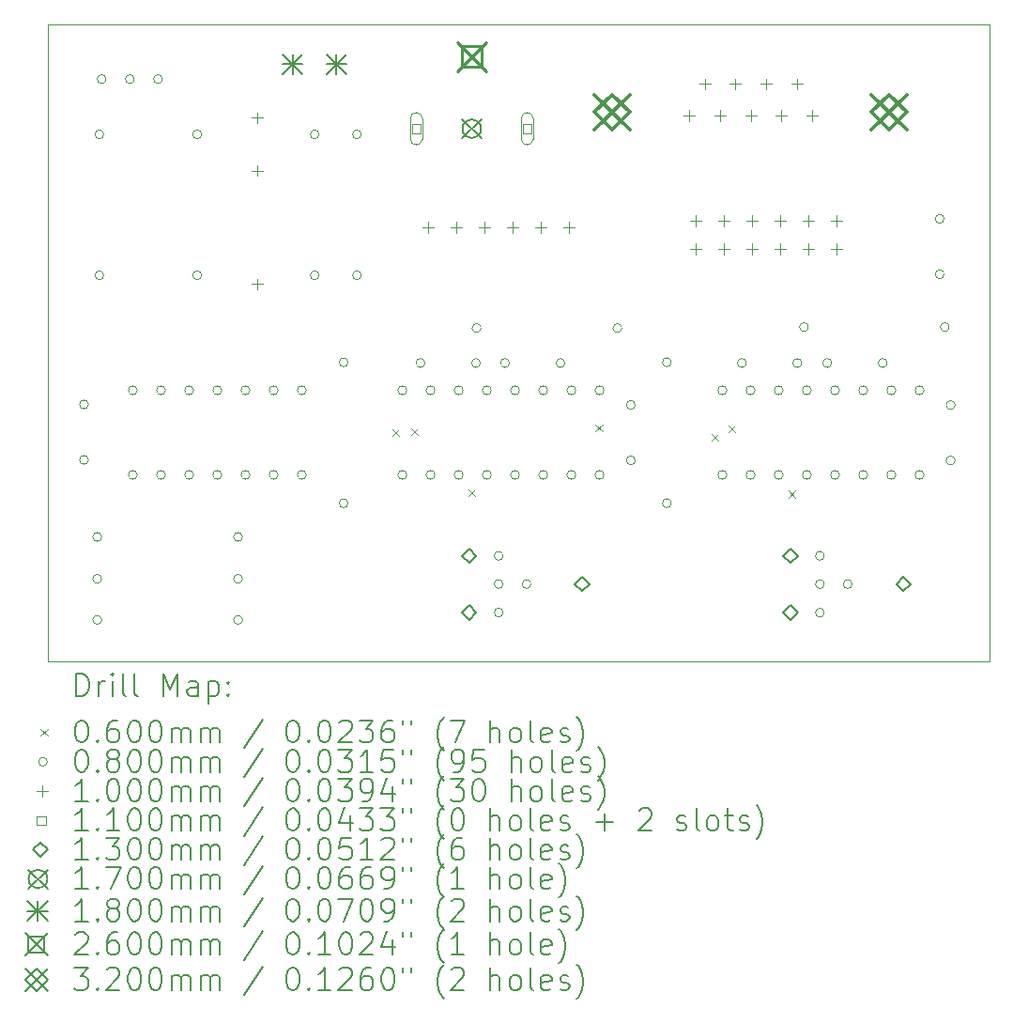
<source format=gbr>
%TF.GenerationSoftware,KiCad,Pcbnew,8.0.1*%
%TF.CreationDate,2024-06-09T01:41:55+01:00*%
%TF.ProjectId,tim011_video_fix,74696d30-3131-45f7-9669-64656f5f6669,rev?*%
%TF.SameCoordinates,Original*%
%TF.FileFunction,Drillmap*%
%TF.FilePolarity,Positive*%
%FSLAX45Y45*%
G04 Gerber Fmt 4.5, Leading zero omitted, Abs format (unit mm)*
G04 Created by KiCad (PCBNEW 8.0.1) date 2024-06-09 01:41:55*
%MOMM*%
%LPD*%
G01*
G04 APERTURE LIST*
%ADD10C,0.050000*%
%ADD11C,0.200000*%
%ADD12C,0.100000*%
%ADD13C,0.110000*%
%ADD14C,0.130000*%
%ADD15C,0.170000*%
%ADD16C,0.180000*%
%ADD17C,0.260000*%
%ADD18C,0.320000*%
G04 APERTURE END LIST*
D10*
X5485000Y-5845000D02*
X13975000Y-5845000D01*
X13975000Y-11585000D01*
X5485000Y-11585000D01*
X5485000Y-5845000D01*
D11*
D12*
X8595000Y-9495000D02*
X8655000Y-9555000D01*
X8655000Y-9495000D02*
X8595000Y-9555000D01*
X8764906Y-9489337D02*
X8824906Y-9549337D01*
X8824906Y-9489337D02*
X8764906Y-9549337D01*
X9280000Y-10040000D02*
X9340000Y-10100000D01*
X9340000Y-10040000D02*
X9280000Y-10100000D01*
X10426500Y-9452500D02*
X10486500Y-9512500D01*
X10486500Y-9452500D02*
X10426500Y-9512500D01*
X11473853Y-9537500D02*
X11533853Y-9597500D01*
X11533853Y-9537500D02*
X11473853Y-9597500D01*
X11627132Y-9463977D02*
X11687132Y-9523977D01*
X11687132Y-9463977D02*
X11627132Y-9523977D01*
X12170000Y-10050000D02*
X12230000Y-10110000D01*
X12230000Y-10050000D02*
X12170000Y-10110000D01*
X5851250Y-9271000D02*
G75*
G02*
X5771250Y-9271000I-40000J0D01*
G01*
X5771250Y-9271000D02*
G75*
G02*
X5851250Y-9271000I40000J0D01*
G01*
X5851250Y-9771000D02*
G75*
G02*
X5771250Y-9771000I-40000J0D01*
G01*
X5771250Y-9771000D02*
G75*
G02*
X5851250Y-9771000I40000J0D01*
G01*
X5971500Y-10466000D02*
G75*
G02*
X5891500Y-10466000I-40000J0D01*
G01*
X5891500Y-10466000D02*
G75*
G02*
X5971500Y-10466000I40000J0D01*
G01*
X5971500Y-10843500D02*
G75*
G02*
X5891500Y-10843500I-40000J0D01*
G01*
X5891500Y-10843500D02*
G75*
G02*
X5971500Y-10843500I40000J0D01*
G01*
X5971500Y-11213500D02*
G75*
G02*
X5891500Y-11213500I-40000J0D01*
G01*
X5891500Y-11213500D02*
G75*
G02*
X5971500Y-11213500I40000J0D01*
G01*
X5990000Y-6837500D02*
G75*
G02*
X5910000Y-6837500I-40000J0D01*
G01*
X5910000Y-6837500D02*
G75*
G02*
X5990000Y-6837500I40000J0D01*
G01*
X5990000Y-8107500D02*
G75*
G02*
X5910000Y-8107500I-40000J0D01*
G01*
X5910000Y-8107500D02*
G75*
G02*
X5990000Y-8107500I40000J0D01*
G01*
X6012000Y-6340000D02*
G75*
G02*
X5932000Y-6340000I-40000J0D01*
G01*
X5932000Y-6340000D02*
G75*
G02*
X6012000Y-6340000I40000J0D01*
G01*
X6266000Y-6340000D02*
G75*
G02*
X6186000Y-6340000I-40000J0D01*
G01*
X6186000Y-6340000D02*
G75*
G02*
X6266000Y-6340000I40000J0D01*
G01*
X6292500Y-9144000D02*
G75*
G02*
X6212500Y-9144000I-40000J0D01*
G01*
X6212500Y-9144000D02*
G75*
G02*
X6292500Y-9144000I40000J0D01*
G01*
X6292500Y-9906000D02*
G75*
G02*
X6212500Y-9906000I-40000J0D01*
G01*
X6212500Y-9906000D02*
G75*
G02*
X6292500Y-9906000I40000J0D01*
G01*
X6520000Y-6340000D02*
G75*
G02*
X6440000Y-6340000I-40000J0D01*
G01*
X6440000Y-6340000D02*
G75*
G02*
X6520000Y-6340000I40000J0D01*
G01*
X6546500Y-9144000D02*
G75*
G02*
X6466500Y-9144000I-40000J0D01*
G01*
X6466500Y-9144000D02*
G75*
G02*
X6546500Y-9144000I40000J0D01*
G01*
X6546500Y-9906000D02*
G75*
G02*
X6466500Y-9906000I-40000J0D01*
G01*
X6466500Y-9906000D02*
G75*
G02*
X6546500Y-9906000I40000J0D01*
G01*
X6800500Y-9144000D02*
G75*
G02*
X6720500Y-9144000I-40000J0D01*
G01*
X6720500Y-9144000D02*
G75*
G02*
X6800500Y-9144000I40000J0D01*
G01*
X6800500Y-9906000D02*
G75*
G02*
X6720500Y-9906000I-40000J0D01*
G01*
X6720500Y-9906000D02*
G75*
G02*
X6800500Y-9906000I40000J0D01*
G01*
X6872500Y-6837500D02*
G75*
G02*
X6792500Y-6837500I-40000J0D01*
G01*
X6792500Y-6837500D02*
G75*
G02*
X6872500Y-6837500I40000J0D01*
G01*
X6872500Y-8107500D02*
G75*
G02*
X6792500Y-8107500I-40000J0D01*
G01*
X6792500Y-8107500D02*
G75*
G02*
X6872500Y-8107500I40000J0D01*
G01*
X7054500Y-9144000D02*
G75*
G02*
X6974500Y-9144000I-40000J0D01*
G01*
X6974500Y-9144000D02*
G75*
G02*
X7054500Y-9144000I40000J0D01*
G01*
X7054500Y-9906000D02*
G75*
G02*
X6974500Y-9906000I-40000J0D01*
G01*
X6974500Y-9906000D02*
G75*
G02*
X7054500Y-9906000I40000J0D01*
G01*
X7241500Y-10466000D02*
G75*
G02*
X7161500Y-10466000I-40000J0D01*
G01*
X7161500Y-10466000D02*
G75*
G02*
X7241500Y-10466000I40000J0D01*
G01*
X7241500Y-10843500D02*
G75*
G02*
X7161500Y-10843500I-40000J0D01*
G01*
X7161500Y-10843500D02*
G75*
G02*
X7241500Y-10843500I40000J0D01*
G01*
X7241500Y-11213500D02*
G75*
G02*
X7161500Y-11213500I-40000J0D01*
G01*
X7161500Y-11213500D02*
G75*
G02*
X7241500Y-11213500I40000J0D01*
G01*
X7308500Y-9144000D02*
G75*
G02*
X7228500Y-9144000I-40000J0D01*
G01*
X7228500Y-9144000D02*
G75*
G02*
X7308500Y-9144000I40000J0D01*
G01*
X7308500Y-9906000D02*
G75*
G02*
X7228500Y-9906000I-40000J0D01*
G01*
X7228500Y-9906000D02*
G75*
G02*
X7308500Y-9906000I40000J0D01*
G01*
X7562500Y-9144000D02*
G75*
G02*
X7482500Y-9144000I-40000J0D01*
G01*
X7482500Y-9144000D02*
G75*
G02*
X7562500Y-9144000I40000J0D01*
G01*
X7562500Y-9906000D02*
G75*
G02*
X7482500Y-9906000I-40000J0D01*
G01*
X7482500Y-9906000D02*
G75*
G02*
X7562500Y-9906000I40000J0D01*
G01*
X7816500Y-9144000D02*
G75*
G02*
X7736500Y-9144000I-40000J0D01*
G01*
X7736500Y-9144000D02*
G75*
G02*
X7816500Y-9144000I40000J0D01*
G01*
X7816500Y-9906000D02*
G75*
G02*
X7736500Y-9906000I-40000J0D01*
G01*
X7736500Y-9906000D02*
G75*
G02*
X7816500Y-9906000I40000J0D01*
G01*
X7933500Y-6837500D02*
G75*
G02*
X7853500Y-6837500I-40000J0D01*
G01*
X7853500Y-6837500D02*
G75*
G02*
X7933500Y-6837500I40000J0D01*
G01*
X7933500Y-8107500D02*
G75*
G02*
X7853500Y-8107500I-40000J0D01*
G01*
X7853500Y-8107500D02*
G75*
G02*
X7933500Y-8107500I40000J0D01*
G01*
X8193500Y-8891000D02*
G75*
G02*
X8113500Y-8891000I-40000J0D01*
G01*
X8113500Y-8891000D02*
G75*
G02*
X8193500Y-8891000I40000J0D01*
G01*
X8193500Y-10161000D02*
G75*
G02*
X8113500Y-10161000I-40000J0D01*
G01*
X8113500Y-10161000D02*
G75*
G02*
X8193500Y-10161000I40000J0D01*
G01*
X8314500Y-6837500D02*
G75*
G02*
X8234500Y-6837500I-40000J0D01*
G01*
X8234500Y-6837500D02*
G75*
G02*
X8314500Y-6837500I40000J0D01*
G01*
X8314500Y-8107500D02*
G75*
G02*
X8234500Y-8107500I-40000J0D01*
G01*
X8234500Y-8107500D02*
G75*
G02*
X8314500Y-8107500I40000J0D01*
G01*
X8723500Y-9144000D02*
G75*
G02*
X8643500Y-9144000I-40000J0D01*
G01*
X8643500Y-9144000D02*
G75*
G02*
X8723500Y-9144000I40000J0D01*
G01*
X8723500Y-9906000D02*
G75*
G02*
X8643500Y-9906000I-40000J0D01*
G01*
X8643500Y-9906000D02*
G75*
G02*
X8723500Y-9906000I40000J0D01*
G01*
X8887000Y-8898500D02*
G75*
G02*
X8807000Y-8898500I-40000J0D01*
G01*
X8807000Y-8898500D02*
G75*
G02*
X8887000Y-8898500I40000J0D01*
G01*
X8977500Y-9144000D02*
G75*
G02*
X8897500Y-9144000I-40000J0D01*
G01*
X8897500Y-9144000D02*
G75*
G02*
X8977500Y-9144000I40000J0D01*
G01*
X8977500Y-9906000D02*
G75*
G02*
X8897500Y-9906000I-40000J0D01*
G01*
X8897500Y-9906000D02*
G75*
G02*
X8977500Y-9906000I40000J0D01*
G01*
X9231500Y-9144000D02*
G75*
G02*
X9151500Y-9144000I-40000J0D01*
G01*
X9151500Y-9144000D02*
G75*
G02*
X9231500Y-9144000I40000J0D01*
G01*
X9231500Y-9906000D02*
G75*
G02*
X9151500Y-9906000I-40000J0D01*
G01*
X9151500Y-9906000D02*
G75*
G02*
X9231500Y-9906000I40000J0D01*
G01*
X9387000Y-8898500D02*
G75*
G02*
X9307000Y-8898500I-40000J0D01*
G01*
X9307000Y-8898500D02*
G75*
G02*
X9387000Y-8898500I40000J0D01*
G01*
X9392500Y-8583500D02*
G75*
G02*
X9312500Y-8583500I-40000J0D01*
G01*
X9312500Y-8583500D02*
G75*
G02*
X9392500Y-8583500I40000J0D01*
G01*
X9485500Y-9144000D02*
G75*
G02*
X9405500Y-9144000I-40000J0D01*
G01*
X9405500Y-9144000D02*
G75*
G02*
X9485500Y-9144000I40000J0D01*
G01*
X9485500Y-9906000D02*
G75*
G02*
X9405500Y-9906000I-40000J0D01*
G01*
X9405500Y-9906000D02*
G75*
G02*
X9485500Y-9906000I40000J0D01*
G01*
X9592000Y-10635500D02*
G75*
G02*
X9512000Y-10635500I-40000J0D01*
G01*
X9512000Y-10635500D02*
G75*
G02*
X9592000Y-10635500I40000J0D01*
G01*
X9592000Y-10890500D02*
G75*
G02*
X9512000Y-10890500I-40000J0D01*
G01*
X9512000Y-10890500D02*
G75*
G02*
X9592000Y-10890500I40000J0D01*
G01*
X9592000Y-11147500D02*
G75*
G02*
X9512000Y-11147500I-40000J0D01*
G01*
X9512000Y-11147500D02*
G75*
G02*
X9592000Y-11147500I40000J0D01*
G01*
X9649000Y-8898500D02*
G75*
G02*
X9569000Y-8898500I-40000J0D01*
G01*
X9569000Y-8898500D02*
G75*
G02*
X9649000Y-8898500I40000J0D01*
G01*
X9739500Y-9144000D02*
G75*
G02*
X9659500Y-9144000I-40000J0D01*
G01*
X9659500Y-9144000D02*
G75*
G02*
X9739500Y-9144000I40000J0D01*
G01*
X9739500Y-9906000D02*
G75*
G02*
X9659500Y-9906000I-40000J0D01*
G01*
X9659500Y-9906000D02*
G75*
G02*
X9739500Y-9906000I40000J0D01*
G01*
X9843000Y-10890500D02*
G75*
G02*
X9763000Y-10890500I-40000J0D01*
G01*
X9763000Y-10890500D02*
G75*
G02*
X9843000Y-10890500I40000J0D01*
G01*
X9993500Y-9144000D02*
G75*
G02*
X9913500Y-9144000I-40000J0D01*
G01*
X9913500Y-9144000D02*
G75*
G02*
X9993500Y-9144000I40000J0D01*
G01*
X9993500Y-9906000D02*
G75*
G02*
X9913500Y-9906000I-40000J0D01*
G01*
X9913500Y-9906000D02*
G75*
G02*
X9993500Y-9906000I40000J0D01*
G01*
X10149000Y-8898500D02*
G75*
G02*
X10069000Y-8898500I-40000J0D01*
G01*
X10069000Y-8898500D02*
G75*
G02*
X10149000Y-8898500I40000J0D01*
G01*
X10247500Y-9144000D02*
G75*
G02*
X10167500Y-9144000I-40000J0D01*
G01*
X10167500Y-9144000D02*
G75*
G02*
X10247500Y-9144000I40000J0D01*
G01*
X10247500Y-9906000D02*
G75*
G02*
X10167500Y-9906000I-40000J0D01*
G01*
X10167500Y-9906000D02*
G75*
G02*
X10247500Y-9906000I40000J0D01*
G01*
X10501500Y-9144000D02*
G75*
G02*
X10421500Y-9144000I-40000J0D01*
G01*
X10421500Y-9144000D02*
G75*
G02*
X10501500Y-9144000I40000J0D01*
G01*
X10501500Y-9906000D02*
G75*
G02*
X10421500Y-9906000I-40000J0D01*
G01*
X10421500Y-9906000D02*
G75*
G02*
X10501500Y-9906000I40000J0D01*
G01*
X10662500Y-8583500D02*
G75*
G02*
X10582500Y-8583500I-40000J0D01*
G01*
X10582500Y-8583500D02*
G75*
G02*
X10662500Y-8583500I40000J0D01*
G01*
X10783500Y-9276000D02*
G75*
G02*
X10703500Y-9276000I-40000J0D01*
G01*
X10703500Y-9276000D02*
G75*
G02*
X10783500Y-9276000I40000J0D01*
G01*
X10783500Y-9776000D02*
G75*
G02*
X10703500Y-9776000I-40000J0D01*
G01*
X10703500Y-9776000D02*
G75*
G02*
X10783500Y-9776000I40000J0D01*
G01*
X11108500Y-8891000D02*
G75*
G02*
X11028500Y-8891000I-40000J0D01*
G01*
X11028500Y-8891000D02*
G75*
G02*
X11108500Y-8891000I40000J0D01*
G01*
X11108500Y-10161000D02*
G75*
G02*
X11028500Y-10161000I-40000J0D01*
G01*
X11028500Y-10161000D02*
G75*
G02*
X11108500Y-10161000I40000J0D01*
G01*
X11609500Y-9144000D02*
G75*
G02*
X11529500Y-9144000I-40000J0D01*
G01*
X11529500Y-9144000D02*
G75*
G02*
X11609500Y-9144000I40000J0D01*
G01*
X11609500Y-9906000D02*
G75*
G02*
X11529500Y-9906000I-40000J0D01*
G01*
X11529500Y-9906000D02*
G75*
G02*
X11609500Y-9906000I40000J0D01*
G01*
X11785000Y-8898500D02*
G75*
G02*
X11705000Y-8898500I-40000J0D01*
G01*
X11705000Y-8898500D02*
G75*
G02*
X11785000Y-8898500I40000J0D01*
G01*
X11863500Y-9144000D02*
G75*
G02*
X11783500Y-9144000I-40000J0D01*
G01*
X11783500Y-9144000D02*
G75*
G02*
X11863500Y-9144000I40000J0D01*
G01*
X11863500Y-9906000D02*
G75*
G02*
X11783500Y-9906000I-40000J0D01*
G01*
X11783500Y-9906000D02*
G75*
G02*
X11863500Y-9906000I40000J0D01*
G01*
X12117500Y-9144000D02*
G75*
G02*
X12037500Y-9144000I-40000J0D01*
G01*
X12037500Y-9144000D02*
G75*
G02*
X12117500Y-9144000I40000J0D01*
G01*
X12117500Y-9906000D02*
G75*
G02*
X12037500Y-9906000I-40000J0D01*
G01*
X12037500Y-9906000D02*
G75*
G02*
X12117500Y-9906000I40000J0D01*
G01*
X12285000Y-8898500D02*
G75*
G02*
X12205000Y-8898500I-40000J0D01*
G01*
X12205000Y-8898500D02*
G75*
G02*
X12285000Y-8898500I40000J0D01*
G01*
X12345500Y-8573500D02*
G75*
G02*
X12265500Y-8573500I-40000J0D01*
G01*
X12265500Y-8573500D02*
G75*
G02*
X12345500Y-8573500I40000J0D01*
G01*
X12371500Y-9144000D02*
G75*
G02*
X12291500Y-9144000I-40000J0D01*
G01*
X12291500Y-9144000D02*
G75*
G02*
X12371500Y-9144000I40000J0D01*
G01*
X12371500Y-9906000D02*
G75*
G02*
X12291500Y-9906000I-40000J0D01*
G01*
X12291500Y-9906000D02*
G75*
G02*
X12371500Y-9906000I40000J0D01*
G01*
X12488500Y-10635500D02*
G75*
G02*
X12408500Y-10635500I-40000J0D01*
G01*
X12408500Y-10635500D02*
G75*
G02*
X12488500Y-10635500I40000J0D01*
G01*
X12488500Y-10890500D02*
G75*
G02*
X12408500Y-10890500I-40000J0D01*
G01*
X12408500Y-10890500D02*
G75*
G02*
X12488500Y-10890500I40000J0D01*
G01*
X12488500Y-11147500D02*
G75*
G02*
X12408500Y-11147500I-40000J0D01*
G01*
X12408500Y-11147500D02*
G75*
G02*
X12488500Y-11147500I40000J0D01*
G01*
X12555000Y-8898500D02*
G75*
G02*
X12475000Y-8898500I-40000J0D01*
G01*
X12475000Y-8898500D02*
G75*
G02*
X12555000Y-8898500I40000J0D01*
G01*
X12625500Y-9144000D02*
G75*
G02*
X12545500Y-9144000I-40000J0D01*
G01*
X12545500Y-9144000D02*
G75*
G02*
X12625500Y-9144000I40000J0D01*
G01*
X12625500Y-9906000D02*
G75*
G02*
X12545500Y-9906000I-40000J0D01*
G01*
X12545500Y-9906000D02*
G75*
G02*
X12625500Y-9906000I40000J0D01*
G01*
X12739500Y-10890500D02*
G75*
G02*
X12659500Y-10890500I-40000J0D01*
G01*
X12659500Y-10890500D02*
G75*
G02*
X12739500Y-10890500I40000J0D01*
G01*
X12879500Y-9144000D02*
G75*
G02*
X12799500Y-9144000I-40000J0D01*
G01*
X12799500Y-9144000D02*
G75*
G02*
X12879500Y-9144000I40000J0D01*
G01*
X12879500Y-9906000D02*
G75*
G02*
X12799500Y-9906000I-40000J0D01*
G01*
X12799500Y-9906000D02*
G75*
G02*
X12879500Y-9906000I40000J0D01*
G01*
X13055000Y-8898500D02*
G75*
G02*
X12975000Y-8898500I-40000J0D01*
G01*
X12975000Y-8898500D02*
G75*
G02*
X13055000Y-8898500I40000J0D01*
G01*
X13133500Y-9144000D02*
G75*
G02*
X13053500Y-9144000I-40000J0D01*
G01*
X13053500Y-9144000D02*
G75*
G02*
X13133500Y-9144000I40000J0D01*
G01*
X13133500Y-9906000D02*
G75*
G02*
X13053500Y-9906000I-40000J0D01*
G01*
X13053500Y-9906000D02*
G75*
G02*
X13133500Y-9906000I40000J0D01*
G01*
X13387500Y-9144000D02*
G75*
G02*
X13307500Y-9144000I-40000J0D01*
G01*
X13307500Y-9144000D02*
G75*
G02*
X13387500Y-9144000I40000J0D01*
G01*
X13387500Y-9906000D02*
G75*
G02*
X13307500Y-9906000I-40000J0D01*
G01*
X13307500Y-9906000D02*
G75*
G02*
X13387500Y-9906000I40000J0D01*
G01*
X13569000Y-7598500D02*
G75*
G02*
X13489000Y-7598500I-40000J0D01*
G01*
X13489000Y-7598500D02*
G75*
G02*
X13569000Y-7598500I40000J0D01*
G01*
X13569000Y-8098500D02*
G75*
G02*
X13489000Y-8098500I-40000J0D01*
G01*
X13489000Y-8098500D02*
G75*
G02*
X13569000Y-8098500I40000J0D01*
G01*
X13615500Y-8573500D02*
G75*
G02*
X13535500Y-8573500I-40000J0D01*
G01*
X13535500Y-8573500D02*
G75*
G02*
X13615500Y-8573500I40000J0D01*
G01*
X13667750Y-9276000D02*
G75*
G02*
X13587750Y-9276000I-40000J0D01*
G01*
X13587750Y-9276000D02*
G75*
G02*
X13667750Y-9276000I40000J0D01*
G01*
X13667750Y-9776000D02*
G75*
G02*
X13587750Y-9776000I-40000J0D01*
G01*
X13587750Y-9776000D02*
G75*
G02*
X13667750Y-9776000I40000J0D01*
G01*
X7377500Y-6638500D02*
X7377500Y-6738500D01*
X7327500Y-6688500D02*
X7427500Y-6688500D01*
X7377500Y-7113500D02*
X7377500Y-7213500D01*
X7327500Y-7163500D02*
X7427500Y-7163500D01*
X7377500Y-8137500D02*
X7377500Y-8237500D01*
X7327500Y-8187500D02*
X7427500Y-8187500D01*
X8917000Y-7624000D02*
X8917000Y-7724000D01*
X8867000Y-7674000D02*
X8967000Y-7674000D01*
X9171000Y-7624000D02*
X9171000Y-7724000D01*
X9121000Y-7674000D02*
X9221000Y-7674000D01*
X9425000Y-7624000D02*
X9425000Y-7724000D01*
X9375000Y-7674000D02*
X9475000Y-7674000D01*
X9679000Y-7624000D02*
X9679000Y-7724000D01*
X9629000Y-7674000D02*
X9729000Y-7674000D01*
X9933000Y-7624000D02*
X9933000Y-7724000D01*
X9883000Y-7674000D02*
X9983000Y-7674000D01*
X10187000Y-7624000D02*
X10187000Y-7724000D01*
X10137000Y-7674000D02*
X10237000Y-7674000D01*
X11271500Y-6617500D02*
X11271500Y-6717500D01*
X11221500Y-6667500D02*
X11321500Y-6667500D01*
X11326250Y-7568500D02*
X11326250Y-7668500D01*
X11276250Y-7618500D02*
X11376250Y-7618500D01*
X11326250Y-7822500D02*
X11326250Y-7922500D01*
X11276250Y-7872500D02*
X11376250Y-7872500D01*
X11410000Y-6333500D02*
X11410000Y-6433500D01*
X11360000Y-6383500D02*
X11460000Y-6383500D01*
X11548500Y-6617500D02*
X11548500Y-6717500D01*
X11498500Y-6667500D02*
X11598500Y-6667500D01*
X11580250Y-7568500D02*
X11580250Y-7668500D01*
X11530250Y-7618500D02*
X11630250Y-7618500D01*
X11580250Y-7822500D02*
X11580250Y-7922500D01*
X11530250Y-7872500D02*
X11630250Y-7872500D01*
X11687000Y-6333500D02*
X11687000Y-6433500D01*
X11637000Y-6383500D02*
X11737000Y-6383500D01*
X11825500Y-6617500D02*
X11825500Y-6717500D01*
X11775500Y-6667500D02*
X11875500Y-6667500D01*
X11834250Y-7568500D02*
X11834250Y-7668500D01*
X11784250Y-7618500D02*
X11884250Y-7618500D01*
X11834250Y-7822500D02*
X11834250Y-7922500D01*
X11784250Y-7872500D02*
X11884250Y-7872500D01*
X11964000Y-6333500D02*
X11964000Y-6433500D01*
X11914000Y-6383500D02*
X12014000Y-6383500D01*
X12088250Y-7568500D02*
X12088250Y-7668500D01*
X12038250Y-7618500D02*
X12138250Y-7618500D01*
X12088250Y-7822500D02*
X12088250Y-7922500D01*
X12038250Y-7872500D02*
X12138250Y-7872500D01*
X12102500Y-6617500D02*
X12102500Y-6717500D01*
X12052500Y-6667500D02*
X12152500Y-6667500D01*
X12241000Y-6333500D02*
X12241000Y-6433500D01*
X12191000Y-6383500D02*
X12291000Y-6383500D01*
X12342250Y-7568500D02*
X12342250Y-7668500D01*
X12292250Y-7618500D02*
X12392250Y-7618500D01*
X12342250Y-7822500D02*
X12342250Y-7922500D01*
X12292250Y-7872500D02*
X12392250Y-7872500D01*
X12379500Y-6617500D02*
X12379500Y-6717500D01*
X12329500Y-6667500D02*
X12429500Y-6667500D01*
X12596250Y-7568500D02*
X12596250Y-7668500D01*
X12546250Y-7618500D02*
X12646250Y-7618500D01*
X12596250Y-7822500D02*
X12596250Y-7922500D01*
X12546250Y-7872500D02*
X12646250Y-7872500D01*
D13*
X8847891Y-6825391D02*
X8847891Y-6747609D01*
X8770109Y-6747609D01*
X8770109Y-6825391D01*
X8847891Y-6825391D01*
D12*
X8754000Y-6696500D02*
X8754000Y-6876500D01*
X8864000Y-6876500D02*
G75*
G02*
X8754000Y-6876500I-55000J0D01*
G01*
X8864000Y-6876500D02*
X8864000Y-6696500D01*
X8864000Y-6696500D02*
G75*
G03*
X8754000Y-6696500I-55000J0D01*
G01*
D13*
X9847891Y-6825391D02*
X9847891Y-6747609D01*
X9770109Y-6747609D01*
X9770109Y-6825391D01*
X9847891Y-6825391D01*
D12*
X9754000Y-6696500D02*
X9754000Y-6876500D01*
X9864000Y-6876500D02*
G75*
G02*
X9754000Y-6876500I-55000J0D01*
G01*
X9864000Y-6876500D02*
X9864000Y-6696500D01*
X9864000Y-6696500D02*
G75*
G03*
X9754000Y-6696500I-55000J0D01*
G01*
D14*
X9286000Y-10700500D02*
X9351000Y-10635500D01*
X9286000Y-10570500D01*
X9221000Y-10635500D01*
X9286000Y-10700500D01*
X9286000Y-11212500D02*
X9351000Y-11147500D01*
X9286000Y-11082500D01*
X9221000Y-11147500D01*
X9286000Y-11212500D01*
X10305000Y-10955500D02*
X10370000Y-10890500D01*
X10305000Y-10825500D01*
X10240000Y-10890500D01*
X10305000Y-10955500D01*
X12182500Y-10700500D02*
X12247500Y-10635500D01*
X12182500Y-10570500D01*
X12117500Y-10635500D01*
X12182500Y-10700500D01*
X12182500Y-11212500D02*
X12247500Y-11147500D01*
X12182500Y-11082500D01*
X12117500Y-11147500D01*
X12182500Y-11212500D01*
X13201500Y-10955500D02*
X13266500Y-10890500D01*
X13201500Y-10825500D01*
X13136500Y-10890500D01*
X13201500Y-10955500D01*
D15*
X9224000Y-6701500D02*
X9394000Y-6871500D01*
X9394000Y-6701500D02*
X9224000Y-6871500D01*
X9394000Y-6786500D02*
G75*
G02*
X9224000Y-6786500I-85000J0D01*
G01*
X9224000Y-6786500D02*
G75*
G02*
X9394000Y-6786500I85000J0D01*
G01*
D16*
X7603000Y-6113500D02*
X7783000Y-6293500D01*
X7783000Y-6113500D02*
X7603000Y-6293500D01*
X7693000Y-6113500D02*
X7693000Y-6293500D01*
X7603000Y-6203500D02*
X7783000Y-6203500D01*
X7999000Y-6113500D02*
X8179000Y-6293500D01*
X8179000Y-6113500D02*
X7999000Y-6293500D01*
X8089000Y-6113500D02*
X8089000Y-6293500D01*
X7999000Y-6203500D02*
X8179000Y-6203500D01*
D17*
X9179000Y-6006500D02*
X9439000Y-6266500D01*
X9439000Y-6006500D02*
X9179000Y-6266500D01*
X9400925Y-6228425D02*
X9400925Y-6044575D01*
X9217075Y-6044575D01*
X9217075Y-6228425D01*
X9400925Y-6228425D01*
D18*
X10415500Y-6477500D02*
X10735500Y-6797500D01*
X10735500Y-6477500D02*
X10415500Y-6797500D01*
X10575500Y-6797500D02*
X10735500Y-6637500D01*
X10575500Y-6477500D01*
X10415500Y-6637500D01*
X10575500Y-6797500D01*
X12915500Y-6477500D02*
X13235500Y-6797500D01*
X13235500Y-6477500D02*
X12915500Y-6797500D01*
X13075500Y-6797500D02*
X13235500Y-6637500D01*
X13075500Y-6477500D01*
X12915500Y-6637500D01*
X13075500Y-6797500D01*
D11*
X5743277Y-11898984D02*
X5743277Y-11698984D01*
X5743277Y-11698984D02*
X5790896Y-11698984D01*
X5790896Y-11698984D02*
X5819467Y-11708508D01*
X5819467Y-11708508D02*
X5838515Y-11727555D01*
X5838515Y-11727555D02*
X5848039Y-11746603D01*
X5848039Y-11746603D02*
X5857562Y-11784698D01*
X5857562Y-11784698D02*
X5857562Y-11813269D01*
X5857562Y-11813269D02*
X5848039Y-11851365D01*
X5848039Y-11851365D02*
X5838515Y-11870412D01*
X5838515Y-11870412D02*
X5819467Y-11889460D01*
X5819467Y-11889460D02*
X5790896Y-11898984D01*
X5790896Y-11898984D02*
X5743277Y-11898984D01*
X5943277Y-11898984D02*
X5943277Y-11765650D01*
X5943277Y-11803746D02*
X5952801Y-11784698D01*
X5952801Y-11784698D02*
X5962324Y-11775174D01*
X5962324Y-11775174D02*
X5981372Y-11765650D01*
X5981372Y-11765650D02*
X6000420Y-11765650D01*
X6067086Y-11898984D02*
X6067086Y-11765650D01*
X6067086Y-11698984D02*
X6057562Y-11708508D01*
X6057562Y-11708508D02*
X6067086Y-11718031D01*
X6067086Y-11718031D02*
X6076610Y-11708508D01*
X6076610Y-11708508D02*
X6067086Y-11698984D01*
X6067086Y-11698984D02*
X6067086Y-11718031D01*
X6190896Y-11898984D02*
X6171848Y-11889460D01*
X6171848Y-11889460D02*
X6162324Y-11870412D01*
X6162324Y-11870412D02*
X6162324Y-11698984D01*
X6295658Y-11898984D02*
X6276610Y-11889460D01*
X6276610Y-11889460D02*
X6267086Y-11870412D01*
X6267086Y-11870412D02*
X6267086Y-11698984D01*
X6524229Y-11898984D02*
X6524229Y-11698984D01*
X6524229Y-11698984D02*
X6590896Y-11841841D01*
X6590896Y-11841841D02*
X6657562Y-11698984D01*
X6657562Y-11698984D02*
X6657562Y-11898984D01*
X6838515Y-11898984D02*
X6838515Y-11794222D01*
X6838515Y-11794222D02*
X6828991Y-11775174D01*
X6828991Y-11775174D02*
X6809943Y-11765650D01*
X6809943Y-11765650D02*
X6771848Y-11765650D01*
X6771848Y-11765650D02*
X6752801Y-11775174D01*
X6838515Y-11889460D02*
X6819467Y-11898984D01*
X6819467Y-11898984D02*
X6771848Y-11898984D01*
X6771848Y-11898984D02*
X6752801Y-11889460D01*
X6752801Y-11889460D02*
X6743277Y-11870412D01*
X6743277Y-11870412D02*
X6743277Y-11851365D01*
X6743277Y-11851365D02*
X6752801Y-11832317D01*
X6752801Y-11832317D02*
X6771848Y-11822793D01*
X6771848Y-11822793D02*
X6819467Y-11822793D01*
X6819467Y-11822793D02*
X6838515Y-11813269D01*
X6933753Y-11765650D02*
X6933753Y-11965650D01*
X6933753Y-11775174D02*
X6952801Y-11765650D01*
X6952801Y-11765650D02*
X6990896Y-11765650D01*
X6990896Y-11765650D02*
X7009943Y-11775174D01*
X7009943Y-11775174D02*
X7019467Y-11784698D01*
X7019467Y-11784698D02*
X7028991Y-11803746D01*
X7028991Y-11803746D02*
X7028991Y-11860888D01*
X7028991Y-11860888D02*
X7019467Y-11879936D01*
X7019467Y-11879936D02*
X7009943Y-11889460D01*
X7009943Y-11889460D02*
X6990896Y-11898984D01*
X6990896Y-11898984D02*
X6952801Y-11898984D01*
X6952801Y-11898984D02*
X6933753Y-11889460D01*
X7114705Y-11879936D02*
X7124229Y-11889460D01*
X7124229Y-11889460D02*
X7114705Y-11898984D01*
X7114705Y-11898984D02*
X7105182Y-11889460D01*
X7105182Y-11889460D02*
X7114705Y-11879936D01*
X7114705Y-11879936D02*
X7114705Y-11898984D01*
X7114705Y-11775174D02*
X7124229Y-11784698D01*
X7124229Y-11784698D02*
X7114705Y-11794222D01*
X7114705Y-11794222D02*
X7105182Y-11784698D01*
X7105182Y-11784698D02*
X7114705Y-11775174D01*
X7114705Y-11775174D02*
X7114705Y-11794222D01*
D12*
X5422500Y-12197500D02*
X5482500Y-12257500D01*
X5482500Y-12197500D02*
X5422500Y-12257500D01*
D11*
X5781372Y-12118984D02*
X5800420Y-12118984D01*
X5800420Y-12118984D02*
X5819467Y-12128508D01*
X5819467Y-12128508D02*
X5828991Y-12138031D01*
X5828991Y-12138031D02*
X5838515Y-12157079D01*
X5838515Y-12157079D02*
X5848039Y-12195174D01*
X5848039Y-12195174D02*
X5848039Y-12242793D01*
X5848039Y-12242793D02*
X5838515Y-12280888D01*
X5838515Y-12280888D02*
X5828991Y-12299936D01*
X5828991Y-12299936D02*
X5819467Y-12309460D01*
X5819467Y-12309460D02*
X5800420Y-12318984D01*
X5800420Y-12318984D02*
X5781372Y-12318984D01*
X5781372Y-12318984D02*
X5762324Y-12309460D01*
X5762324Y-12309460D02*
X5752801Y-12299936D01*
X5752801Y-12299936D02*
X5743277Y-12280888D01*
X5743277Y-12280888D02*
X5733753Y-12242793D01*
X5733753Y-12242793D02*
X5733753Y-12195174D01*
X5733753Y-12195174D02*
X5743277Y-12157079D01*
X5743277Y-12157079D02*
X5752801Y-12138031D01*
X5752801Y-12138031D02*
X5762324Y-12128508D01*
X5762324Y-12128508D02*
X5781372Y-12118984D01*
X5933753Y-12299936D02*
X5943277Y-12309460D01*
X5943277Y-12309460D02*
X5933753Y-12318984D01*
X5933753Y-12318984D02*
X5924229Y-12309460D01*
X5924229Y-12309460D02*
X5933753Y-12299936D01*
X5933753Y-12299936D02*
X5933753Y-12318984D01*
X6114705Y-12118984D02*
X6076610Y-12118984D01*
X6076610Y-12118984D02*
X6057562Y-12128508D01*
X6057562Y-12128508D02*
X6048039Y-12138031D01*
X6048039Y-12138031D02*
X6028991Y-12166603D01*
X6028991Y-12166603D02*
X6019467Y-12204698D01*
X6019467Y-12204698D02*
X6019467Y-12280888D01*
X6019467Y-12280888D02*
X6028991Y-12299936D01*
X6028991Y-12299936D02*
X6038515Y-12309460D01*
X6038515Y-12309460D02*
X6057562Y-12318984D01*
X6057562Y-12318984D02*
X6095658Y-12318984D01*
X6095658Y-12318984D02*
X6114705Y-12309460D01*
X6114705Y-12309460D02*
X6124229Y-12299936D01*
X6124229Y-12299936D02*
X6133753Y-12280888D01*
X6133753Y-12280888D02*
X6133753Y-12233269D01*
X6133753Y-12233269D02*
X6124229Y-12214222D01*
X6124229Y-12214222D02*
X6114705Y-12204698D01*
X6114705Y-12204698D02*
X6095658Y-12195174D01*
X6095658Y-12195174D02*
X6057562Y-12195174D01*
X6057562Y-12195174D02*
X6038515Y-12204698D01*
X6038515Y-12204698D02*
X6028991Y-12214222D01*
X6028991Y-12214222D02*
X6019467Y-12233269D01*
X6257562Y-12118984D02*
X6276610Y-12118984D01*
X6276610Y-12118984D02*
X6295658Y-12128508D01*
X6295658Y-12128508D02*
X6305182Y-12138031D01*
X6305182Y-12138031D02*
X6314705Y-12157079D01*
X6314705Y-12157079D02*
X6324229Y-12195174D01*
X6324229Y-12195174D02*
X6324229Y-12242793D01*
X6324229Y-12242793D02*
X6314705Y-12280888D01*
X6314705Y-12280888D02*
X6305182Y-12299936D01*
X6305182Y-12299936D02*
X6295658Y-12309460D01*
X6295658Y-12309460D02*
X6276610Y-12318984D01*
X6276610Y-12318984D02*
X6257562Y-12318984D01*
X6257562Y-12318984D02*
X6238515Y-12309460D01*
X6238515Y-12309460D02*
X6228991Y-12299936D01*
X6228991Y-12299936D02*
X6219467Y-12280888D01*
X6219467Y-12280888D02*
X6209943Y-12242793D01*
X6209943Y-12242793D02*
X6209943Y-12195174D01*
X6209943Y-12195174D02*
X6219467Y-12157079D01*
X6219467Y-12157079D02*
X6228991Y-12138031D01*
X6228991Y-12138031D02*
X6238515Y-12128508D01*
X6238515Y-12128508D02*
X6257562Y-12118984D01*
X6448039Y-12118984D02*
X6467086Y-12118984D01*
X6467086Y-12118984D02*
X6486134Y-12128508D01*
X6486134Y-12128508D02*
X6495658Y-12138031D01*
X6495658Y-12138031D02*
X6505182Y-12157079D01*
X6505182Y-12157079D02*
X6514705Y-12195174D01*
X6514705Y-12195174D02*
X6514705Y-12242793D01*
X6514705Y-12242793D02*
X6505182Y-12280888D01*
X6505182Y-12280888D02*
X6495658Y-12299936D01*
X6495658Y-12299936D02*
X6486134Y-12309460D01*
X6486134Y-12309460D02*
X6467086Y-12318984D01*
X6467086Y-12318984D02*
X6448039Y-12318984D01*
X6448039Y-12318984D02*
X6428991Y-12309460D01*
X6428991Y-12309460D02*
X6419467Y-12299936D01*
X6419467Y-12299936D02*
X6409943Y-12280888D01*
X6409943Y-12280888D02*
X6400420Y-12242793D01*
X6400420Y-12242793D02*
X6400420Y-12195174D01*
X6400420Y-12195174D02*
X6409943Y-12157079D01*
X6409943Y-12157079D02*
X6419467Y-12138031D01*
X6419467Y-12138031D02*
X6428991Y-12128508D01*
X6428991Y-12128508D02*
X6448039Y-12118984D01*
X6600420Y-12318984D02*
X6600420Y-12185650D01*
X6600420Y-12204698D02*
X6609943Y-12195174D01*
X6609943Y-12195174D02*
X6628991Y-12185650D01*
X6628991Y-12185650D02*
X6657563Y-12185650D01*
X6657563Y-12185650D02*
X6676610Y-12195174D01*
X6676610Y-12195174D02*
X6686134Y-12214222D01*
X6686134Y-12214222D02*
X6686134Y-12318984D01*
X6686134Y-12214222D02*
X6695658Y-12195174D01*
X6695658Y-12195174D02*
X6714705Y-12185650D01*
X6714705Y-12185650D02*
X6743277Y-12185650D01*
X6743277Y-12185650D02*
X6762324Y-12195174D01*
X6762324Y-12195174D02*
X6771848Y-12214222D01*
X6771848Y-12214222D02*
X6771848Y-12318984D01*
X6867086Y-12318984D02*
X6867086Y-12185650D01*
X6867086Y-12204698D02*
X6876610Y-12195174D01*
X6876610Y-12195174D02*
X6895658Y-12185650D01*
X6895658Y-12185650D02*
X6924229Y-12185650D01*
X6924229Y-12185650D02*
X6943277Y-12195174D01*
X6943277Y-12195174D02*
X6952801Y-12214222D01*
X6952801Y-12214222D02*
X6952801Y-12318984D01*
X6952801Y-12214222D02*
X6962324Y-12195174D01*
X6962324Y-12195174D02*
X6981372Y-12185650D01*
X6981372Y-12185650D02*
X7009943Y-12185650D01*
X7009943Y-12185650D02*
X7028991Y-12195174D01*
X7028991Y-12195174D02*
X7038515Y-12214222D01*
X7038515Y-12214222D02*
X7038515Y-12318984D01*
X7428991Y-12109460D02*
X7257563Y-12366603D01*
X7686134Y-12118984D02*
X7705182Y-12118984D01*
X7705182Y-12118984D02*
X7724229Y-12128508D01*
X7724229Y-12128508D02*
X7733753Y-12138031D01*
X7733753Y-12138031D02*
X7743277Y-12157079D01*
X7743277Y-12157079D02*
X7752801Y-12195174D01*
X7752801Y-12195174D02*
X7752801Y-12242793D01*
X7752801Y-12242793D02*
X7743277Y-12280888D01*
X7743277Y-12280888D02*
X7733753Y-12299936D01*
X7733753Y-12299936D02*
X7724229Y-12309460D01*
X7724229Y-12309460D02*
X7705182Y-12318984D01*
X7705182Y-12318984D02*
X7686134Y-12318984D01*
X7686134Y-12318984D02*
X7667086Y-12309460D01*
X7667086Y-12309460D02*
X7657563Y-12299936D01*
X7657563Y-12299936D02*
X7648039Y-12280888D01*
X7648039Y-12280888D02*
X7638515Y-12242793D01*
X7638515Y-12242793D02*
X7638515Y-12195174D01*
X7638515Y-12195174D02*
X7648039Y-12157079D01*
X7648039Y-12157079D02*
X7657563Y-12138031D01*
X7657563Y-12138031D02*
X7667086Y-12128508D01*
X7667086Y-12128508D02*
X7686134Y-12118984D01*
X7838515Y-12299936D02*
X7848039Y-12309460D01*
X7848039Y-12309460D02*
X7838515Y-12318984D01*
X7838515Y-12318984D02*
X7828991Y-12309460D01*
X7828991Y-12309460D02*
X7838515Y-12299936D01*
X7838515Y-12299936D02*
X7838515Y-12318984D01*
X7971848Y-12118984D02*
X7990896Y-12118984D01*
X7990896Y-12118984D02*
X8009944Y-12128508D01*
X8009944Y-12128508D02*
X8019467Y-12138031D01*
X8019467Y-12138031D02*
X8028991Y-12157079D01*
X8028991Y-12157079D02*
X8038515Y-12195174D01*
X8038515Y-12195174D02*
X8038515Y-12242793D01*
X8038515Y-12242793D02*
X8028991Y-12280888D01*
X8028991Y-12280888D02*
X8019467Y-12299936D01*
X8019467Y-12299936D02*
X8009944Y-12309460D01*
X8009944Y-12309460D02*
X7990896Y-12318984D01*
X7990896Y-12318984D02*
X7971848Y-12318984D01*
X7971848Y-12318984D02*
X7952801Y-12309460D01*
X7952801Y-12309460D02*
X7943277Y-12299936D01*
X7943277Y-12299936D02*
X7933753Y-12280888D01*
X7933753Y-12280888D02*
X7924229Y-12242793D01*
X7924229Y-12242793D02*
X7924229Y-12195174D01*
X7924229Y-12195174D02*
X7933753Y-12157079D01*
X7933753Y-12157079D02*
X7943277Y-12138031D01*
X7943277Y-12138031D02*
X7952801Y-12128508D01*
X7952801Y-12128508D02*
X7971848Y-12118984D01*
X8114706Y-12138031D02*
X8124229Y-12128508D01*
X8124229Y-12128508D02*
X8143277Y-12118984D01*
X8143277Y-12118984D02*
X8190896Y-12118984D01*
X8190896Y-12118984D02*
X8209944Y-12128508D01*
X8209944Y-12128508D02*
X8219467Y-12138031D01*
X8219467Y-12138031D02*
X8228991Y-12157079D01*
X8228991Y-12157079D02*
X8228991Y-12176127D01*
X8228991Y-12176127D02*
X8219467Y-12204698D01*
X8219467Y-12204698D02*
X8105182Y-12318984D01*
X8105182Y-12318984D02*
X8228991Y-12318984D01*
X8295658Y-12118984D02*
X8419468Y-12118984D01*
X8419468Y-12118984D02*
X8352801Y-12195174D01*
X8352801Y-12195174D02*
X8381372Y-12195174D01*
X8381372Y-12195174D02*
X8400420Y-12204698D01*
X8400420Y-12204698D02*
X8409944Y-12214222D01*
X8409944Y-12214222D02*
X8419468Y-12233269D01*
X8419468Y-12233269D02*
X8419468Y-12280888D01*
X8419468Y-12280888D02*
X8409944Y-12299936D01*
X8409944Y-12299936D02*
X8400420Y-12309460D01*
X8400420Y-12309460D02*
X8381372Y-12318984D01*
X8381372Y-12318984D02*
X8324229Y-12318984D01*
X8324229Y-12318984D02*
X8305182Y-12309460D01*
X8305182Y-12309460D02*
X8295658Y-12299936D01*
X8590896Y-12118984D02*
X8552801Y-12118984D01*
X8552801Y-12118984D02*
X8533753Y-12128508D01*
X8533753Y-12128508D02*
X8524229Y-12138031D01*
X8524229Y-12138031D02*
X8505182Y-12166603D01*
X8505182Y-12166603D02*
X8495658Y-12204698D01*
X8495658Y-12204698D02*
X8495658Y-12280888D01*
X8495658Y-12280888D02*
X8505182Y-12299936D01*
X8505182Y-12299936D02*
X8514706Y-12309460D01*
X8514706Y-12309460D02*
X8533753Y-12318984D01*
X8533753Y-12318984D02*
X8571849Y-12318984D01*
X8571849Y-12318984D02*
X8590896Y-12309460D01*
X8590896Y-12309460D02*
X8600420Y-12299936D01*
X8600420Y-12299936D02*
X8609944Y-12280888D01*
X8609944Y-12280888D02*
X8609944Y-12233269D01*
X8609944Y-12233269D02*
X8600420Y-12214222D01*
X8600420Y-12214222D02*
X8590896Y-12204698D01*
X8590896Y-12204698D02*
X8571849Y-12195174D01*
X8571849Y-12195174D02*
X8533753Y-12195174D01*
X8533753Y-12195174D02*
X8514706Y-12204698D01*
X8514706Y-12204698D02*
X8505182Y-12214222D01*
X8505182Y-12214222D02*
X8495658Y-12233269D01*
X8686134Y-12118984D02*
X8686134Y-12157079D01*
X8762325Y-12118984D02*
X8762325Y-12157079D01*
X9057563Y-12395174D02*
X9048039Y-12385650D01*
X9048039Y-12385650D02*
X9028991Y-12357079D01*
X9028991Y-12357079D02*
X9019468Y-12338031D01*
X9019468Y-12338031D02*
X9009944Y-12309460D01*
X9009944Y-12309460D02*
X9000420Y-12261841D01*
X9000420Y-12261841D02*
X9000420Y-12223746D01*
X9000420Y-12223746D02*
X9009944Y-12176127D01*
X9009944Y-12176127D02*
X9019468Y-12147555D01*
X9019468Y-12147555D02*
X9028991Y-12128508D01*
X9028991Y-12128508D02*
X9048039Y-12099936D01*
X9048039Y-12099936D02*
X9057563Y-12090412D01*
X9114706Y-12118984D02*
X9248039Y-12118984D01*
X9248039Y-12118984D02*
X9162325Y-12318984D01*
X9476611Y-12318984D02*
X9476611Y-12118984D01*
X9562325Y-12318984D02*
X9562325Y-12214222D01*
X9562325Y-12214222D02*
X9552801Y-12195174D01*
X9552801Y-12195174D02*
X9533753Y-12185650D01*
X9533753Y-12185650D02*
X9505182Y-12185650D01*
X9505182Y-12185650D02*
X9486134Y-12195174D01*
X9486134Y-12195174D02*
X9476611Y-12204698D01*
X9686134Y-12318984D02*
X9667087Y-12309460D01*
X9667087Y-12309460D02*
X9657563Y-12299936D01*
X9657563Y-12299936D02*
X9648039Y-12280888D01*
X9648039Y-12280888D02*
X9648039Y-12223746D01*
X9648039Y-12223746D02*
X9657563Y-12204698D01*
X9657563Y-12204698D02*
X9667087Y-12195174D01*
X9667087Y-12195174D02*
X9686134Y-12185650D01*
X9686134Y-12185650D02*
X9714706Y-12185650D01*
X9714706Y-12185650D02*
X9733753Y-12195174D01*
X9733753Y-12195174D02*
X9743277Y-12204698D01*
X9743277Y-12204698D02*
X9752801Y-12223746D01*
X9752801Y-12223746D02*
X9752801Y-12280888D01*
X9752801Y-12280888D02*
X9743277Y-12299936D01*
X9743277Y-12299936D02*
X9733753Y-12309460D01*
X9733753Y-12309460D02*
X9714706Y-12318984D01*
X9714706Y-12318984D02*
X9686134Y-12318984D01*
X9867087Y-12318984D02*
X9848039Y-12309460D01*
X9848039Y-12309460D02*
X9838515Y-12290412D01*
X9838515Y-12290412D02*
X9838515Y-12118984D01*
X10019468Y-12309460D02*
X10000420Y-12318984D01*
X10000420Y-12318984D02*
X9962325Y-12318984D01*
X9962325Y-12318984D02*
X9943277Y-12309460D01*
X9943277Y-12309460D02*
X9933753Y-12290412D01*
X9933753Y-12290412D02*
X9933753Y-12214222D01*
X9933753Y-12214222D02*
X9943277Y-12195174D01*
X9943277Y-12195174D02*
X9962325Y-12185650D01*
X9962325Y-12185650D02*
X10000420Y-12185650D01*
X10000420Y-12185650D02*
X10019468Y-12195174D01*
X10019468Y-12195174D02*
X10028992Y-12214222D01*
X10028992Y-12214222D02*
X10028992Y-12233269D01*
X10028992Y-12233269D02*
X9933753Y-12252317D01*
X10105182Y-12309460D02*
X10124230Y-12318984D01*
X10124230Y-12318984D02*
X10162325Y-12318984D01*
X10162325Y-12318984D02*
X10181373Y-12309460D01*
X10181373Y-12309460D02*
X10190896Y-12290412D01*
X10190896Y-12290412D02*
X10190896Y-12280888D01*
X10190896Y-12280888D02*
X10181373Y-12261841D01*
X10181373Y-12261841D02*
X10162325Y-12252317D01*
X10162325Y-12252317D02*
X10133753Y-12252317D01*
X10133753Y-12252317D02*
X10114706Y-12242793D01*
X10114706Y-12242793D02*
X10105182Y-12223746D01*
X10105182Y-12223746D02*
X10105182Y-12214222D01*
X10105182Y-12214222D02*
X10114706Y-12195174D01*
X10114706Y-12195174D02*
X10133753Y-12185650D01*
X10133753Y-12185650D02*
X10162325Y-12185650D01*
X10162325Y-12185650D02*
X10181373Y-12195174D01*
X10257563Y-12395174D02*
X10267087Y-12385650D01*
X10267087Y-12385650D02*
X10286134Y-12357079D01*
X10286134Y-12357079D02*
X10295658Y-12338031D01*
X10295658Y-12338031D02*
X10305182Y-12309460D01*
X10305182Y-12309460D02*
X10314706Y-12261841D01*
X10314706Y-12261841D02*
X10314706Y-12223746D01*
X10314706Y-12223746D02*
X10305182Y-12176127D01*
X10305182Y-12176127D02*
X10295658Y-12147555D01*
X10295658Y-12147555D02*
X10286134Y-12128508D01*
X10286134Y-12128508D02*
X10267087Y-12099936D01*
X10267087Y-12099936D02*
X10257563Y-12090412D01*
D12*
X5482500Y-12491500D02*
G75*
G02*
X5402500Y-12491500I-40000J0D01*
G01*
X5402500Y-12491500D02*
G75*
G02*
X5482500Y-12491500I40000J0D01*
G01*
D11*
X5781372Y-12382984D02*
X5800420Y-12382984D01*
X5800420Y-12382984D02*
X5819467Y-12392508D01*
X5819467Y-12392508D02*
X5828991Y-12402031D01*
X5828991Y-12402031D02*
X5838515Y-12421079D01*
X5838515Y-12421079D02*
X5848039Y-12459174D01*
X5848039Y-12459174D02*
X5848039Y-12506793D01*
X5848039Y-12506793D02*
X5838515Y-12544888D01*
X5838515Y-12544888D02*
X5828991Y-12563936D01*
X5828991Y-12563936D02*
X5819467Y-12573460D01*
X5819467Y-12573460D02*
X5800420Y-12582984D01*
X5800420Y-12582984D02*
X5781372Y-12582984D01*
X5781372Y-12582984D02*
X5762324Y-12573460D01*
X5762324Y-12573460D02*
X5752801Y-12563936D01*
X5752801Y-12563936D02*
X5743277Y-12544888D01*
X5743277Y-12544888D02*
X5733753Y-12506793D01*
X5733753Y-12506793D02*
X5733753Y-12459174D01*
X5733753Y-12459174D02*
X5743277Y-12421079D01*
X5743277Y-12421079D02*
X5752801Y-12402031D01*
X5752801Y-12402031D02*
X5762324Y-12392508D01*
X5762324Y-12392508D02*
X5781372Y-12382984D01*
X5933753Y-12563936D02*
X5943277Y-12573460D01*
X5943277Y-12573460D02*
X5933753Y-12582984D01*
X5933753Y-12582984D02*
X5924229Y-12573460D01*
X5924229Y-12573460D02*
X5933753Y-12563936D01*
X5933753Y-12563936D02*
X5933753Y-12582984D01*
X6057562Y-12468698D02*
X6038515Y-12459174D01*
X6038515Y-12459174D02*
X6028991Y-12449650D01*
X6028991Y-12449650D02*
X6019467Y-12430603D01*
X6019467Y-12430603D02*
X6019467Y-12421079D01*
X6019467Y-12421079D02*
X6028991Y-12402031D01*
X6028991Y-12402031D02*
X6038515Y-12392508D01*
X6038515Y-12392508D02*
X6057562Y-12382984D01*
X6057562Y-12382984D02*
X6095658Y-12382984D01*
X6095658Y-12382984D02*
X6114705Y-12392508D01*
X6114705Y-12392508D02*
X6124229Y-12402031D01*
X6124229Y-12402031D02*
X6133753Y-12421079D01*
X6133753Y-12421079D02*
X6133753Y-12430603D01*
X6133753Y-12430603D02*
X6124229Y-12449650D01*
X6124229Y-12449650D02*
X6114705Y-12459174D01*
X6114705Y-12459174D02*
X6095658Y-12468698D01*
X6095658Y-12468698D02*
X6057562Y-12468698D01*
X6057562Y-12468698D02*
X6038515Y-12478222D01*
X6038515Y-12478222D02*
X6028991Y-12487746D01*
X6028991Y-12487746D02*
X6019467Y-12506793D01*
X6019467Y-12506793D02*
X6019467Y-12544888D01*
X6019467Y-12544888D02*
X6028991Y-12563936D01*
X6028991Y-12563936D02*
X6038515Y-12573460D01*
X6038515Y-12573460D02*
X6057562Y-12582984D01*
X6057562Y-12582984D02*
X6095658Y-12582984D01*
X6095658Y-12582984D02*
X6114705Y-12573460D01*
X6114705Y-12573460D02*
X6124229Y-12563936D01*
X6124229Y-12563936D02*
X6133753Y-12544888D01*
X6133753Y-12544888D02*
X6133753Y-12506793D01*
X6133753Y-12506793D02*
X6124229Y-12487746D01*
X6124229Y-12487746D02*
X6114705Y-12478222D01*
X6114705Y-12478222D02*
X6095658Y-12468698D01*
X6257562Y-12382984D02*
X6276610Y-12382984D01*
X6276610Y-12382984D02*
X6295658Y-12392508D01*
X6295658Y-12392508D02*
X6305182Y-12402031D01*
X6305182Y-12402031D02*
X6314705Y-12421079D01*
X6314705Y-12421079D02*
X6324229Y-12459174D01*
X6324229Y-12459174D02*
X6324229Y-12506793D01*
X6324229Y-12506793D02*
X6314705Y-12544888D01*
X6314705Y-12544888D02*
X6305182Y-12563936D01*
X6305182Y-12563936D02*
X6295658Y-12573460D01*
X6295658Y-12573460D02*
X6276610Y-12582984D01*
X6276610Y-12582984D02*
X6257562Y-12582984D01*
X6257562Y-12582984D02*
X6238515Y-12573460D01*
X6238515Y-12573460D02*
X6228991Y-12563936D01*
X6228991Y-12563936D02*
X6219467Y-12544888D01*
X6219467Y-12544888D02*
X6209943Y-12506793D01*
X6209943Y-12506793D02*
X6209943Y-12459174D01*
X6209943Y-12459174D02*
X6219467Y-12421079D01*
X6219467Y-12421079D02*
X6228991Y-12402031D01*
X6228991Y-12402031D02*
X6238515Y-12392508D01*
X6238515Y-12392508D02*
X6257562Y-12382984D01*
X6448039Y-12382984D02*
X6467086Y-12382984D01*
X6467086Y-12382984D02*
X6486134Y-12392508D01*
X6486134Y-12392508D02*
X6495658Y-12402031D01*
X6495658Y-12402031D02*
X6505182Y-12421079D01*
X6505182Y-12421079D02*
X6514705Y-12459174D01*
X6514705Y-12459174D02*
X6514705Y-12506793D01*
X6514705Y-12506793D02*
X6505182Y-12544888D01*
X6505182Y-12544888D02*
X6495658Y-12563936D01*
X6495658Y-12563936D02*
X6486134Y-12573460D01*
X6486134Y-12573460D02*
X6467086Y-12582984D01*
X6467086Y-12582984D02*
X6448039Y-12582984D01*
X6448039Y-12582984D02*
X6428991Y-12573460D01*
X6428991Y-12573460D02*
X6419467Y-12563936D01*
X6419467Y-12563936D02*
X6409943Y-12544888D01*
X6409943Y-12544888D02*
X6400420Y-12506793D01*
X6400420Y-12506793D02*
X6400420Y-12459174D01*
X6400420Y-12459174D02*
X6409943Y-12421079D01*
X6409943Y-12421079D02*
X6419467Y-12402031D01*
X6419467Y-12402031D02*
X6428991Y-12392508D01*
X6428991Y-12392508D02*
X6448039Y-12382984D01*
X6600420Y-12582984D02*
X6600420Y-12449650D01*
X6600420Y-12468698D02*
X6609943Y-12459174D01*
X6609943Y-12459174D02*
X6628991Y-12449650D01*
X6628991Y-12449650D02*
X6657563Y-12449650D01*
X6657563Y-12449650D02*
X6676610Y-12459174D01*
X6676610Y-12459174D02*
X6686134Y-12478222D01*
X6686134Y-12478222D02*
X6686134Y-12582984D01*
X6686134Y-12478222D02*
X6695658Y-12459174D01*
X6695658Y-12459174D02*
X6714705Y-12449650D01*
X6714705Y-12449650D02*
X6743277Y-12449650D01*
X6743277Y-12449650D02*
X6762324Y-12459174D01*
X6762324Y-12459174D02*
X6771848Y-12478222D01*
X6771848Y-12478222D02*
X6771848Y-12582984D01*
X6867086Y-12582984D02*
X6867086Y-12449650D01*
X6867086Y-12468698D02*
X6876610Y-12459174D01*
X6876610Y-12459174D02*
X6895658Y-12449650D01*
X6895658Y-12449650D02*
X6924229Y-12449650D01*
X6924229Y-12449650D02*
X6943277Y-12459174D01*
X6943277Y-12459174D02*
X6952801Y-12478222D01*
X6952801Y-12478222D02*
X6952801Y-12582984D01*
X6952801Y-12478222D02*
X6962324Y-12459174D01*
X6962324Y-12459174D02*
X6981372Y-12449650D01*
X6981372Y-12449650D02*
X7009943Y-12449650D01*
X7009943Y-12449650D02*
X7028991Y-12459174D01*
X7028991Y-12459174D02*
X7038515Y-12478222D01*
X7038515Y-12478222D02*
X7038515Y-12582984D01*
X7428991Y-12373460D02*
X7257563Y-12630603D01*
X7686134Y-12382984D02*
X7705182Y-12382984D01*
X7705182Y-12382984D02*
X7724229Y-12392508D01*
X7724229Y-12392508D02*
X7733753Y-12402031D01*
X7733753Y-12402031D02*
X7743277Y-12421079D01*
X7743277Y-12421079D02*
X7752801Y-12459174D01*
X7752801Y-12459174D02*
X7752801Y-12506793D01*
X7752801Y-12506793D02*
X7743277Y-12544888D01*
X7743277Y-12544888D02*
X7733753Y-12563936D01*
X7733753Y-12563936D02*
X7724229Y-12573460D01*
X7724229Y-12573460D02*
X7705182Y-12582984D01*
X7705182Y-12582984D02*
X7686134Y-12582984D01*
X7686134Y-12582984D02*
X7667086Y-12573460D01*
X7667086Y-12573460D02*
X7657563Y-12563936D01*
X7657563Y-12563936D02*
X7648039Y-12544888D01*
X7648039Y-12544888D02*
X7638515Y-12506793D01*
X7638515Y-12506793D02*
X7638515Y-12459174D01*
X7638515Y-12459174D02*
X7648039Y-12421079D01*
X7648039Y-12421079D02*
X7657563Y-12402031D01*
X7657563Y-12402031D02*
X7667086Y-12392508D01*
X7667086Y-12392508D02*
X7686134Y-12382984D01*
X7838515Y-12563936D02*
X7848039Y-12573460D01*
X7848039Y-12573460D02*
X7838515Y-12582984D01*
X7838515Y-12582984D02*
X7828991Y-12573460D01*
X7828991Y-12573460D02*
X7838515Y-12563936D01*
X7838515Y-12563936D02*
X7838515Y-12582984D01*
X7971848Y-12382984D02*
X7990896Y-12382984D01*
X7990896Y-12382984D02*
X8009944Y-12392508D01*
X8009944Y-12392508D02*
X8019467Y-12402031D01*
X8019467Y-12402031D02*
X8028991Y-12421079D01*
X8028991Y-12421079D02*
X8038515Y-12459174D01*
X8038515Y-12459174D02*
X8038515Y-12506793D01*
X8038515Y-12506793D02*
X8028991Y-12544888D01*
X8028991Y-12544888D02*
X8019467Y-12563936D01*
X8019467Y-12563936D02*
X8009944Y-12573460D01*
X8009944Y-12573460D02*
X7990896Y-12582984D01*
X7990896Y-12582984D02*
X7971848Y-12582984D01*
X7971848Y-12582984D02*
X7952801Y-12573460D01*
X7952801Y-12573460D02*
X7943277Y-12563936D01*
X7943277Y-12563936D02*
X7933753Y-12544888D01*
X7933753Y-12544888D02*
X7924229Y-12506793D01*
X7924229Y-12506793D02*
X7924229Y-12459174D01*
X7924229Y-12459174D02*
X7933753Y-12421079D01*
X7933753Y-12421079D02*
X7943277Y-12402031D01*
X7943277Y-12402031D02*
X7952801Y-12392508D01*
X7952801Y-12392508D02*
X7971848Y-12382984D01*
X8105182Y-12382984D02*
X8228991Y-12382984D01*
X8228991Y-12382984D02*
X8162325Y-12459174D01*
X8162325Y-12459174D02*
X8190896Y-12459174D01*
X8190896Y-12459174D02*
X8209944Y-12468698D01*
X8209944Y-12468698D02*
X8219467Y-12478222D01*
X8219467Y-12478222D02*
X8228991Y-12497269D01*
X8228991Y-12497269D02*
X8228991Y-12544888D01*
X8228991Y-12544888D02*
X8219467Y-12563936D01*
X8219467Y-12563936D02*
X8209944Y-12573460D01*
X8209944Y-12573460D02*
X8190896Y-12582984D01*
X8190896Y-12582984D02*
X8133753Y-12582984D01*
X8133753Y-12582984D02*
X8114706Y-12573460D01*
X8114706Y-12573460D02*
X8105182Y-12563936D01*
X8419468Y-12582984D02*
X8305182Y-12582984D01*
X8362325Y-12582984D02*
X8362325Y-12382984D01*
X8362325Y-12382984D02*
X8343277Y-12411555D01*
X8343277Y-12411555D02*
X8324229Y-12430603D01*
X8324229Y-12430603D02*
X8305182Y-12440127D01*
X8600420Y-12382984D02*
X8505182Y-12382984D01*
X8505182Y-12382984D02*
X8495658Y-12478222D01*
X8495658Y-12478222D02*
X8505182Y-12468698D01*
X8505182Y-12468698D02*
X8524229Y-12459174D01*
X8524229Y-12459174D02*
X8571849Y-12459174D01*
X8571849Y-12459174D02*
X8590896Y-12468698D01*
X8590896Y-12468698D02*
X8600420Y-12478222D01*
X8600420Y-12478222D02*
X8609944Y-12497269D01*
X8609944Y-12497269D02*
X8609944Y-12544888D01*
X8609944Y-12544888D02*
X8600420Y-12563936D01*
X8600420Y-12563936D02*
X8590896Y-12573460D01*
X8590896Y-12573460D02*
X8571849Y-12582984D01*
X8571849Y-12582984D02*
X8524229Y-12582984D01*
X8524229Y-12582984D02*
X8505182Y-12573460D01*
X8505182Y-12573460D02*
X8495658Y-12563936D01*
X8686134Y-12382984D02*
X8686134Y-12421079D01*
X8762325Y-12382984D02*
X8762325Y-12421079D01*
X9057563Y-12659174D02*
X9048039Y-12649650D01*
X9048039Y-12649650D02*
X9028991Y-12621079D01*
X9028991Y-12621079D02*
X9019468Y-12602031D01*
X9019468Y-12602031D02*
X9009944Y-12573460D01*
X9009944Y-12573460D02*
X9000420Y-12525841D01*
X9000420Y-12525841D02*
X9000420Y-12487746D01*
X9000420Y-12487746D02*
X9009944Y-12440127D01*
X9009944Y-12440127D02*
X9019468Y-12411555D01*
X9019468Y-12411555D02*
X9028991Y-12392508D01*
X9028991Y-12392508D02*
X9048039Y-12363936D01*
X9048039Y-12363936D02*
X9057563Y-12354412D01*
X9143277Y-12582984D02*
X9181372Y-12582984D01*
X9181372Y-12582984D02*
X9200420Y-12573460D01*
X9200420Y-12573460D02*
X9209944Y-12563936D01*
X9209944Y-12563936D02*
X9228991Y-12535365D01*
X9228991Y-12535365D02*
X9238515Y-12497269D01*
X9238515Y-12497269D02*
X9238515Y-12421079D01*
X9238515Y-12421079D02*
X9228991Y-12402031D01*
X9228991Y-12402031D02*
X9219468Y-12392508D01*
X9219468Y-12392508D02*
X9200420Y-12382984D01*
X9200420Y-12382984D02*
X9162325Y-12382984D01*
X9162325Y-12382984D02*
X9143277Y-12392508D01*
X9143277Y-12392508D02*
X9133753Y-12402031D01*
X9133753Y-12402031D02*
X9124230Y-12421079D01*
X9124230Y-12421079D02*
X9124230Y-12468698D01*
X9124230Y-12468698D02*
X9133753Y-12487746D01*
X9133753Y-12487746D02*
X9143277Y-12497269D01*
X9143277Y-12497269D02*
X9162325Y-12506793D01*
X9162325Y-12506793D02*
X9200420Y-12506793D01*
X9200420Y-12506793D02*
X9219468Y-12497269D01*
X9219468Y-12497269D02*
X9228991Y-12487746D01*
X9228991Y-12487746D02*
X9238515Y-12468698D01*
X9419468Y-12382984D02*
X9324230Y-12382984D01*
X9324230Y-12382984D02*
X9314706Y-12478222D01*
X9314706Y-12478222D02*
X9324230Y-12468698D01*
X9324230Y-12468698D02*
X9343277Y-12459174D01*
X9343277Y-12459174D02*
X9390896Y-12459174D01*
X9390896Y-12459174D02*
X9409944Y-12468698D01*
X9409944Y-12468698D02*
X9419468Y-12478222D01*
X9419468Y-12478222D02*
X9428991Y-12497269D01*
X9428991Y-12497269D02*
X9428991Y-12544888D01*
X9428991Y-12544888D02*
X9419468Y-12563936D01*
X9419468Y-12563936D02*
X9409944Y-12573460D01*
X9409944Y-12573460D02*
X9390896Y-12582984D01*
X9390896Y-12582984D02*
X9343277Y-12582984D01*
X9343277Y-12582984D02*
X9324230Y-12573460D01*
X9324230Y-12573460D02*
X9314706Y-12563936D01*
X9667087Y-12582984D02*
X9667087Y-12382984D01*
X9752801Y-12582984D02*
X9752801Y-12478222D01*
X9752801Y-12478222D02*
X9743277Y-12459174D01*
X9743277Y-12459174D02*
X9724230Y-12449650D01*
X9724230Y-12449650D02*
X9695658Y-12449650D01*
X9695658Y-12449650D02*
X9676611Y-12459174D01*
X9676611Y-12459174D02*
X9667087Y-12468698D01*
X9876611Y-12582984D02*
X9857563Y-12573460D01*
X9857563Y-12573460D02*
X9848039Y-12563936D01*
X9848039Y-12563936D02*
X9838515Y-12544888D01*
X9838515Y-12544888D02*
X9838515Y-12487746D01*
X9838515Y-12487746D02*
X9848039Y-12468698D01*
X9848039Y-12468698D02*
X9857563Y-12459174D01*
X9857563Y-12459174D02*
X9876611Y-12449650D01*
X9876611Y-12449650D02*
X9905182Y-12449650D01*
X9905182Y-12449650D02*
X9924230Y-12459174D01*
X9924230Y-12459174D02*
X9933753Y-12468698D01*
X9933753Y-12468698D02*
X9943277Y-12487746D01*
X9943277Y-12487746D02*
X9943277Y-12544888D01*
X9943277Y-12544888D02*
X9933753Y-12563936D01*
X9933753Y-12563936D02*
X9924230Y-12573460D01*
X9924230Y-12573460D02*
X9905182Y-12582984D01*
X9905182Y-12582984D02*
X9876611Y-12582984D01*
X10057563Y-12582984D02*
X10038515Y-12573460D01*
X10038515Y-12573460D02*
X10028992Y-12554412D01*
X10028992Y-12554412D02*
X10028992Y-12382984D01*
X10209944Y-12573460D02*
X10190896Y-12582984D01*
X10190896Y-12582984D02*
X10152801Y-12582984D01*
X10152801Y-12582984D02*
X10133753Y-12573460D01*
X10133753Y-12573460D02*
X10124230Y-12554412D01*
X10124230Y-12554412D02*
X10124230Y-12478222D01*
X10124230Y-12478222D02*
X10133753Y-12459174D01*
X10133753Y-12459174D02*
X10152801Y-12449650D01*
X10152801Y-12449650D02*
X10190896Y-12449650D01*
X10190896Y-12449650D02*
X10209944Y-12459174D01*
X10209944Y-12459174D02*
X10219468Y-12478222D01*
X10219468Y-12478222D02*
X10219468Y-12497269D01*
X10219468Y-12497269D02*
X10124230Y-12516317D01*
X10295658Y-12573460D02*
X10314706Y-12582984D01*
X10314706Y-12582984D02*
X10352801Y-12582984D01*
X10352801Y-12582984D02*
X10371849Y-12573460D01*
X10371849Y-12573460D02*
X10381373Y-12554412D01*
X10381373Y-12554412D02*
X10381373Y-12544888D01*
X10381373Y-12544888D02*
X10371849Y-12525841D01*
X10371849Y-12525841D02*
X10352801Y-12516317D01*
X10352801Y-12516317D02*
X10324230Y-12516317D01*
X10324230Y-12516317D02*
X10305182Y-12506793D01*
X10305182Y-12506793D02*
X10295658Y-12487746D01*
X10295658Y-12487746D02*
X10295658Y-12478222D01*
X10295658Y-12478222D02*
X10305182Y-12459174D01*
X10305182Y-12459174D02*
X10324230Y-12449650D01*
X10324230Y-12449650D02*
X10352801Y-12449650D01*
X10352801Y-12449650D02*
X10371849Y-12459174D01*
X10448039Y-12659174D02*
X10457563Y-12649650D01*
X10457563Y-12649650D02*
X10476611Y-12621079D01*
X10476611Y-12621079D02*
X10486134Y-12602031D01*
X10486134Y-12602031D02*
X10495658Y-12573460D01*
X10495658Y-12573460D02*
X10505182Y-12525841D01*
X10505182Y-12525841D02*
X10505182Y-12487746D01*
X10505182Y-12487746D02*
X10495658Y-12440127D01*
X10495658Y-12440127D02*
X10486134Y-12411555D01*
X10486134Y-12411555D02*
X10476611Y-12392508D01*
X10476611Y-12392508D02*
X10457563Y-12363936D01*
X10457563Y-12363936D02*
X10448039Y-12354412D01*
D12*
X5432500Y-12705500D02*
X5432500Y-12805500D01*
X5382500Y-12755500D02*
X5482500Y-12755500D01*
D11*
X5848039Y-12846984D02*
X5733753Y-12846984D01*
X5790896Y-12846984D02*
X5790896Y-12646984D01*
X5790896Y-12646984D02*
X5771848Y-12675555D01*
X5771848Y-12675555D02*
X5752801Y-12694603D01*
X5752801Y-12694603D02*
X5733753Y-12704127D01*
X5933753Y-12827936D02*
X5943277Y-12837460D01*
X5943277Y-12837460D02*
X5933753Y-12846984D01*
X5933753Y-12846984D02*
X5924229Y-12837460D01*
X5924229Y-12837460D02*
X5933753Y-12827936D01*
X5933753Y-12827936D02*
X5933753Y-12846984D01*
X6067086Y-12646984D02*
X6086134Y-12646984D01*
X6086134Y-12646984D02*
X6105182Y-12656508D01*
X6105182Y-12656508D02*
X6114705Y-12666031D01*
X6114705Y-12666031D02*
X6124229Y-12685079D01*
X6124229Y-12685079D02*
X6133753Y-12723174D01*
X6133753Y-12723174D02*
X6133753Y-12770793D01*
X6133753Y-12770793D02*
X6124229Y-12808888D01*
X6124229Y-12808888D02*
X6114705Y-12827936D01*
X6114705Y-12827936D02*
X6105182Y-12837460D01*
X6105182Y-12837460D02*
X6086134Y-12846984D01*
X6086134Y-12846984D02*
X6067086Y-12846984D01*
X6067086Y-12846984D02*
X6048039Y-12837460D01*
X6048039Y-12837460D02*
X6038515Y-12827936D01*
X6038515Y-12827936D02*
X6028991Y-12808888D01*
X6028991Y-12808888D02*
X6019467Y-12770793D01*
X6019467Y-12770793D02*
X6019467Y-12723174D01*
X6019467Y-12723174D02*
X6028991Y-12685079D01*
X6028991Y-12685079D02*
X6038515Y-12666031D01*
X6038515Y-12666031D02*
X6048039Y-12656508D01*
X6048039Y-12656508D02*
X6067086Y-12646984D01*
X6257562Y-12646984D02*
X6276610Y-12646984D01*
X6276610Y-12646984D02*
X6295658Y-12656508D01*
X6295658Y-12656508D02*
X6305182Y-12666031D01*
X6305182Y-12666031D02*
X6314705Y-12685079D01*
X6314705Y-12685079D02*
X6324229Y-12723174D01*
X6324229Y-12723174D02*
X6324229Y-12770793D01*
X6324229Y-12770793D02*
X6314705Y-12808888D01*
X6314705Y-12808888D02*
X6305182Y-12827936D01*
X6305182Y-12827936D02*
X6295658Y-12837460D01*
X6295658Y-12837460D02*
X6276610Y-12846984D01*
X6276610Y-12846984D02*
X6257562Y-12846984D01*
X6257562Y-12846984D02*
X6238515Y-12837460D01*
X6238515Y-12837460D02*
X6228991Y-12827936D01*
X6228991Y-12827936D02*
X6219467Y-12808888D01*
X6219467Y-12808888D02*
X6209943Y-12770793D01*
X6209943Y-12770793D02*
X6209943Y-12723174D01*
X6209943Y-12723174D02*
X6219467Y-12685079D01*
X6219467Y-12685079D02*
X6228991Y-12666031D01*
X6228991Y-12666031D02*
X6238515Y-12656508D01*
X6238515Y-12656508D02*
X6257562Y-12646984D01*
X6448039Y-12646984D02*
X6467086Y-12646984D01*
X6467086Y-12646984D02*
X6486134Y-12656508D01*
X6486134Y-12656508D02*
X6495658Y-12666031D01*
X6495658Y-12666031D02*
X6505182Y-12685079D01*
X6505182Y-12685079D02*
X6514705Y-12723174D01*
X6514705Y-12723174D02*
X6514705Y-12770793D01*
X6514705Y-12770793D02*
X6505182Y-12808888D01*
X6505182Y-12808888D02*
X6495658Y-12827936D01*
X6495658Y-12827936D02*
X6486134Y-12837460D01*
X6486134Y-12837460D02*
X6467086Y-12846984D01*
X6467086Y-12846984D02*
X6448039Y-12846984D01*
X6448039Y-12846984D02*
X6428991Y-12837460D01*
X6428991Y-12837460D02*
X6419467Y-12827936D01*
X6419467Y-12827936D02*
X6409943Y-12808888D01*
X6409943Y-12808888D02*
X6400420Y-12770793D01*
X6400420Y-12770793D02*
X6400420Y-12723174D01*
X6400420Y-12723174D02*
X6409943Y-12685079D01*
X6409943Y-12685079D02*
X6419467Y-12666031D01*
X6419467Y-12666031D02*
X6428991Y-12656508D01*
X6428991Y-12656508D02*
X6448039Y-12646984D01*
X6600420Y-12846984D02*
X6600420Y-12713650D01*
X6600420Y-12732698D02*
X6609943Y-12723174D01*
X6609943Y-12723174D02*
X6628991Y-12713650D01*
X6628991Y-12713650D02*
X6657563Y-12713650D01*
X6657563Y-12713650D02*
X6676610Y-12723174D01*
X6676610Y-12723174D02*
X6686134Y-12742222D01*
X6686134Y-12742222D02*
X6686134Y-12846984D01*
X6686134Y-12742222D02*
X6695658Y-12723174D01*
X6695658Y-12723174D02*
X6714705Y-12713650D01*
X6714705Y-12713650D02*
X6743277Y-12713650D01*
X6743277Y-12713650D02*
X6762324Y-12723174D01*
X6762324Y-12723174D02*
X6771848Y-12742222D01*
X6771848Y-12742222D02*
X6771848Y-12846984D01*
X6867086Y-12846984D02*
X6867086Y-12713650D01*
X6867086Y-12732698D02*
X6876610Y-12723174D01*
X6876610Y-12723174D02*
X6895658Y-12713650D01*
X6895658Y-12713650D02*
X6924229Y-12713650D01*
X6924229Y-12713650D02*
X6943277Y-12723174D01*
X6943277Y-12723174D02*
X6952801Y-12742222D01*
X6952801Y-12742222D02*
X6952801Y-12846984D01*
X6952801Y-12742222D02*
X6962324Y-12723174D01*
X6962324Y-12723174D02*
X6981372Y-12713650D01*
X6981372Y-12713650D02*
X7009943Y-12713650D01*
X7009943Y-12713650D02*
X7028991Y-12723174D01*
X7028991Y-12723174D02*
X7038515Y-12742222D01*
X7038515Y-12742222D02*
X7038515Y-12846984D01*
X7428991Y-12637460D02*
X7257563Y-12894603D01*
X7686134Y-12646984D02*
X7705182Y-12646984D01*
X7705182Y-12646984D02*
X7724229Y-12656508D01*
X7724229Y-12656508D02*
X7733753Y-12666031D01*
X7733753Y-12666031D02*
X7743277Y-12685079D01*
X7743277Y-12685079D02*
X7752801Y-12723174D01*
X7752801Y-12723174D02*
X7752801Y-12770793D01*
X7752801Y-12770793D02*
X7743277Y-12808888D01*
X7743277Y-12808888D02*
X7733753Y-12827936D01*
X7733753Y-12827936D02*
X7724229Y-12837460D01*
X7724229Y-12837460D02*
X7705182Y-12846984D01*
X7705182Y-12846984D02*
X7686134Y-12846984D01*
X7686134Y-12846984D02*
X7667086Y-12837460D01*
X7667086Y-12837460D02*
X7657563Y-12827936D01*
X7657563Y-12827936D02*
X7648039Y-12808888D01*
X7648039Y-12808888D02*
X7638515Y-12770793D01*
X7638515Y-12770793D02*
X7638515Y-12723174D01*
X7638515Y-12723174D02*
X7648039Y-12685079D01*
X7648039Y-12685079D02*
X7657563Y-12666031D01*
X7657563Y-12666031D02*
X7667086Y-12656508D01*
X7667086Y-12656508D02*
X7686134Y-12646984D01*
X7838515Y-12827936D02*
X7848039Y-12837460D01*
X7848039Y-12837460D02*
X7838515Y-12846984D01*
X7838515Y-12846984D02*
X7828991Y-12837460D01*
X7828991Y-12837460D02*
X7838515Y-12827936D01*
X7838515Y-12827936D02*
X7838515Y-12846984D01*
X7971848Y-12646984D02*
X7990896Y-12646984D01*
X7990896Y-12646984D02*
X8009944Y-12656508D01*
X8009944Y-12656508D02*
X8019467Y-12666031D01*
X8019467Y-12666031D02*
X8028991Y-12685079D01*
X8028991Y-12685079D02*
X8038515Y-12723174D01*
X8038515Y-12723174D02*
X8038515Y-12770793D01*
X8038515Y-12770793D02*
X8028991Y-12808888D01*
X8028991Y-12808888D02*
X8019467Y-12827936D01*
X8019467Y-12827936D02*
X8009944Y-12837460D01*
X8009944Y-12837460D02*
X7990896Y-12846984D01*
X7990896Y-12846984D02*
X7971848Y-12846984D01*
X7971848Y-12846984D02*
X7952801Y-12837460D01*
X7952801Y-12837460D02*
X7943277Y-12827936D01*
X7943277Y-12827936D02*
X7933753Y-12808888D01*
X7933753Y-12808888D02*
X7924229Y-12770793D01*
X7924229Y-12770793D02*
X7924229Y-12723174D01*
X7924229Y-12723174D02*
X7933753Y-12685079D01*
X7933753Y-12685079D02*
X7943277Y-12666031D01*
X7943277Y-12666031D02*
X7952801Y-12656508D01*
X7952801Y-12656508D02*
X7971848Y-12646984D01*
X8105182Y-12646984D02*
X8228991Y-12646984D01*
X8228991Y-12646984D02*
X8162325Y-12723174D01*
X8162325Y-12723174D02*
X8190896Y-12723174D01*
X8190896Y-12723174D02*
X8209944Y-12732698D01*
X8209944Y-12732698D02*
X8219467Y-12742222D01*
X8219467Y-12742222D02*
X8228991Y-12761269D01*
X8228991Y-12761269D02*
X8228991Y-12808888D01*
X8228991Y-12808888D02*
X8219467Y-12827936D01*
X8219467Y-12827936D02*
X8209944Y-12837460D01*
X8209944Y-12837460D02*
X8190896Y-12846984D01*
X8190896Y-12846984D02*
X8133753Y-12846984D01*
X8133753Y-12846984D02*
X8114706Y-12837460D01*
X8114706Y-12837460D02*
X8105182Y-12827936D01*
X8324229Y-12846984D02*
X8362325Y-12846984D01*
X8362325Y-12846984D02*
X8381372Y-12837460D01*
X8381372Y-12837460D02*
X8390896Y-12827936D01*
X8390896Y-12827936D02*
X8409944Y-12799365D01*
X8409944Y-12799365D02*
X8419468Y-12761269D01*
X8419468Y-12761269D02*
X8419468Y-12685079D01*
X8419468Y-12685079D02*
X8409944Y-12666031D01*
X8409944Y-12666031D02*
X8400420Y-12656508D01*
X8400420Y-12656508D02*
X8381372Y-12646984D01*
X8381372Y-12646984D02*
X8343277Y-12646984D01*
X8343277Y-12646984D02*
X8324229Y-12656508D01*
X8324229Y-12656508D02*
X8314706Y-12666031D01*
X8314706Y-12666031D02*
X8305182Y-12685079D01*
X8305182Y-12685079D02*
X8305182Y-12732698D01*
X8305182Y-12732698D02*
X8314706Y-12751746D01*
X8314706Y-12751746D02*
X8324229Y-12761269D01*
X8324229Y-12761269D02*
X8343277Y-12770793D01*
X8343277Y-12770793D02*
X8381372Y-12770793D01*
X8381372Y-12770793D02*
X8400420Y-12761269D01*
X8400420Y-12761269D02*
X8409944Y-12751746D01*
X8409944Y-12751746D02*
X8419468Y-12732698D01*
X8590896Y-12713650D02*
X8590896Y-12846984D01*
X8543277Y-12637460D02*
X8495658Y-12780317D01*
X8495658Y-12780317D02*
X8619468Y-12780317D01*
X8686134Y-12646984D02*
X8686134Y-12685079D01*
X8762325Y-12646984D02*
X8762325Y-12685079D01*
X9057563Y-12923174D02*
X9048039Y-12913650D01*
X9048039Y-12913650D02*
X9028991Y-12885079D01*
X9028991Y-12885079D02*
X9019468Y-12866031D01*
X9019468Y-12866031D02*
X9009944Y-12837460D01*
X9009944Y-12837460D02*
X9000420Y-12789841D01*
X9000420Y-12789841D02*
X9000420Y-12751746D01*
X9000420Y-12751746D02*
X9009944Y-12704127D01*
X9009944Y-12704127D02*
X9019468Y-12675555D01*
X9019468Y-12675555D02*
X9028991Y-12656508D01*
X9028991Y-12656508D02*
X9048039Y-12627936D01*
X9048039Y-12627936D02*
X9057563Y-12618412D01*
X9114706Y-12646984D02*
X9238515Y-12646984D01*
X9238515Y-12646984D02*
X9171849Y-12723174D01*
X9171849Y-12723174D02*
X9200420Y-12723174D01*
X9200420Y-12723174D02*
X9219468Y-12732698D01*
X9219468Y-12732698D02*
X9228991Y-12742222D01*
X9228991Y-12742222D02*
X9238515Y-12761269D01*
X9238515Y-12761269D02*
X9238515Y-12808888D01*
X9238515Y-12808888D02*
X9228991Y-12827936D01*
X9228991Y-12827936D02*
X9219468Y-12837460D01*
X9219468Y-12837460D02*
X9200420Y-12846984D01*
X9200420Y-12846984D02*
X9143277Y-12846984D01*
X9143277Y-12846984D02*
X9124230Y-12837460D01*
X9124230Y-12837460D02*
X9114706Y-12827936D01*
X9362325Y-12646984D02*
X9381372Y-12646984D01*
X9381372Y-12646984D02*
X9400420Y-12656508D01*
X9400420Y-12656508D02*
X9409944Y-12666031D01*
X9409944Y-12666031D02*
X9419468Y-12685079D01*
X9419468Y-12685079D02*
X9428991Y-12723174D01*
X9428991Y-12723174D02*
X9428991Y-12770793D01*
X9428991Y-12770793D02*
X9419468Y-12808888D01*
X9419468Y-12808888D02*
X9409944Y-12827936D01*
X9409944Y-12827936D02*
X9400420Y-12837460D01*
X9400420Y-12837460D02*
X9381372Y-12846984D01*
X9381372Y-12846984D02*
X9362325Y-12846984D01*
X9362325Y-12846984D02*
X9343277Y-12837460D01*
X9343277Y-12837460D02*
X9333753Y-12827936D01*
X9333753Y-12827936D02*
X9324230Y-12808888D01*
X9324230Y-12808888D02*
X9314706Y-12770793D01*
X9314706Y-12770793D02*
X9314706Y-12723174D01*
X9314706Y-12723174D02*
X9324230Y-12685079D01*
X9324230Y-12685079D02*
X9333753Y-12666031D01*
X9333753Y-12666031D02*
X9343277Y-12656508D01*
X9343277Y-12656508D02*
X9362325Y-12646984D01*
X9667087Y-12846984D02*
X9667087Y-12646984D01*
X9752801Y-12846984D02*
X9752801Y-12742222D01*
X9752801Y-12742222D02*
X9743277Y-12723174D01*
X9743277Y-12723174D02*
X9724230Y-12713650D01*
X9724230Y-12713650D02*
X9695658Y-12713650D01*
X9695658Y-12713650D02*
X9676611Y-12723174D01*
X9676611Y-12723174D02*
X9667087Y-12732698D01*
X9876611Y-12846984D02*
X9857563Y-12837460D01*
X9857563Y-12837460D02*
X9848039Y-12827936D01*
X9848039Y-12827936D02*
X9838515Y-12808888D01*
X9838515Y-12808888D02*
X9838515Y-12751746D01*
X9838515Y-12751746D02*
X9848039Y-12732698D01*
X9848039Y-12732698D02*
X9857563Y-12723174D01*
X9857563Y-12723174D02*
X9876611Y-12713650D01*
X9876611Y-12713650D02*
X9905182Y-12713650D01*
X9905182Y-12713650D02*
X9924230Y-12723174D01*
X9924230Y-12723174D02*
X9933753Y-12732698D01*
X9933753Y-12732698D02*
X9943277Y-12751746D01*
X9943277Y-12751746D02*
X9943277Y-12808888D01*
X9943277Y-12808888D02*
X9933753Y-12827936D01*
X9933753Y-12827936D02*
X9924230Y-12837460D01*
X9924230Y-12837460D02*
X9905182Y-12846984D01*
X9905182Y-12846984D02*
X9876611Y-12846984D01*
X10057563Y-12846984D02*
X10038515Y-12837460D01*
X10038515Y-12837460D02*
X10028992Y-12818412D01*
X10028992Y-12818412D02*
X10028992Y-12646984D01*
X10209944Y-12837460D02*
X10190896Y-12846984D01*
X10190896Y-12846984D02*
X10152801Y-12846984D01*
X10152801Y-12846984D02*
X10133753Y-12837460D01*
X10133753Y-12837460D02*
X10124230Y-12818412D01*
X10124230Y-12818412D02*
X10124230Y-12742222D01*
X10124230Y-12742222D02*
X10133753Y-12723174D01*
X10133753Y-12723174D02*
X10152801Y-12713650D01*
X10152801Y-12713650D02*
X10190896Y-12713650D01*
X10190896Y-12713650D02*
X10209944Y-12723174D01*
X10209944Y-12723174D02*
X10219468Y-12742222D01*
X10219468Y-12742222D02*
X10219468Y-12761269D01*
X10219468Y-12761269D02*
X10124230Y-12780317D01*
X10295658Y-12837460D02*
X10314706Y-12846984D01*
X10314706Y-12846984D02*
X10352801Y-12846984D01*
X10352801Y-12846984D02*
X10371849Y-12837460D01*
X10371849Y-12837460D02*
X10381373Y-12818412D01*
X10381373Y-12818412D02*
X10381373Y-12808888D01*
X10381373Y-12808888D02*
X10371849Y-12789841D01*
X10371849Y-12789841D02*
X10352801Y-12780317D01*
X10352801Y-12780317D02*
X10324230Y-12780317D01*
X10324230Y-12780317D02*
X10305182Y-12770793D01*
X10305182Y-12770793D02*
X10295658Y-12751746D01*
X10295658Y-12751746D02*
X10295658Y-12742222D01*
X10295658Y-12742222D02*
X10305182Y-12723174D01*
X10305182Y-12723174D02*
X10324230Y-12713650D01*
X10324230Y-12713650D02*
X10352801Y-12713650D01*
X10352801Y-12713650D02*
X10371849Y-12723174D01*
X10448039Y-12923174D02*
X10457563Y-12913650D01*
X10457563Y-12913650D02*
X10476611Y-12885079D01*
X10476611Y-12885079D02*
X10486134Y-12866031D01*
X10486134Y-12866031D02*
X10495658Y-12837460D01*
X10495658Y-12837460D02*
X10505182Y-12789841D01*
X10505182Y-12789841D02*
X10505182Y-12751746D01*
X10505182Y-12751746D02*
X10495658Y-12704127D01*
X10495658Y-12704127D02*
X10486134Y-12675555D01*
X10486134Y-12675555D02*
X10476611Y-12656508D01*
X10476611Y-12656508D02*
X10457563Y-12627936D01*
X10457563Y-12627936D02*
X10448039Y-12618412D01*
D13*
X5466391Y-13058391D02*
X5466391Y-12980609D01*
X5388609Y-12980609D01*
X5388609Y-13058391D01*
X5466391Y-13058391D01*
D11*
X5848039Y-13110984D02*
X5733753Y-13110984D01*
X5790896Y-13110984D02*
X5790896Y-12910984D01*
X5790896Y-12910984D02*
X5771848Y-12939555D01*
X5771848Y-12939555D02*
X5752801Y-12958603D01*
X5752801Y-12958603D02*
X5733753Y-12968127D01*
X5933753Y-13091936D02*
X5943277Y-13101460D01*
X5943277Y-13101460D02*
X5933753Y-13110984D01*
X5933753Y-13110984D02*
X5924229Y-13101460D01*
X5924229Y-13101460D02*
X5933753Y-13091936D01*
X5933753Y-13091936D02*
X5933753Y-13110984D01*
X6133753Y-13110984D02*
X6019467Y-13110984D01*
X6076610Y-13110984D02*
X6076610Y-12910984D01*
X6076610Y-12910984D02*
X6057562Y-12939555D01*
X6057562Y-12939555D02*
X6038515Y-12958603D01*
X6038515Y-12958603D02*
X6019467Y-12968127D01*
X6257562Y-12910984D02*
X6276610Y-12910984D01*
X6276610Y-12910984D02*
X6295658Y-12920508D01*
X6295658Y-12920508D02*
X6305182Y-12930031D01*
X6305182Y-12930031D02*
X6314705Y-12949079D01*
X6314705Y-12949079D02*
X6324229Y-12987174D01*
X6324229Y-12987174D02*
X6324229Y-13034793D01*
X6324229Y-13034793D02*
X6314705Y-13072888D01*
X6314705Y-13072888D02*
X6305182Y-13091936D01*
X6305182Y-13091936D02*
X6295658Y-13101460D01*
X6295658Y-13101460D02*
X6276610Y-13110984D01*
X6276610Y-13110984D02*
X6257562Y-13110984D01*
X6257562Y-13110984D02*
X6238515Y-13101460D01*
X6238515Y-13101460D02*
X6228991Y-13091936D01*
X6228991Y-13091936D02*
X6219467Y-13072888D01*
X6219467Y-13072888D02*
X6209943Y-13034793D01*
X6209943Y-13034793D02*
X6209943Y-12987174D01*
X6209943Y-12987174D02*
X6219467Y-12949079D01*
X6219467Y-12949079D02*
X6228991Y-12930031D01*
X6228991Y-12930031D02*
X6238515Y-12920508D01*
X6238515Y-12920508D02*
X6257562Y-12910984D01*
X6448039Y-12910984D02*
X6467086Y-12910984D01*
X6467086Y-12910984D02*
X6486134Y-12920508D01*
X6486134Y-12920508D02*
X6495658Y-12930031D01*
X6495658Y-12930031D02*
X6505182Y-12949079D01*
X6505182Y-12949079D02*
X6514705Y-12987174D01*
X6514705Y-12987174D02*
X6514705Y-13034793D01*
X6514705Y-13034793D02*
X6505182Y-13072888D01*
X6505182Y-13072888D02*
X6495658Y-13091936D01*
X6495658Y-13091936D02*
X6486134Y-13101460D01*
X6486134Y-13101460D02*
X6467086Y-13110984D01*
X6467086Y-13110984D02*
X6448039Y-13110984D01*
X6448039Y-13110984D02*
X6428991Y-13101460D01*
X6428991Y-13101460D02*
X6419467Y-13091936D01*
X6419467Y-13091936D02*
X6409943Y-13072888D01*
X6409943Y-13072888D02*
X6400420Y-13034793D01*
X6400420Y-13034793D02*
X6400420Y-12987174D01*
X6400420Y-12987174D02*
X6409943Y-12949079D01*
X6409943Y-12949079D02*
X6419467Y-12930031D01*
X6419467Y-12930031D02*
X6428991Y-12920508D01*
X6428991Y-12920508D02*
X6448039Y-12910984D01*
X6600420Y-13110984D02*
X6600420Y-12977650D01*
X6600420Y-12996698D02*
X6609943Y-12987174D01*
X6609943Y-12987174D02*
X6628991Y-12977650D01*
X6628991Y-12977650D02*
X6657563Y-12977650D01*
X6657563Y-12977650D02*
X6676610Y-12987174D01*
X6676610Y-12987174D02*
X6686134Y-13006222D01*
X6686134Y-13006222D02*
X6686134Y-13110984D01*
X6686134Y-13006222D02*
X6695658Y-12987174D01*
X6695658Y-12987174D02*
X6714705Y-12977650D01*
X6714705Y-12977650D02*
X6743277Y-12977650D01*
X6743277Y-12977650D02*
X6762324Y-12987174D01*
X6762324Y-12987174D02*
X6771848Y-13006222D01*
X6771848Y-13006222D02*
X6771848Y-13110984D01*
X6867086Y-13110984D02*
X6867086Y-12977650D01*
X6867086Y-12996698D02*
X6876610Y-12987174D01*
X6876610Y-12987174D02*
X6895658Y-12977650D01*
X6895658Y-12977650D02*
X6924229Y-12977650D01*
X6924229Y-12977650D02*
X6943277Y-12987174D01*
X6943277Y-12987174D02*
X6952801Y-13006222D01*
X6952801Y-13006222D02*
X6952801Y-13110984D01*
X6952801Y-13006222D02*
X6962324Y-12987174D01*
X6962324Y-12987174D02*
X6981372Y-12977650D01*
X6981372Y-12977650D02*
X7009943Y-12977650D01*
X7009943Y-12977650D02*
X7028991Y-12987174D01*
X7028991Y-12987174D02*
X7038515Y-13006222D01*
X7038515Y-13006222D02*
X7038515Y-13110984D01*
X7428991Y-12901460D02*
X7257563Y-13158603D01*
X7686134Y-12910984D02*
X7705182Y-12910984D01*
X7705182Y-12910984D02*
X7724229Y-12920508D01*
X7724229Y-12920508D02*
X7733753Y-12930031D01*
X7733753Y-12930031D02*
X7743277Y-12949079D01*
X7743277Y-12949079D02*
X7752801Y-12987174D01*
X7752801Y-12987174D02*
X7752801Y-13034793D01*
X7752801Y-13034793D02*
X7743277Y-13072888D01*
X7743277Y-13072888D02*
X7733753Y-13091936D01*
X7733753Y-13091936D02*
X7724229Y-13101460D01*
X7724229Y-13101460D02*
X7705182Y-13110984D01*
X7705182Y-13110984D02*
X7686134Y-13110984D01*
X7686134Y-13110984D02*
X7667086Y-13101460D01*
X7667086Y-13101460D02*
X7657563Y-13091936D01*
X7657563Y-13091936D02*
X7648039Y-13072888D01*
X7648039Y-13072888D02*
X7638515Y-13034793D01*
X7638515Y-13034793D02*
X7638515Y-12987174D01*
X7638515Y-12987174D02*
X7648039Y-12949079D01*
X7648039Y-12949079D02*
X7657563Y-12930031D01*
X7657563Y-12930031D02*
X7667086Y-12920508D01*
X7667086Y-12920508D02*
X7686134Y-12910984D01*
X7838515Y-13091936D02*
X7848039Y-13101460D01*
X7848039Y-13101460D02*
X7838515Y-13110984D01*
X7838515Y-13110984D02*
X7828991Y-13101460D01*
X7828991Y-13101460D02*
X7838515Y-13091936D01*
X7838515Y-13091936D02*
X7838515Y-13110984D01*
X7971848Y-12910984D02*
X7990896Y-12910984D01*
X7990896Y-12910984D02*
X8009944Y-12920508D01*
X8009944Y-12920508D02*
X8019467Y-12930031D01*
X8019467Y-12930031D02*
X8028991Y-12949079D01*
X8028991Y-12949079D02*
X8038515Y-12987174D01*
X8038515Y-12987174D02*
X8038515Y-13034793D01*
X8038515Y-13034793D02*
X8028991Y-13072888D01*
X8028991Y-13072888D02*
X8019467Y-13091936D01*
X8019467Y-13091936D02*
X8009944Y-13101460D01*
X8009944Y-13101460D02*
X7990896Y-13110984D01*
X7990896Y-13110984D02*
X7971848Y-13110984D01*
X7971848Y-13110984D02*
X7952801Y-13101460D01*
X7952801Y-13101460D02*
X7943277Y-13091936D01*
X7943277Y-13091936D02*
X7933753Y-13072888D01*
X7933753Y-13072888D02*
X7924229Y-13034793D01*
X7924229Y-13034793D02*
X7924229Y-12987174D01*
X7924229Y-12987174D02*
X7933753Y-12949079D01*
X7933753Y-12949079D02*
X7943277Y-12930031D01*
X7943277Y-12930031D02*
X7952801Y-12920508D01*
X7952801Y-12920508D02*
X7971848Y-12910984D01*
X8209944Y-12977650D02*
X8209944Y-13110984D01*
X8162325Y-12901460D02*
X8114706Y-13044317D01*
X8114706Y-13044317D02*
X8238515Y-13044317D01*
X8295658Y-12910984D02*
X8419468Y-12910984D01*
X8419468Y-12910984D02*
X8352801Y-12987174D01*
X8352801Y-12987174D02*
X8381372Y-12987174D01*
X8381372Y-12987174D02*
X8400420Y-12996698D01*
X8400420Y-12996698D02*
X8409944Y-13006222D01*
X8409944Y-13006222D02*
X8419468Y-13025269D01*
X8419468Y-13025269D02*
X8419468Y-13072888D01*
X8419468Y-13072888D02*
X8409944Y-13091936D01*
X8409944Y-13091936D02*
X8400420Y-13101460D01*
X8400420Y-13101460D02*
X8381372Y-13110984D01*
X8381372Y-13110984D02*
X8324229Y-13110984D01*
X8324229Y-13110984D02*
X8305182Y-13101460D01*
X8305182Y-13101460D02*
X8295658Y-13091936D01*
X8486134Y-12910984D02*
X8609944Y-12910984D01*
X8609944Y-12910984D02*
X8543277Y-12987174D01*
X8543277Y-12987174D02*
X8571849Y-12987174D01*
X8571849Y-12987174D02*
X8590896Y-12996698D01*
X8590896Y-12996698D02*
X8600420Y-13006222D01*
X8600420Y-13006222D02*
X8609944Y-13025269D01*
X8609944Y-13025269D02*
X8609944Y-13072888D01*
X8609944Y-13072888D02*
X8600420Y-13091936D01*
X8600420Y-13091936D02*
X8590896Y-13101460D01*
X8590896Y-13101460D02*
X8571849Y-13110984D01*
X8571849Y-13110984D02*
X8514706Y-13110984D01*
X8514706Y-13110984D02*
X8495658Y-13101460D01*
X8495658Y-13101460D02*
X8486134Y-13091936D01*
X8686134Y-12910984D02*
X8686134Y-12949079D01*
X8762325Y-12910984D02*
X8762325Y-12949079D01*
X9057563Y-13187174D02*
X9048039Y-13177650D01*
X9048039Y-13177650D02*
X9028991Y-13149079D01*
X9028991Y-13149079D02*
X9019468Y-13130031D01*
X9019468Y-13130031D02*
X9009944Y-13101460D01*
X9009944Y-13101460D02*
X9000420Y-13053841D01*
X9000420Y-13053841D02*
X9000420Y-13015746D01*
X9000420Y-13015746D02*
X9009944Y-12968127D01*
X9009944Y-12968127D02*
X9019468Y-12939555D01*
X9019468Y-12939555D02*
X9028991Y-12920508D01*
X9028991Y-12920508D02*
X9048039Y-12891936D01*
X9048039Y-12891936D02*
X9057563Y-12882412D01*
X9171849Y-12910984D02*
X9190896Y-12910984D01*
X9190896Y-12910984D02*
X9209944Y-12920508D01*
X9209944Y-12920508D02*
X9219468Y-12930031D01*
X9219468Y-12930031D02*
X9228991Y-12949079D01*
X9228991Y-12949079D02*
X9238515Y-12987174D01*
X9238515Y-12987174D02*
X9238515Y-13034793D01*
X9238515Y-13034793D02*
X9228991Y-13072888D01*
X9228991Y-13072888D02*
X9219468Y-13091936D01*
X9219468Y-13091936D02*
X9209944Y-13101460D01*
X9209944Y-13101460D02*
X9190896Y-13110984D01*
X9190896Y-13110984D02*
X9171849Y-13110984D01*
X9171849Y-13110984D02*
X9152801Y-13101460D01*
X9152801Y-13101460D02*
X9143277Y-13091936D01*
X9143277Y-13091936D02*
X9133753Y-13072888D01*
X9133753Y-13072888D02*
X9124230Y-13034793D01*
X9124230Y-13034793D02*
X9124230Y-12987174D01*
X9124230Y-12987174D02*
X9133753Y-12949079D01*
X9133753Y-12949079D02*
X9143277Y-12930031D01*
X9143277Y-12930031D02*
X9152801Y-12920508D01*
X9152801Y-12920508D02*
X9171849Y-12910984D01*
X9476611Y-13110984D02*
X9476611Y-12910984D01*
X9562325Y-13110984D02*
X9562325Y-13006222D01*
X9562325Y-13006222D02*
X9552801Y-12987174D01*
X9552801Y-12987174D02*
X9533753Y-12977650D01*
X9533753Y-12977650D02*
X9505182Y-12977650D01*
X9505182Y-12977650D02*
X9486134Y-12987174D01*
X9486134Y-12987174D02*
X9476611Y-12996698D01*
X9686134Y-13110984D02*
X9667087Y-13101460D01*
X9667087Y-13101460D02*
X9657563Y-13091936D01*
X9657563Y-13091936D02*
X9648039Y-13072888D01*
X9648039Y-13072888D02*
X9648039Y-13015746D01*
X9648039Y-13015746D02*
X9657563Y-12996698D01*
X9657563Y-12996698D02*
X9667087Y-12987174D01*
X9667087Y-12987174D02*
X9686134Y-12977650D01*
X9686134Y-12977650D02*
X9714706Y-12977650D01*
X9714706Y-12977650D02*
X9733753Y-12987174D01*
X9733753Y-12987174D02*
X9743277Y-12996698D01*
X9743277Y-12996698D02*
X9752801Y-13015746D01*
X9752801Y-13015746D02*
X9752801Y-13072888D01*
X9752801Y-13072888D02*
X9743277Y-13091936D01*
X9743277Y-13091936D02*
X9733753Y-13101460D01*
X9733753Y-13101460D02*
X9714706Y-13110984D01*
X9714706Y-13110984D02*
X9686134Y-13110984D01*
X9867087Y-13110984D02*
X9848039Y-13101460D01*
X9848039Y-13101460D02*
X9838515Y-13082412D01*
X9838515Y-13082412D02*
X9838515Y-12910984D01*
X10019468Y-13101460D02*
X10000420Y-13110984D01*
X10000420Y-13110984D02*
X9962325Y-13110984D01*
X9962325Y-13110984D02*
X9943277Y-13101460D01*
X9943277Y-13101460D02*
X9933753Y-13082412D01*
X9933753Y-13082412D02*
X9933753Y-13006222D01*
X9933753Y-13006222D02*
X9943277Y-12987174D01*
X9943277Y-12987174D02*
X9962325Y-12977650D01*
X9962325Y-12977650D02*
X10000420Y-12977650D01*
X10000420Y-12977650D02*
X10019468Y-12987174D01*
X10019468Y-12987174D02*
X10028992Y-13006222D01*
X10028992Y-13006222D02*
X10028992Y-13025269D01*
X10028992Y-13025269D02*
X9933753Y-13044317D01*
X10105182Y-13101460D02*
X10124230Y-13110984D01*
X10124230Y-13110984D02*
X10162325Y-13110984D01*
X10162325Y-13110984D02*
X10181373Y-13101460D01*
X10181373Y-13101460D02*
X10190896Y-13082412D01*
X10190896Y-13082412D02*
X10190896Y-13072888D01*
X10190896Y-13072888D02*
X10181373Y-13053841D01*
X10181373Y-13053841D02*
X10162325Y-13044317D01*
X10162325Y-13044317D02*
X10133753Y-13044317D01*
X10133753Y-13044317D02*
X10114706Y-13034793D01*
X10114706Y-13034793D02*
X10105182Y-13015746D01*
X10105182Y-13015746D02*
X10105182Y-13006222D01*
X10105182Y-13006222D02*
X10114706Y-12987174D01*
X10114706Y-12987174D02*
X10133753Y-12977650D01*
X10133753Y-12977650D02*
X10162325Y-12977650D01*
X10162325Y-12977650D02*
X10181373Y-12987174D01*
X10428992Y-13034793D02*
X10581373Y-13034793D01*
X10505182Y-13110984D02*
X10505182Y-12958603D01*
X10819468Y-12930031D02*
X10828992Y-12920508D01*
X10828992Y-12920508D02*
X10848039Y-12910984D01*
X10848039Y-12910984D02*
X10895658Y-12910984D01*
X10895658Y-12910984D02*
X10914706Y-12920508D01*
X10914706Y-12920508D02*
X10924230Y-12930031D01*
X10924230Y-12930031D02*
X10933754Y-12949079D01*
X10933754Y-12949079D02*
X10933754Y-12968127D01*
X10933754Y-12968127D02*
X10924230Y-12996698D01*
X10924230Y-12996698D02*
X10809944Y-13110984D01*
X10809944Y-13110984D02*
X10933754Y-13110984D01*
X11162325Y-13101460D02*
X11181373Y-13110984D01*
X11181373Y-13110984D02*
X11219468Y-13110984D01*
X11219468Y-13110984D02*
X11238515Y-13101460D01*
X11238515Y-13101460D02*
X11248039Y-13082412D01*
X11248039Y-13082412D02*
X11248039Y-13072888D01*
X11248039Y-13072888D02*
X11238515Y-13053841D01*
X11238515Y-13053841D02*
X11219468Y-13044317D01*
X11219468Y-13044317D02*
X11190896Y-13044317D01*
X11190896Y-13044317D02*
X11171849Y-13034793D01*
X11171849Y-13034793D02*
X11162325Y-13015746D01*
X11162325Y-13015746D02*
X11162325Y-13006222D01*
X11162325Y-13006222D02*
X11171849Y-12987174D01*
X11171849Y-12987174D02*
X11190896Y-12977650D01*
X11190896Y-12977650D02*
X11219468Y-12977650D01*
X11219468Y-12977650D02*
X11238515Y-12987174D01*
X11362325Y-13110984D02*
X11343277Y-13101460D01*
X11343277Y-13101460D02*
X11333754Y-13082412D01*
X11333754Y-13082412D02*
X11333754Y-12910984D01*
X11467087Y-13110984D02*
X11448039Y-13101460D01*
X11448039Y-13101460D02*
X11438515Y-13091936D01*
X11438515Y-13091936D02*
X11428992Y-13072888D01*
X11428992Y-13072888D02*
X11428992Y-13015746D01*
X11428992Y-13015746D02*
X11438515Y-12996698D01*
X11438515Y-12996698D02*
X11448039Y-12987174D01*
X11448039Y-12987174D02*
X11467087Y-12977650D01*
X11467087Y-12977650D02*
X11495658Y-12977650D01*
X11495658Y-12977650D02*
X11514706Y-12987174D01*
X11514706Y-12987174D02*
X11524230Y-12996698D01*
X11524230Y-12996698D02*
X11533754Y-13015746D01*
X11533754Y-13015746D02*
X11533754Y-13072888D01*
X11533754Y-13072888D02*
X11524230Y-13091936D01*
X11524230Y-13091936D02*
X11514706Y-13101460D01*
X11514706Y-13101460D02*
X11495658Y-13110984D01*
X11495658Y-13110984D02*
X11467087Y-13110984D01*
X11590896Y-12977650D02*
X11667087Y-12977650D01*
X11619468Y-12910984D02*
X11619468Y-13082412D01*
X11619468Y-13082412D02*
X11628992Y-13101460D01*
X11628992Y-13101460D02*
X11648039Y-13110984D01*
X11648039Y-13110984D02*
X11667087Y-13110984D01*
X11724230Y-13101460D02*
X11743277Y-13110984D01*
X11743277Y-13110984D02*
X11781373Y-13110984D01*
X11781373Y-13110984D02*
X11800420Y-13101460D01*
X11800420Y-13101460D02*
X11809944Y-13082412D01*
X11809944Y-13082412D02*
X11809944Y-13072888D01*
X11809944Y-13072888D02*
X11800420Y-13053841D01*
X11800420Y-13053841D02*
X11781373Y-13044317D01*
X11781373Y-13044317D02*
X11752801Y-13044317D01*
X11752801Y-13044317D02*
X11733754Y-13034793D01*
X11733754Y-13034793D02*
X11724230Y-13015746D01*
X11724230Y-13015746D02*
X11724230Y-13006222D01*
X11724230Y-13006222D02*
X11733754Y-12987174D01*
X11733754Y-12987174D02*
X11752801Y-12977650D01*
X11752801Y-12977650D02*
X11781373Y-12977650D01*
X11781373Y-12977650D02*
X11800420Y-12987174D01*
X11876611Y-13187174D02*
X11886135Y-13177650D01*
X11886135Y-13177650D02*
X11905182Y-13149079D01*
X11905182Y-13149079D02*
X11914706Y-13130031D01*
X11914706Y-13130031D02*
X11924230Y-13101460D01*
X11924230Y-13101460D02*
X11933754Y-13053841D01*
X11933754Y-13053841D02*
X11933754Y-13015746D01*
X11933754Y-13015746D02*
X11924230Y-12968127D01*
X11924230Y-12968127D02*
X11914706Y-12939555D01*
X11914706Y-12939555D02*
X11905182Y-12920508D01*
X11905182Y-12920508D02*
X11886135Y-12891936D01*
X11886135Y-12891936D02*
X11876611Y-12882412D01*
D14*
X5417500Y-13348500D02*
X5482500Y-13283500D01*
X5417500Y-13218500D01*
X5352500Y-13283500D01*
X5417500Y-13348500D01*
D11*
X5848039Y-13374984D02*
X5733753Y-13374984D01*
X5790896Y-13374984D02*
X5790896Y-13174984D01*
X5790896Y-13174984D02*
X5771848Y-13203555D01*
X5771848Y-13203555D02*
X5752801Y-13222603D01*
X5752801Y-13222603D02*
X5733753Y-13232127D01*
X5933753Y-13355936D02*
X5943277Y-13365460D01*
X5943277Y-13365460D02*
X5933753Y-13374984D01*
X5933753Y-13374984D02*
X5924229Y-13365460D01*
X5924229Y-13365460D02*
X5933753Y-13355936D01*
X5933753Y-13355936D02*
X5933753Y-13374984D01*
X6009943Y-13174984D02*
X6133753Y-13174984D01*
X6133753Y-13174984D02*
X6067086Y-13251174D01*
X6067086Y-13251174D02*
X6095658Y-13251174D01*
X6095658Y-13251174D02*
X6114705Y-13260698D01*
X6114705Y-13260698D02*
X6124229Y-13270222D01*
X6124229Y-13270222D02*
X6133753Y-13289269D01*
X6133753Y-13289269D02*
X6133753Y-13336888D01*
X6133753Y-13336888D02*
X6124229Y-13355936D01*
X6124229Y-13355936D02*
X6114705Y-13365460D01*
X6114705Y-13365460D02*
X6095658Y-13374984D01*
X6095658Y-13374984D02*
X6038515Y-13374984D01*
X6038515Y-13374984D02*
X6019467Y-13365460D01*
X6019467Y-13365460D02*
X6009943Y-13355936D01*
X6257562Y-13174984D02*
X6276610Y-13174984D01*
X6276610Y-13174984D02*
X6295658Y-13184508D01*
X6295658Y-13184508D02*
X6305182Y-13194031D01*
X6305182Y-13194031D02*
X6314705Y-13213079D01*
X6314705Y-13213079D02*
X6324229Y-13251174D01*
X6324229Y-13251174D02*
X6324229Y-13298793D01*
X6324229Y-13298793D02*
X6314705Y-13336888D01*
X6314705Y-13336888D02*
X6305182Y-13355936D01*
X6305182Y-13355936D02*
X6295658Y-13365460D01*
X6295658Y-13365460D02*
X6276610Y-13374984D01*
X6276610Y-13374984D02*
X6257562Y-13374984D01*
X6257562Y-13374984D02*
X6238515Y-13365460D01*
X6238515Y-13365460D02*
X6228991Y-13355936D01*
X6228991Y-13355936D02*
X6219467Y-13336888D01*
X6219467Y-13336888D02*
X6209943Y-13298793D01*
X6209943Y-13298793D02*
X6209943Y-13251174D01*
X6209943Y-13251174D02*
X6219467Y-13213079D01*
X6219467Y-13213079D02*
X6228991Y-13194031D01*
X6228991Y-13194031D02*
X6238515Y-13184508D01*
X6238515Y-13184508D02*
X6257562Y-13174984D01*
X6448039Y-13174984D02*
X6467086Y-13174984D01*
X6467086Y-13174984D02*
X6486134Y-13184508D01*
X6486134Y-13184508D02*
X6495658Y-13194031D01*
X6495658Y-13194031D02*
X6505182Y-13213079D01*
X6505182Y-13213079D02*
X6514705Y-13251174D01*
X6514705Y-13251174D02*
X6514705Y-13298793D01*
X6514705Y-13298793D02*
X6505182Y-13336888D01*
X6505182Y-13336888D02*
X6495658Y-13355936D01*
X6495658Y-13355936D02*
X6486134Y-13365460D01*
X6486134Y-13365460D02*
X6467086Y-13374984D01*
X6467086Y-13374984D02*
X6448039Y-13374984D01*
X6448039Y-13374984D02*
X6428991Y-13365460D01*
X6428991Y-13365460D02*
X6419467Y-13355936D01*
X6419467Y-13355936D02*
X6409943Y-13336888D01*
X6409943Y-13336888D02*
X6400420Y-13298793D01*
X6400420Y-13298793D02*
X6400420Y-13251174D01*
X6400420Y-13251174D02*
X6409943Y-13213079D01*
X6409943Y-13213079D02*
X6419467Y-13194031D01*
X6419467Y-13194031D02*
X6428991Y-13184508D01*
X6428991Y-13184508D02*
X6448039Y-13174984D01*
X6600420Y-13374984D02*
X6600420Y-13241650D01*
X6600420Y-13260698D02*
X6609943Y-13251174D01*
X6609943Y-13251174D02*
X6628991Y-13241650D01*
X6628991Y-13241650D02*
X6657563Y-13241650D01*
X6657563Y-13241650D02*
X6676610Y-13251174D01*
X6676610Y-13251174D02*
X6686134Y-13270222D01*
X6686134Y-13270222D02*
X6686134Y-13374984D01*
X6686134Y-13270222D02*
X6695658Y-13251174D01*
X6695658Y-13251174D02*
X6714705Y-13241650D01*
X6714705Y-13241650D02*
X6743277Y-13241650D01*
X6743277Y-13241650D02*
X6762324Y-13251174D01*
X6762324Y-13251174D02*
X6771848Y-13270222D01*
X6771848Y-13270222D02*
X6771848Y-13374984D01*
X6867086Y-13374984D02*
X6867086Y-13241650D01*
X6867086Y-13260698D02*
X6876610Y-13251174D01*
X6876610Y-13251174D02*
X6895658Y-13241650D01*
X6895658Y-13241650D02*
X6924229Y-13241650D01*
X6924229Y-13241650D02*
X6943277Y-13251174D01*
X6943277Y-13251174D02*
X6952801Y-13270222D01*
X6952801Y-13270222D02*
X6952801Y-13374984D01*
X6952801Y-13270222D02*
X6962324Y-13251174D01*
X6962324Y-13251174D02*
X6981372Y-13241650D01*
X6981372Y-13241650D02*
X7009943Y-13241650D01*
X7009943Y-13241650D02*
X7028991Y-13251174D01*
X7028991Y-13251174D02*
X7038515Y-13270222D01*
X7038515Y-13270222D02*
X7038515Y-13374984D01*
X7428991Y-13165460D02*
X7257563Y-13422603D01*
X7686134Y-13174984D02*
X7705182Y-13174984D01*
X7705182Y-13174984D02*
X7724229Y-13184508D01*
X7724229Y-13184508D02*
X7733753Y-13194031D01*
X7733753Y-13194031D02*
X7743277Y-13213079D01*
X7743277Y-13213079D02*
X7752801Y-13251174D01*
X7752801Y-13251174D02*
X7752801Y-13298793D01*
X7752801Y-13298793D02*
X7743277Y-13336888D01*
X7743277Y-13336888D02*
X7733753Y-13355936D01*
X7733753Y-13355936D02*
X7724229Y-13365460D01*
X7724229Y-13365460D02*
X7705182Y-13374984D01*
X7705182Y-13374984D02*
X7686134Y-13374984D01*
X7686134Y-13374984D02*
X7667086Y-13365460D01*
X7667086Y-13365460D02*
X7657563Y-13355936D01*
X7657563Y-13355936D02*
X7648039Y-13336888D01*
X7648039Y-13336888D02*
X7638515Y-13298793D01*
X7638515Y-13298793D02*
X7638515Y-13251174D01*
X7638515Y-13251174D02*
X7648039Y-13213079D01*
X7648039Y-13213079D02*
X7657563Y-13194031D01*
X7657563Y-13194031D02*
X7667086Y-13184508D01*
X7667086Y-13184508D02*
X7686134Y-13174984D01*
X7838515Y-13355936D02*
X7848039Y-13365460D01*
X7848039Y-13365460D02*
X7838515Y-13374984D01*
X7838515Y-13374984D02*
X7828991Y-13365460D01*
X7828991Y-13365460D02*
X7838515Y-13355936D01*
X7838515Y-13355936D02*
X7838515Y-13374984D01*
X7971848Y-13174984D02*
X7990896Y-13174984D01*
X7990896Y-13174984D02*
X8009944Y-13184508D01*
X8009944Y-13184508D02*
X8019467Y-13194031D01*
X8019467Y-13194031D02*
X8028991Y-13213079D01*
X8028991Y-13213079D02*
X8038515Y-13251174D01*
X8038515Y-13251174D02*
X8038515Y-13298793D01*
X8038515Y-13298793D02*
X8028991Y-13336888D01*
X8028991Y-13336888D02*
X8019467Y-13355936D01*
X8019467Y-13355936D02*
X8009944Y-13365460D01*
X8009944Y-13365460D02*
X7990896Y-13374984D01*
X7990896Y-13374984D02*
X7971848Y-13374984D01*
X7971848Y-13374984D02*
X7952801Y-13365460D01*
X7952801Y-13365460D02*
X7943277Y-13355936D01*
X7943277Y-13355936D02*
X7933753Y-13336888D01*
X7933753Y-13336888D02*
X7924229Y-13298793D01*
X7924229Y-13298793D02*
X7924229Y-13251174D01*
X7924229Y-13251174D02*
X7933753Y-13213079D01*
X7933753Y-13213079D02*
X7943277Y-13194031D01*
X7943277Y-13194031D02*
X7952801Y-13184508D01*
X7952801Y-13184508D02*
X7971848Y-13174984D01*
X8219467Y-13174984D02*
X8124229Y-13174984D01*
X8124229Y-13174984D02*
X8114706Y-13270222D01*
X8114706Y-13270222D02*
X8124229Y-13260698D01*
X8124229Y-13260698D02*
X8143277Y-13251174D01*
X8143277Y-13251174D02*
X8190896Y-13251174D01*
X8190896Y-13251174D02*
X8209944Y-13260698D01*
X8209944Y-13260698D02*
X8219467Y-13270222D01*
X8219467Y-13270222D02*
X8228991Y-13289269D01*
X8228991Y-13289269D02*
X8228991Y-13336888D01*
X8228991Y-13336888D02*
X8219467Y-13355936D01*
X8219467Y-13355936D02*
X8209944Y-13365460D01*
X8209944Y-13365460D02*
X8190896Y-13374984D01*
X8190896Y-13374984D02*
X8143277Y-13374984D01*
X8143277Y-13374984D02*
X8124229Y-13365460D01*
X8124229Y-13365460D02*
X8114706Y-13355936D01*
X8419468Y-13374984D02*
X8305182Y-13374984D01*
X8362325Y-13374984D02*
X8362325Y-13174984D01*
X8362325Y-13174984D02*
X8343277Y-13203555D01*
X8343277Y-13203555D02*
X8324229Y-13222603D01*
X8324229Y-13222603D02*
X8305182Y-13232127D01*
X8495658Y-13194031D02*
X8505182Y-13184508D01*
X8505182Y-13184508D02*
X8524229Y-13174984D01*
X8524229Y-13174984D02*
X8571849Y-13174984D01*
X8571849Y-13174984D02*
X8590896Y-13184508D01*
X8590896Y-13184508D02*
X8600420Y-13194031D01*
X8600420Y-13194031D02*
X8609944Y-13213079D01*
X8609944Y-13213079D02*
X8609944Y-13232127D01*
X8609944Y-13232127D02*
X8600420Y-13260698D01*
X8600420Y-13260698D02*
X8486134Y-13374984D01*
X8486134Y-13374984D02*
X8609944Y-13374984D01*
X8686134Y-13174984D02*
X8686134Y-13213079D01*
X8762325Y-13174984D02*
X8762325Y-13213079D01*
X9057563Y-13451174D02*
X9048039Y-13441650D01*
X9048039Y-13441650D02*
X9028991Y-13413079D01*
X9028991Y-13413079D02*
X9019468Y-13394031D01*
X9019468Y-13394031D02*
X9009944Y-13365460D01*
X9009944Y-13365460D02*
X9000420Y-13317841D01*
X9000420Y-13317841D02*
X9000420Y-13279746D01*
X9000420Y-13279746D02*
X9009944Y-13232127D01*
X9009944Y-13232127D02*
X9019468Y-13203555D01*
X9019468Y-13203555D02*
X9028991Y-13184508D01*
X9028991Y-13184508D02*
X9048039Y-13155936D01*
X9048039Y-13155936D02*
X9057563Y-13146412D01*
X9219468Y-13174984D02*
X9181372Y-13174984D01*
X9181372Y-13174984D02*
X9162325Y-13184508D01*
X9162325Y-13184508D02*
X9152801Y-13194031D01*
X9152801Y-13194031D02*
X9133753Y-13222603D01*
X9133753Y-13222603D02*
X9124230Y-13260698D01*
X9124230Y-13260698D02*
X9124230Y-13336888D01*
X9124230Y-13336888D02*
X9133753Y-13355936D01*
X9133753Y-13355936D02*
X9143277Y-13365460D01*
X9143277Y-13365460D02*
X9162325Y-13374984D01*
X9162325Y-13374984D02*
X9200420Y-13374984D01*
X9200420Y-13374984D02*
X9219468Y-13365460D01*
X9219468Y-13365460D02*
X9228991Y-13355936D01*
X9228991Y-13355936D02*
X9238515Y-13336888D01*
X9238515Y-13336888D02*
X9238515Y-13289269D01*
X9238515Y-13289269D02*
X9228991Y-13270222D01*
X9228991Y-13270222D02*
X9219468Y-13260698D01*
X9219468Y-13260698D02*
X9200420Y-13251174D01*
X9200420Y-13251174D02*
X9162325Y-13251174D01*
X9162325Y-13251174D02*
X9143277Y-13260698D01*
X9143277Y-13260698D02*
X9133753Y-13270222D01*
X9133753Y-13270222D02*
X9124230Y-13289269D01*
X9476611Y-13374984D02*
X9476611Y-13174984D01*
X9562325Y-13374984D02*
X9562325Y-13270222D01*
X9562325Y-13270222D02*
X9552801Y-13251174D01*
X9552801Y-13251174D02*
X9533753Y-13241650D01*
X9533753Y-13241650D02*
X9505182Y-13241650D01*
X9505182Y-13241650D02*
X9486134Y-13251174D01*
X9486134Y-13251174D02*
X9476611Y-13260698D01*
X9686134Y-13374984D02*
X9667087Y-13365460D01*
X9667087Y-13365460D02*
X9657563Y-13355936D01*
X9657563Y-13355936D02*
X9648039Y-13336888D01*
X9648039Y-13336888D02*
X9648039Y-13279746D01*
X9648039Y-13279746D02*
X9657563Y-13260698D01*
X9657563Y-13260698D02*
X9667087Y-13251174D01*
X9667087Y-13251174D02*
X9686134Y-13241650D01*
X9686134Y-13241650D02*
X9714706Y-13241650D01*
X9714706Y-13241650D02*
X9733753Y-13251174D01*
X9733753Y-13251174D02*
X9743277Y-13260698D01*
X9743277Y-13260698D02*
X9752801Y-13279746D01*
X9752801Y-13279746D02*
X9752801Y-13336888D01*
X9752801Y-13336888D02*
X9743277Y-13355936D01*
X9743277Y-13355936D02*
X9733753Y-13365460D01*
X9733753Y-13365460D02*
X9714706Y-13374984D01*
X9714706Y-13374984D02*
X9686134Y-13374984D01*
X9867087Y-13374984D02*
X9848039Y-13365460D01*
X9848039Y-13365460D02*
X9838515Y-13346412D01*
X9838515Y-13346412D02*
X9838515Y-13174984D01*
X10019468Y-13365460D02*
X10000420Y-13374984D01*
X10000420Y-13374984D02*
X9962325Y-13374984D01*
X9962325Y-13374984D02*
X9943277Y-13365460D01*
X9943277Y-13365460D02*
X9933753Y-13346412D01*
X9933753Y-13346412D02*
X9933753Y-13270222D01*
X9933753Y-13270222D02*
X9943277Y-13251174D01*
X9943277Y-13251174D02*
X9962325Y-13241650D01*
X9962325Y-13241650D02*
X10000420Y-13241650D01*
X10000420Y-13241650D02*
X10019468Y-13251174D01*
X10019468Y-13251174D02*
X10028992Y-13270222D01*
X10028992Y-13270222D02*
X10028992Y-13289269D01*
X10028992Y-13289269D02*
X9933753Y-13308317D01*
X10105182Y-13365460D02*
X10124230Y-13374984D01*
X10124230Y-13374984D02*
X10162325Y-13374984D01*
X10162325Y-13374984D02*
X10181373Y-13365460D01*
X10181373Y-13365460D02*
X10190896Y-13346412D01*
X10190896Y-13346412D02*
X10190896Y-13336888D01*
X10190896Y-13336888D02*
X10181373Y-13317841D01*
X10181373Y-13317841D02*
X10162325Y-13308317D01*
X10162325Y-13308317D02*
X10133753Y-13308317D01*
X10133753Y-13308317D02*
X10114706Y-13298793D01*
X10114706Y-13298793D02*
X10105182Y-13279746D01*
X10105182Y-13279746D02*
X10105182Y-13270222D01*
X10105182Y-13270222D02*
X10114706Y-13251174D01*
X10114706Y-13251174D02*
X10133753Y-13241650D01*
X10133753Y-13241650D02*
X10162325Y-13241650D01*
X10162325Y-13241650D02*
X10181373Y-13251174D01*
X10257563Y-13451174D02*
X10267087Y-13441650D01*
X10267087Y-13441650D02*
X10286134Y-13413079D01*
X10286134Y-13413079D02*
X10295658Y-13394031D01*
X10295658Y-13394031D02*
X10305182Y-13365460D01*
X10305182Y-13365460D02*
X10314706Y-13317841D01*
X10314706Y-13317841D02*
X10314706Y-13279746D01*
X10314706Y-13279746D02*
X10305182Y-13232127D01*
X10305182Y-13232127D02*
X10295658Y-13203555D01*
X10295658Y-13203555D02*
X10286134Y-13184508D01*
X10286134Y-13184508D02*
X10267087Y-13155936D01*
X10267087Y-13155936D02*
X10257563Y-13146412D01*
D15*
X5312500Y-13462500D02*
X5482500Y-13632500D01*
X5482500Y-13462500D02*
X5312500Y-13632500D01*
X5482500Y-13547500D02*
G75*
G02*
X5312500Y-13547500I-85000J0D01*
G01*
X5312500Y-13547500D02*
G75*
G02*
X5482500Y-13547500I85000J0D01*
G01*
D11*
X5848039Y-13638984D02*
X5733753Y-13638984D01*
X5790896Y-13638984D02*
X5790896Y-13438984D01*
X5790896Y-13438984D02*
X5771848Y-13467555D01*
X5771848Y-13467555D02*
X5752801Y-13486603D01*
X5752801Y-13486603D02*
X5733753Y-13496127D01*
X5933753Y-13619936D02*
X5943277Y-13629460D01*
X5943277Y-13629460D02*
X5933753Y-13638984D01*
X5933753Y-13638984D02*
X5924229Y-13629460D01*
X5924229Y-13629460D02*
X5933753Y-13619936D01*
X5933753Y-13619936D02*
X5933753Y-13638984D01*
X6009943Y-13438984D02*
X6143277Y-13438984D01*
X6143277Y-13438984D02*
X6057562Y-13638984D01*
X6257562Y-13438984D02*
X6276610Y-13438984D01*
X6276610Y-13438984D02*
X6295658Y-13448508D01*
X6295658Y-13448508D02*
X6305182Y-13458031D01*
X6305182Y-13458031D02*
X6314705Y-13477079D01*
X6314705Y-13477079D02*
X6324229Y-13515174D01*
X6324229Y-13515174D02*
X6324229Y-13562793D01*
X6324229Y-13562793D02*
X6314705Y-13600888D01*
X6314705Y-13600888D02*
X6305182Y-13619936D01*
X6305182Y-13619936D02*
X6295658Y-13629460D01*
X6295658Y-13629460D02*
X6276610Y-13638984D01*
X6276610Y-13638984D02*
X6257562Y-13638984D01*
X6257562Y-13638984D02*
X6238515Y-13629460D01*
X6238515Y-13629460D02*
X6228991Y-13619936D01*
X6228991Y-13619936D02*
X6219467Y-13600888D01*
X6219467Y-13600888D02*
X6209943Y-13562793D01*
X6209943Y-13562793D02*
X6209943Y-13515174D01*
X6209943Y-13515174D02*
X6219467Y-13477079D01*
X6219467Y-13477079D02*
X6228991Y-13458031D01*
X6228991Y-13458031D02*
X6238515Y-13448508D01*
X6238515Y-13448508D02*
X6257562Y-13438984D01*
X6448039Y-13438984D02*
X6467086Y-13438984D01*
X6467086Y-13438984D02*
X6486134Y-13448508D01*
X6486134Y-13448508D02*
X6495658Y-13458031D01*
X6495658Y-13458031D02*
X6505182Y-13477079D01*
X6505182Y-13477079D02*
X6514705Y-13515174D01*
X6514705Y-13515174D02*
X6514705Y-13562793D01*
X6514705Y-13562793D02*
X6505182Y-13600888D01*
X6505182Y-13600888D02*
X6495658Y-13619936D01*
X6495658Y-13619936D02*
X6486134Y-13629460D01*
X6486134Y-13629460D02*
X6467086Y-13638984D01*
X6467086Y-13638984D02*
X6448039Y-13638984D01*
X6448039Y-13638984D02*
X6428991Y-13629460D01*
X6428991Y-13629460D02*
X6419467Y-13619936D01*
X6419467Y-13619936D02*
X6409943Y-13600888D01*
X6409943Y-13600888D02*
X6400420Y-13562793D01*
X6400420Y-13562793D02*
X6400420Y-13515174D01*
X6400420Y-13515174D02*
X6409943Y-13477079D01*
X6409943Y-13477079D02*
X6419467Y-13458031D01*
X6419467Y-13458031D02*
X6428991Y-13448508D01*
X6428991Y-13448508D02*
X6448039Y-13438984D01*
X6600420Y-13638984D02*
X6600420Y-13505650D01*
X6600420Y-13524698D02*
X6609943Y-13515174D01*
X6609943Y-13515174D02*
X6628991Y-13505650D01*
X6628991Y-13505650D02*
X6657563Y-13505650D01*
X6657563Y-13505650D02*
X6676610Y-13515174D01*
X6676610Y-13515174D02*
X6686134Y-13534222D01*
X6686134Y-13534222D02*
X6686134Y-13638984D01*
X6686134Y-13534222D02*
X6695658Y-13515174D01*
X6695658Y-13515174D02*
X6714705Y-13505650D01*
X6714705Y-13505650D02*
X6743277Y-13505650D01*
X6743277Y-13505650D02*
X6762324Y-13515174D01*
X6762324Y-13515174D02*
X6771848Y-13534222D01*
X6771848Y-13534222D02*
X6771848Y-13638984D01*
X6867086Y-13638984D02*
X6867086Y-13505650D01*
X6867086Y-13524698D02*
X6876610Y-13515174D01*
X6876610Y-13515174D02*
X6895658Y-13505650D01*
X6895658Y-13505650D02*
X6924229Y-13505650D01*
X6924229Y-13505650D02*
X6943277Y-13515174D01*
X6943277Y-13515174D02*
X6952801Y-13534222D01*
X6952801Y-13534222D02*
X6952801Y-13638984D01*
X6952801Y-13534222D02*
X6962324Y-13515174D01*
X6962324Y-13515174D02*
X6981372Y-13505650D01*
X6981372Y-13505650D02*
X7009943Y-13505650D01*
X7009943Y-13505650D02*
X7028991Y-13515174D01*
X7028991Y-13515174D02*
X7038515Y-13534222D01*
X7038515Y-13534222D02*
X7038515Y-13638984D01*
X7428991Y-13429460D02*
X7257563Y-13686603D01*
X7686134Y-13438984D02*
X7705182Y-13438984D01*
X7705182Y-13438984D02*
X7724229Y-13448508D01*
X7724229Y-13448508D02*
X7733753Y-13458031D01*
X7733753Y-13458031D02*
X7743277Y-13477079D01*
X7743277Y-13477079D02*
X7752801Y-13515174D01*
X7752801Y-13515174D02*
X7752801Y-13562793D01*
X7752801Y-13562793D02*
X7743277Y-13600888D01*
X7743277Y-13600888D02*
X7733753Y-13619936D01*
X7733753Y-13619936D02*
X7724229Y-13629460D01*
X7724229Y-13629460D02*
X7705182Y-13638984D01*
X7705182Y-13638984D02*
X7686134Y-13638984D01*
X7686134Y-13638984D02*
X7667086Y-13629460D01*
X7667086Y-13629460D02*
X7657563Y-13619936D01*
X7657563Y-13619936D02*
X7648039Y-13600888D01*
X7648039Y-13600888D02*
X7638515Y-13562793D01*
X7638515Y-13562793D02*
X7638515Y-13515174D01*
X7638515Y-13515174D02*
X7648039Y-13477079D01*
X7648039Y-13477079D02*
X7657563Y-13458031D01*
X7657563Y-13458031D02*
X7667086Y-13448508D01*
X7667086Y-13448508D02*
X7686134Y-13438984D01*
X7838515Y-13619936D02*
X7848039Y-13629460D01*
X7848039Y-13629460D02*
X7838515Y-13638984D01*
X7838515Y-13638984D02*
X7828991Y-13629460D01*
X7828991Y-13629460D02*
X7838515Y-13619936D01*
X7838515Y-13619936D02*
X7838515Y-13638984D01*
X7971848Y-13438984D02*
X7990896Y-13438984D01*
X7990896Y-13438984D02*
X8009944Y-13448508D01*
X8009944Y-13448508D02*
X8019467Y-13458031D01*
X8019467Y-13458031D02*
X8028991Y-13477079D01*
X8028991Y-13477079D02*
X8038515Y-13515174D01*
X8038515Y-13515174D02*
X8038515Y-13562793D01*
X8038515Y-13562793D02*
X8028991Y-13600888D01*
X8028991Y-13600888D02*
X8019467Y-13619936D01*
X8019467Y-13619936D02*
X8009944Y-13629460D01*
X8009944Y-13629460D02*
X7990896Y-13638984D01*
X7990896Y-13638984D02*
X7971848Y-13638984D01*
X7971848Y-13638984D02*
X7952801Y-13629460D01*
X7952801Y-13629460D02*
X7943277Y-13619936D01*
X7943277Y-13619936D02*
X7933753Y-13600888D01*
X7933753Y-13600888D02*
X7924229Y-13562793D01*
X7924229Y-13562793D02*
X7924229Y-13515174D01*
X7924229Y-13515174D02*
X7933753Y-13477079D01*
X7933753Y-13477079D02*
X7943277Y-13458031D01*
X7943277Y-13458031D02*
X7952801Y-13448508D01*
X7952801Y-13448508D02*
X7971848Y-13438984D01*
X8209944Y-13438984D02*
X8171848Y-13438984D01*
X8171848Y-13438984D02*
X8152801Y-13448508D01*
X8152801Y-13448508D02*
X8143277Y-13458031D01*
X8143277Y-13458031D02*
X8124229Y-13486603D01*
X8124229Y-13486603D02*
X8114706Y-13524698D01*
X8114706Y-13524698D02*
X8114706Y-13600888D01*
X8114706Y-13600888D02*
X8124229Y-13619936D01*
X8124229Y-13619936D02*
X8133753Y-13629460D01*
X8133753Y-13629460D02*
X8152801Y-13638984D01*
X8152801Y-13638984D02*
X8190896Y-13638984D01*
X8190896Y-13638984D02*
X8209944Y-13629460D01*
X8209944Y-13629460D02*
X8219467Y-13619936D01*
X8219467Y-13619936D02*
X8228991Y-13600888D01*
X8228991Y-13600888D02*
X8228991Y-13553269D01*
X8228991Y-13553269D02*
X8219467Y-13534222D01*
X8219467Y-13534222D02*
X8209944Y-13524698D01*
X8209944Y-13524698D02*
X8190896Y-13515174D01*
X8190896Y-13515174D02*
X8152801Y-13515174D01*
X8152801Y-13515174D02*
X8133753Y-13524698D01*
X8133753Y-13524698D02*
X8124229Y-13534222D01*
X8124229Y-13534222D02*
X8114706Y-13553269D01*
X8400420Y-13438984D02*
X8362325Y-13438984D01*
X8362325Y-13438984D02*
X8343277Y-13448508D01*
X8343277Y-13448508D02*
X8333753Y-13458031D01*
X8333753Y-13458031D02*
X8314706Y-13486603D01*
X8314706Y-13486603D02*
X8305182Y-13524698D01*
X8305182Y-13524698D02*
X8305182Y-13600888D01*
X8305182Y-13600888D02*
X8314706Y-13619936D01*
X8314706Y-13619936D02*
X8324229Y-13629460D01*
X8324229Y-13629460D02*
X8343277Y-13638984D01*
X8343277Y-13638984D02*
X8381372Y-13638984D01*
X8381372Y-13638984D02*
X8400420Y-13629460D01*
X8400420Y-13629460D02*
X8409944Y-13619936D01*
X8409944Y-13619936D02*
X8419468Y-13600888D01*
X8419468Y-13600888D02*
X8419468Y-13553269D01*
X8419468Y-13553269D02*
X8409944Y-13534222D01*
X8409944Y-13534222D02*
X8400420Y-13524698D01*
X8400420Y-13524698D02*
X8381372Y-13515174D01*
X8381372Y-13515174D02*
X8343277Y-13515174D01*
X8343277Y-13515174D02*
X8324229Y-13524698D01*
X8324229Y-13524698D02*
X8314706Y-13534222D01*
X8314706Y-13534222D02*
X8305182Y-13553269D01*
X8514706Y-13638984D02*
X8552801Y-13638984D01*
X8552801Y-13638984D02*
X8571849Y-13629460D01*
X8571849Y-13629460D02*
X8581372Y-13619936D01*
X8581372Y-13619936D02*
X8600420Y-13591365D01*
X8600420Y-13591365D02*
X8609944Y-13553269D01*
X8609944Y-13553269D02*
X8609944Y-13477079D01*
X8609944Y-13477079D02*
X8600420Y-13458031D01*
X8600420Y-13458031D02*
X8590896Y-13448508D01*
X8590896Y-13448508D02*
X8571849Y-13438984D01*
X8571849Y-13438984D02*
X8533753Y-13438984D01*
X8533753Y-13438984D02*
X8514706Y-13448508D01*
X8514706Y-13448508D02*
X8505182Y-13458031D01*
X8505182Y-13458031D02*
X8495658Y-13477079D01*
X8495658Y-13477079D02*
X8495658Y-13524698D01*
X8495658Y-13524698D02*
X8505182Y-13543746D01*
X8505182Y-13543746D02*
X8514706Y-13553269D01*
X8514706Y-13553269D02*
X8533753Y-13562793D01*
X8533753Y-13562793D02*
X8571849Y-13562793D01*
X8571849Y-13562793D02*
X8590896Y-13553269D01*
X8590896Y-13553269D02*
X8600420Y-13543746D01*
X8600420Y-13543746D02*
X8609944Y-13524698D01*
X8686134Y-13438984D02*
X8686134Y-13477079D01*
X8762325Y-13438984D02*
X8762325Y-13477079D01*
X9057563Y-13715174D02*
X9048039Y-13705650D01*
X9048039Y-13705650D02*
X9028991Y-13677079D01*
X9028991Y-13677079D02*
X9019468Y-13658031D01*
X9019468Y-13658031D02*
X9009944Y-13629460D01*
X9009944Y-13629460D02*
X9000420Y-13581841D01*
X9000420Y-13581841D02*
X9000420Y-13543746D01*
X9000420Y-13543746D02*
X9009944Y-13496127D01*
X9009944Y-13496127D02*
X9019468Y-13467555D01*
X9019468Y-13467555D02*
X9028991Y-13448508D01*
X9028991Y-13448508D02*
X9048039Y-13419936D01*
X9048039Y-13419936D02*
X9057563Y-13410412D01*
X9238515Y-13638984D02*
X9124230Y-13638984D01*
X9181372Y-13638984D02*
X9181372Y-13438984D01*
X9181372Y-13438984D02*
X9162325Y-13467555D01*
X9162325Y-13467555D02*
X9143277Y-13486603D01*
X9143277Y-13486603D02*
X9124230Y-13496127D01*
X9476611Y-13638984D02*
X9476611Y-13438984D01*
X9562325Y-13638984D02*
X9562325Y-13534222D01*
X9562325Y-13534222D02*
X9552801Y-13515174D01*
X9552801Y-13515174D02*
X9533753Y-13505650D01*
X9533753Y-13505650D02*
X9505182Y-13505650D01*
X9505182Y-13505650D02*
X9486134Y-13515174D01*
X9486134Y-13515174D02*
X9476611Y-13524698D01*
X9686134Y-13638984D02*
X9667087Y-13629460D01*
X9667087Y-13629460D02*
X9657563Y-13619936D01*
X9657563Y-13619936D02*
X9648039Y-13600888D01*
X9648039Y-13600888D02*
X9648039Y-13543746D01*
X9648039Y-13543746D02*
X9657563Y-13524698D01*
X9657563Y-13524698D02*
X9667087Y-13515174D01*
X9667087Y-13515174D02*
X9686134Y-13505650D01*
X9686134Y-13505650D02*
X9714706Y-13505650D01*
X9714706Y-13505650D02*
X9733753Y-13515174D01*
X9733753Y-13515174D02*
X9743277Y-13524698D01*
X9743277Y-13524698D02*
X9752801Y-13543746D01*
X9752801Y-13543746D02*
X9752801Y-13600888D01*
X9752801Y-13600888D02*
X9743277Y-13619936D01*
X9743277Y-13619936D02*
X9733753Y-13629460D01*
X9733753Y-13629460D02*
X9714706Y-13638984D01*
X9714706Y-13638984D02*
X9686134Y-13638984D01*
X9867087Y-13638984D02*
X9848039Y-13629460D01*
X9848039Y-13629460D02*
X9838515Y-13610412D01*
X9838515Y-13610412D02*
X9838515Y-13438984D01*
X10019468Y-13629460D02*
X10000420Y-13638984D01*
X10000420Y-13638984D02*
X9962325Y-13638984D01*
X9962325Y-13638984D02*
X9943277Y-13629460D01*
X9943277Y-13629460D02*
X9933753Y-13610412D01*
X9933753Y-13610412D02*
X9933753Y-13534222D01*
X9933753Y-13534222D02*
X9943277Y-13515174D01*
X9943277Y-13515174D02*
X9962325Y-13505650D01*
X9962325Y-13505650D02*
X10000420Y-13505650D01*
X10000420Y-13505650D02*
X10019468Y-13515174D01*
X10019468Y-13515174D02*
X10028992Y-13534222D01*
X10028992Y-13534222D02*
X10028992Y-13553269D01*
X10028992Y-13553269D02*
X9933753Y-13572317D01*
X10095658Y-13715174D02*
X10105182Y-13705650D01*
X10105182Y-13705650D02*
X10124230Y-13677079D01*
X10124230Y-13677079D02*
X10133753Y-13658031D01*
X10133753Y-13658031D02*
X10143277Y-13629460D01*
X10143277Y-13629460D02*
X10152801Y-13581841D01*
X10152801Y-13581841D02*
X10152801Y-13543746D01*
X10152801Y-13543746D02*
X10143277Y-13496127D01*
X10143277Y-13496127D02*
X10133753Y-13467555D01*
X10133753Y-13467555D02*
X10124230Y-13448508D01*
X10124230Y-13448508D02*
X10105182Y-13419936D01*
X10105182Y-13419936D02*
X10095658Y-13410412D01*
D16*
X5302500Y-13747500D02*
X5482500Y-13927500D01*
X5482500Y-13747500D02*
X5302500Y-13927500D01*
X5392500Y-13747500D02*
X5392500Y-13927500D01*
X5302500Y-13837500D02*
X5482500Y-13837500D01*
D11*
X5848039Y-13928984D02*
X5733753Y-13928984D01*
X5790896Y-13928984D02*
X5790896Y-13728984D01*
X5790896Y-13728984D02*
X5771848Y-13757555D01*
X5771848Y-13757555D02*
X5752801Y-13776603D01*
X5752801Y-13776603D02*
X5733753Y-13786127D01*
X5933753Y-13909936D02*
X5943277Y-13919460D01*
X5943277Y-13919460D02*
X5933753Y-13928984D01*
X5933753Y-13928984D02*
X5924229Y-13919460D01*
X5924229Y-13919460D02*
X5933753Y-13909936D01*
X5933753Y-13909936D02*
X5933753Y-13928984D01*
X6057562Y-13814698D02*
X6038515Y-13805174D01*
X6038515Y-13805174D02*
X6028991Y-13795650D01*
X6028991Y-13795650D02*
X6019467Y-13776603D01*
X6019467Y-13776603D02*
X6019467Y-13767079D01*
X6019467Y-13767079D02*
X6028991Y-13748031D01*
X6028991Y-13748031D02*
X6038515Y-13738508D01*
X6038515Y-13738508D02*
X6057562Y-13728984D01*
X6057562Y-13728984D02*
X6095658Y-13728984D01*
X6095658Y-13728984D02*
X6114705Y-13738508D01*
X6114705Y-13738508D02*
X6124229Y-13748031D01*
X6124229Y-13748031D02*
X6133753Y-13767079D01*
X6133753Y-13767079D02*
X6133753Y-13776603D01*
X6133753Y-13776603D02*
X6124229Y-13795650D01*
X6124229Y-13795650D02*
X6114705Y-13805174D01*
X6114705Y-13805174D02*
X6095658Y-13814698D01*
X6095658Y-13814698D02*
X6057562Y-13814698D01*
X6057562Y-13814698D02*
X6038515Y-13824222D01*
X6038515Y-13824222D02*
X6028991Y-13833746D01*
X6028991Y-13833746D02*
X6019467Y-13852793D01*
X6019467Y-13852793D02*
X6019467Y-13890888D01*
X6019467Y-13890888D02*
X6028991Y-13909936D01*
X6028991Y-13909936D02*
X6038515Y-13919460D01*
X6038515Y-13919460D02*
X6057562Y-13928984D01*
X6057562Y-13928984D02*
X6095658Y-13928984D01*
X6095658Y-13928984D02*
X6114705Y-13919460D01*
X6114705Y-13919460D02*
X6124229Y-13909936D01*
X6124229Y-13909936D02*
X6133753Y-13890888D01*
X6133753Y-13890888D02*
X6133753Y-13852793D01*
X6133753Y-13852793D02*
X6124229Y-13833746D01*
X6124229Y-13833746D02*
X6114705Y-13824222D01*
X6114705Y-13824222D02*
X6095658Y-13814698D01*
X6257562Y-13728984D02*
X6276610Y-13728984D01*
X6276610Y-13728984D02*
X6295658Y-13738508D01*
X6295658Y-13738508D02*
X6305182Y-13748031D01*
X6305182Y-13748031D02*
X6314705Y-13767079D01*
X6314705Y-13767079D02*
X6324229Y-13805174D01*
X6324229Y-13805174D02*
X6324229Y-13852793D01*
X6324229Y-13852793D02*
X6314705Y-13890888D01*
X6314705Y-13890888D02*
X6305182Y-13909936D01*
X6305182Y-13909936D02*
X6295658Y-13919460D01*
X6295658Y-13919460D02*
X6276610Y-13928984D01*
X6276610Y-13928984D02*
X6257562Y-13928984D01*
X6257562Y-13928984D02*
X6238515Y-13919460D01*
X6238515Y-13919460D02*
X6228991Y-13909936D01*
X6228991Y-13909936D02*
X6219467Y-13890888D01*
X6219467Y-13890888D02*
X6209943Y-13852793D01*
X6209943Y-13852793D02*
X6209943Y-13805174D01*
X6209943Y-13805174D02*
X6219467Y-13767079D01*
X6219467Y-13767079D02*
X6228991Y-13748031D01*
X6228991Y-13748031D02*
X6238515Y-13738508D01*
X6238515Y-13738508D02*
X6257562Y-13728984D01*
X6448039Y-13728984D02*
X6467086Y-13728984D01*
X6467086Y-13728984D02*
X6486134Y-13738508D01*
X6486134Y-13738508D02*
X6495658Y-13748031D01*
X6495658Y-13748031D02*
X6505182Y-13767079D01*
X6505182Y-13767079D02*
X6514705Y-13805174D01*
X6514705Y-13805174D02*
X6514705Y-13852793D01*
X6514705Y-13852793D02*
X6505182Y-13890888D01*
X6505182Y-13890888D02*
X6495658Y-13909936D01*
X6495658Y-13909936D02*
X6486134Y-13919460D01*
X6486134Y-13919460D02*
X6467086Y-13928984D01*
X6467086Y-13928984D02*
X6448039Y-13928984D01*
X6448039Y-13928984D02*
X6428991Y-13919460D01*
X6428991Y-13919460D02*
X6419467Y-13909936D01*
X6419467Y-13909936D02*
X6409943Y-13890888D01*
X6409943Y-13890888D02*
X6400420Y-13852793D01*
X6400420Y-13852793D02*
X6400420Y-13805174D01*
X6400420Y-13805174D02*
X6409943Y-13767079D01*
X6409943Y-13767079D02*
X6419467Y-13748031D01*
X6419467Y-13748031D02*
X6428991Y-13738508D01*
X6428991Y-13738508D02*
X6448039Y-13728984D01*
X6600420Y-13928984D02*
X6600420Y-13795650D01*
X6600420Y-13814698D02*
X6609943Y-13805174D01*
X6609943Y-13805174D02*
X6628991Y-13795650D01*
X6628991Y-13795650D02*
X6657563Y-13795650D01*
X6657563Y-13795650D02*
X6676610Y-13805174D01*
X6676610Y-13805174D02*
X6686134Y-13824222D01*
X6686134Y-13824222D02*
X6686134Y-13928984D01*
X6686134Y-13824222D02*
X6695658Y-13805174D01*
X6695658Y-13805174D02*
X6714705Y-13795650D01*
X6714705Y-13795650D02*
X6743277Y-13795650D01*
X6743277Y-13795650D02*
X6762324Y-13805174D01*
X6762324Y-13805174D02*
X6771848Y-13824222D01*
X6771848Y-13824222D02*
X6771848Y-13928984D01*
X6867086Y-13928984D02*
X6867086Y-13795650D01*
X6867086Y-13814698D02*
X6876610Y-13805174D01*
X6876610Y-13805174D02*
X6895658Y-13795650D01*
X6895658Y-13795650D02*
X6924229Y-13795650D01*
X6924229Y-13795650D02*
X6943277Y-13805174D01*
X6943277Y-13805174D02*
X6952801Y-13824222D01*
X6952801Y-13824222D02*
X6952801Y-13928984D01*
X6952801Y-13824222D02*
X6962324Y-13805174D01*
X6962324Y-13805174D02*
X6981372Y-13795650D01*
X6981372Y-13795650D02*
X7009943Y-13795650D01*
X7009943Y-13795650D02*
X7028991Y-13805174D01*
X7028991Y-13805174D02*
X7038515Y-13824222D01*
X7038515Y-13824222D02*
X7038515Y-13928984D01*
X7428991Y-13719460D02*
X7257563Y-13976603D01*
X7686134Y-13728984D02*
X7705182Y-13728984D01*
X7705182Y-13728984D02*
X7724229Y-13738508D01*
X7724229Y-13738508D02*
X7733753Y-13748031D01*
X7733753Y-13748031D02*
X7743277Y-13767079D01*
X7743277Y-13767079D02*
X7752801Y-13805174D01*
X7752801Y-13805174D02*
X7752801Y-13852793D01*
X7752801Y-13852793D02*
X7743277Y-13890888D01*
X7743277Y-13890888D02*
X7733753Y-13909936D01*
X7733753Y-13909936D02*
X7724229Y-13919460D01*
X7724229Y-13919460D02*
X7705182Y-13928984D01*
X7705182Y-13928984D02*
X7686134Y-13928984D01*
X7686134Y-13928984D02*
X7667086Y-13919460D01*
X7667086Y-13919460D02*
X7657563Y-13909936D01*
X7657563Y-13909936D02*
X7648039Y-13890888D01*
X7648039Y-13890888D02*
X7638515Y-13852793D01*
X7638515Y-13852793D02*
X7638515Y-13805174D01*
X7638515Y-13805174D02*
X7648039Y-13767079D01*
X7648039Y-13767079D02*
X7657563Y-13748031D01*
X7657563Y-13748031D02*
X7667086Y-13738508D01*
X7667086Y-13738508D02*
X7686134Y-13728984D01*
X7838515Y-13909936D02*
X7848039Y-13919460D01*
X7848039Y-13919460D02*
X7838515Y-13928984D01*
X7838515Y-13928984D02*
X7828991Y-13919460D01*
X7828991Y-13919460D02*
X7838515Y-13909936D01*
X7838515Y-13909936D02*
X7838515Y-13928984D01*
X7971848Y-13728984D02*
X7990896Y-13728984D01*
X7990896Y-13728984D02*
X8009944Y-13738508D01*
X8009944Y-13738508D02*
X8019467Y-13748031D01*
X8019467Y-13748031D02*
X8028991Y-13767079D01*
X8028991Y-13767079D02*
X8038515Y-13805174D01*
X8038515Y-13805174D02*
X8038515Y-13852793D01*
X8038515Y-13852793D02*
X8028991Y-13890888D01*
X8028991Y-13890888D02*
X8019467Y-13909936D01*
X8019467Y-13909936D02*
X8009944Y-13919460D01*
X8009944Y-13919460D02*
X7990896Y-13928984D01*
X7990896Y-13928984D02*
X7971848Y-13928984D01*
X7971848Y-13928984D02*
X7952801Y-13919460D01*
X7952801Y-13919460D02*
X7943277Y-13909936D01*
X7943277Y-13909936D02*
X7933753Y-13890888D01*
X7933753Y-13890888D02*
X7924229Y-13852793D01*
X7924229Y-13852793D02*
X7924229Y-13805174D01*
X7924229Y-13805174D02*
X7933753Y-13767079D01*
X7933753Y-13767079D02*
X7943277Y-13748031D01*
X7943277Y-13748031D02*
X7952801Y-13738508D01*
X7952801Y-13738508D02*
X7971848Y-13728984D01*
X8105182Y-13728984D02*
X8238515Y-13728984D01*
X8238515Y-13728984D02*
X8152801Y-13928984D01*
X8352801Y-13728984D02*
X8371848Y-13728984D01*
X8371848Y-13728984D02*
X8390896Y-13738508D01*
X8390896Y-13738508D02*
X8400420Y-13748031D01*
X8400420Y-13748031D02*
X8409944Y-13767079D01*
X8409944Y-13767079D02*
X8419468Y-13805174D01*
X8419468Y-13805174D02*
X8419468Y-13852793D01*
X8419468Y-13852793D02*
X8409944Y-13890888D01*
X8409944Y-13890888D02*
X8400420Y-13909936D01*
X8400420Y-13909936D02*
X8390896Y-13919460D01*
X8390896Y-13919460D02*
X8371848Y-13928984D01*
X8371848Y-13928984D02*
X8352801Y-13928984D01*
X8352801Y-13928984D02*
X8333753Y-13919460D01*
X8333753Y-13919460D02*
X8324229Y-13909936D01*
X8324229Y-13909936D02*
X8314706Y-13890888D01*
X8314706Y-13890888D02*
X8305182Y-13852793D01*
X8305182Y-13852793D02*
X8305182Y-13805174D01*
X8305182Y-13805174D02*
X8314706Y-13767079D01*
X8314706Y-13767079D02*
X8324229Y-13748031D01*
X8324229Y-13748031D02*
X8333753Y-13738508D01*
X8333753Y-13738508D02*
X8352801Y-13728984D01*
X8514706Y-13928984D02*
X8552801Y-13928984D01*
X8552801Y-13928984D02*
X8571849Y-13919460D01*
X8571849Y-13919460D02*
X8581372Y-13909936D01*
X8581372Y-13909936D02*
X8600420Y-13881365D01*
X8600420Y-13881365D02*
X8609944Y-13843269D01*
X8609944Y-13843269D02*
X8609944Y-13767079D01*
X8609944Y-13767079D02*
X8600420Y-13748031D01*
X8600420Y-13748031D02*
X8590896Y-13738508D01*
X8590896Y-13738508D02*
X8571849Y-13728984D01*
X8571849Y-13728984D02*
X8533753Y-13728984D01*
X8533753Y-13728984D02*
X8514706Y-13738508D01*
X8514706Y-13738508D02*
X8505182Y-13748031D01*
X8505182Y-13748031D02*
X8495658Y-13767079D01*
X8495658Y-13767079D02*
X8495658Y-13814698D01*
X8495658Y-13814698D02*
X8505182Y-13833746D01*
X8505182Y-13833746D02*
X8514706Y-13843269D01*
X8514706Y-13843269D02*
X8533753Y-13852793D01*
X8533753Y-13852793D02*
X8571849Y-13852793D01*
X8571849Y-13852793D02*
X8590896Y-13843269D01*
X8590896Y-13843269D02*
X8600420Y-13833746D01*
X8600420Y-13833746D02*
X8609944Y-13814698D01*
X8686134Y-13728984D02*
X8686134Y-13767079D01*
X8762325Y-13728984D02*
X8762325Y-13767079D01*
X9057563Y-14005174D02*
X9048039Y-13995650D01*
X9048039Y-13995650D02*
X9028991Y-13967079D01*
X9028991Y-13967079D02*
X9019468Y-13948031D01*
X9019468Y-13948031D02*
X9009944Y-13919460D01*
X9009944Y-13919460D02*
X9000420Y-13871841D01*
X9000420Y-13871841D02*
X9000420Y-13833746D01*
X9000420Y-13833746D02*
X9009944Y-13786127D01*
X9009944Y-13786127D02*
X9019468Y-13757555D01*
X9019468Y-13757555D02*
X9028991Y-13738508D01*
X9028991Y-13738508D02*
X9048039Y-13709936D01*
X9048039Y-13709936D02*
X9057563Y-13700412D01*
X9124230Y-13748031D02*
X9133753Y-13738508D01*
X9133753Y-13738508D02*
X9152801Y-13728984D01*
X9152801Y-13728984D02*
X9200420Y-13728984D01*
X9200420Y-13728984D02*
X9219468Y-13738508D01*
X9219468Y-13738508D02*
X9228991Y-13748031D01*
X9228991Y-13748031D02*
X9238515Y-13767079D01*
X9238515Y-13767079D02*
X9238515Y-13786127D01*
X9238515Y-13786127D02*
X9228991Y-13814698D01*
X9228991Y-13814698D02*
X9114706Y-13928984D01*
X9114706Y-13928984D02*
X9238515Y-13928984D01*
X9476611Y-13928984D02*
X9476611Y-13728984D01*
X9562325Y-13928984D02*
X9562325Y-13824222D01*
X9562325Y-13824222D02*
X9552801Y-13805174D01*
X9552801Y-13805174D02*
X9533753Y-13795650D01*
X9533753Y-13795650D02*
X9505182Y-13795650D01*
X9505182Y-13795650D02*
X9486134Y-13805174D01*
X9486134Y-13805174D02*
X9476611Y-13814698D01*
X9686134Y-13928984D02*
X9667087Y-13919460D01*
X9667087Y-13919460D02*
X9657563Y-13909936D01*
X9657563Y-13909936D02*
X9648039Y-13890888D01*
X9648039Y-13890888D02*
X9648039Y-13833746D01*
X9648039Y-13833746D02*
X9657563Y-13814698D01*
X9657563Y-13814698D02*
X9667087Y-13805174D01*
X9667087Y-13805174D02*
X9686134Y-13795650D01*
X9686134Y-13795650D02*
X9714706Y-13795650D01*
X9714706Y-13795650D02*
X9733753Y-13805174D01*
X9733753Y-13805174D02*
X9743277Y-13814698D01*
X9743277Y-13814698D02*
X9752801Y-13833746D01*
X9752801Y-13833746D02*
X9752801Y-13890888D01*
X9752801Y-13890888D02*
X9743277Y-13909936D01*
X9743277Y-13909936D02*
X9733753Y-13919460D01*
X9733753Y-13919460D02*
X9714706Y-13928984D01*
X9714706Y-13928984D02*
X9686134Y-13928984D01*
X9867087Y-13928984D02*
X9848039Y-13919460D01*
X9848039Y-13919460D02*
X9838515Y-13900412D01*
X9838515Y-13900412D02*
X9838515Y-13728984D01*
X10019468Y-13919460D02*
X10000420Y-13928984D01*
X10000420Y-13928984D02*
X9962325Y-13928984D01*
X9962325Y-13928984D02*
X9943277Y-13919460D01*
X9943277Y-13919460D02*
X9933753Y-13900412D01*
X9933753Y-13900412D02*
X9933753Y-13824222D01*
X9933753Y-13824222D02*
X9943277Y-13805174D01*
X9943277Y-13805174D02*
X9962325Y-13795650D01*
X9962325Y-13795650D02*
X10000420Y-13795650D01*
X10000420Y-13795650D02*
X10019468Y-13805174D01*
X10019468Y-13805174D02*
X10028992Y-13824222D01*
X10028992Y-13824222D02*
X10028992Y-13843269D01*
X10028992Y-13843269D02*
X9933753Y-13862317D01*
X10105182Y-13919460D02*
X10124230Y-13928984D01*
X10124230Y-13928984D02*
X10162325Y-13928984D01*
X10162325Y-13928984D02*
X10181373Y-13919460D01*
X10181373Y-13919460D02*
X10190896Y-13900412D01*
X10190896Y-13900412D02*
X10190896Y-13890888D01*
X10190896Y-13890888D02*
X10181373Y-13871841D01*
X10181373Y-13871841D02*
X10162325Y-13862317D01*
X10162325Y-13862317D02*
X10133753Y-13862317D01*
X10133753Y-13862317D02*
X10114706Y-13852793D01*
X10114706Y-13852793D02*
X10105182Y-13833746D01*
X10105182Y-13833746D02*
X10105182Y-13824222D01*
X10105182Y-13824222D02*
X10114706Y-13805174D01*
X10114706Y-13805174D02*
X10133753Y-13795650D01*
X10133753Y-13795650D02*
X10162325Y-13795650D01*
X10162325Y-13795650D02*
X10181373Y-13805174D01*
X10257563Y-14005174D02*
X10267087Y-13995650D01*
X10267087Y-13995650D02*
X10286134Y-13967079D01*
X10286134Y-13967079D02*
X10295658Y-13948031D01*
X10295658Y-13948031D02*
X10305182Y-13919460D01*
X10305182Y-13919460D02*
X10314706Y-13871841D01*
X10314706Y-13871841D02*
X10314706Y-13833746D01*
X10314706Y-13833746D02*
X10305182Y-13786127D01*
X10305182Y-13786127D02*
X10295658Y-13757555D01*
X10295658Y-13757555D02*
X10286134Y-13738508D01*
X10286134Y-13738508D02*
X10267087Y-13709936D01*
X10267087Y-13709936D02*
X10257563Y-13700412D01*
X5282500Y-14037500D02*
X5482500Y-14237500D01*
X5482500Y-14037500D02*
X5282500Y-14237500D01*
X5453211Y-14208211D02*
X5453211Y-14066789D01*
X5311789Y-14066789D01*
X5311789Y-14208211D01*
X5453211Y-14208211D01*
X5733753Y-14048031D02*
X5743277Y-14038508D01*
X5743277Y-14038508D02*
X5762324Y-14028984D01*
X5762324Y-14028984D02*
X5809943Y-14028984D01*
X5809943Y-14028984D02*
X5828991Y-14038508D01*
X5828991Y-14038508D02*
X5838515Y-14048031D01*
X5838515Y-14048031D02*
X5848039Y-14067079D01*
X5848039Y-14067079D02*
X5848039Y-14086127D01*
X5848039Y-14086127D02*
X5838515Y-14114698D01*
X5838515Y-14114698D02*
X5724229Y-14228984D01*
X5724229Y-14228984D02*
X5848039Y-14228984D01*
X5933753Y-14209936D02*
X5943277Y-14219460D01*
X5943277Y-14219460D02*
X5933753Y-14228984D01*
X5933753Y-14228984D02*
X5924229Y-14219460D01*
X5924229Y-14219460D02*
X5933753Y-14209936D01*
X5933753Y-14209936D02*
X5933753Y-14228984D01*
X6114705Y-14028984D02*
X6076610Y-14028984D01*
X6076610Y-14028984D02*
X6057562Y-14038508D01*
X6057562Y-14038508D02*
X6048039Y-14048031D01*
X6048039Y-14048031D02*
X6028991Y-14076603D01*
X6028991Y-14076603D02*
X6019467Y-14114698D01*
X6019467Y-14114698D02*
X6019467Y-14190888D01*
X6019467Y-14190888D02*
X6028991Y-14209936D01*
X6028991Y-14209936D02*
X6038515Y-14219460D01*
X6038515Y-14219460D02*
X6057562Y-14228984D01*
X6057562Y-14228984D02*
X6095658Y-14228984D01*
X6095658Y-14228984D02*
X6114705Y-14219460D01*
X6114705Y-14219460D02*
X6124229Y-14209936D01*
X6124229Y-14209936D02*
X6133753Y-14190888D01*
X6133753Y-14190888D02*
X6133753Y-14143269D01*
X6133753Y-14143269D02*
X6124229Y-14124222D01*
X6124229Y-14124222D02*
X6114705Y-14114698D01*
X6114705Y-14114698D02*
X6095658Y-14105174D01*
X6095658Y-14105174D02*
X6057562Y-14105174D01*
X6057562Y-14105174D02*
X6038515Y-14114698D01*
X6038515Y-14114698D02*
X6028991Y-14124222D01*
X6028991Y-14124222D02*
X6019467Y-14143269D01*
X6257562Y-14028984D02*
X6276610Y-14028984D01*
X6276610Y-14028984D02*
X6295658Y-14038508D01*
X6295658Y-14038508D02*
X6305182Y-14048031D01*
X6305182Y-14048031D02*
X6314705Y-14067079D01*
X6314705Y-14067079D02*
X6324229Y-14105174D01*
X6324229Y-14105174D02*
X6324229Y-14152793D01*
X6324229Y-14152793D02*
X6314705Y-14190888D01*
X6314705Y-14190888D02*
X6305182Y-14209936D01*
X6305182Y-14209936D02*
X6295658Y-14219460D01*
X6295658Y-14219460D02*
X6276610Y-14228984D01*
X6276610Y-14228984D02*
X6257562Y-14228984D01*
X6257562Y-14228984D02*
X6238515Y-14219460D01*
X6238515Y-14219460D02*
X6228991Y-14209936D01*
X6228991Y-14209936D02*
X6219467Y-14190888D01*
X6219467Y-14190888D02*
X6209943Y-14152793D01*
X6209943Y-14152793D02*
X6209943Y-14105174D01*
X6209943Y-14105174D02*
X6219467Y-14067079D01*
X6219467Y-14067079D02*
X6228991Y-14048031D01*
X6228991Y-14048031D02*
X6238515Y-14038508D01*
X6238515Y-14038508D02*
X6257562Y-14028984D01*
X6448039Y-14028984D02*
X6467086Y-14028984D01*
X6467086Y-14028984D02*
X6486134Y-14038508D01*
X6486134Y-14038508D02*
X6495658Y-14048031D01*
X6495658Y-14048031D02*
X6505182Y-14067079D01*
X6505182Y-14067079D02*
X6514705Y-14105174D01*
X6514705Y-14105174D02*
X6514705Y-14152793D01*
X6514705Y-14152793D02*
X6505182Y-14190888D01*
X6505182Y-14190888D02*
X6495658Y-14209936D01*
X6495658Y-14209936D02*
X6486134Y-14219460D01*
X6486134Y-14219460D02*
X6467086Y-14228984D01*
X6467086Y-14228984D02*
X6448039Y-14228984D01*
X6448039Y-14228984D02*
X6428991Y-14219460D01*
X6428991Y-14219460D02*
X6419467Y-14209936D01*
X6419467Y-14209936D02*
X6409943Y-14190888D01*
X6409943Y-14190888D02*
X6400420Y-14152793D01*
X6400420Y-14152793D02*
X6400420Y-14105174D01*
X6400420Y-14105174D02*
X6409943Y-14067079D01*
X6409943Y-14067079D02*
X6419467Y-14048031D01*
X6419467Y-14048031D02*
X6428991Y-14038508D01*
X6428991Y-14038508D02*
X6448039Y-14028984D01*
X6600420Y-14228984D02*
X6600420Y-14095650D01*
X6600420Y-14114698D02*
X6609943Y-14105174D01*
X6609943Y-14105174D02*
X6628991Y-14095650D01*
X6628991Y-14095650D02*
X6657563Y-14095650D01*
X6657563Y-14095650D02*
X6676610Y-14105174D01*
X6676610Y-14105174D02*
X6686134Y-14124222D01*
X6686134Y-14124222D02*
X6686134Y-14228984D01*
X6686134Y-14124222D02*
X6695658Y-14105174D01*
X6695658Y-14105174D02*
X6714705Y-14095650D01*
X6714705Y-14095650D02*
X6743277Y-14095650D01*
X6743277Y-14095650D02*
X6762324Y-14105174D01*
X6762324Y-14105174D02*
X6771848Y-14124222D01*
X6771848Y-14124222D02*
X6771848Y-14228984D01*
X6867086Y-14228984D02*
X6867086Y-14095650D01*
X6867086Y-14114698D02*
X6876610Y-14105174D01*
X6876610Y-14105174D02*
X6895658Y-14095650D01*
X6895658Y-14095650D02*
X6924229Y-14095650D01*
X6924229Y-14095650D02*
X6943277Y-14105174D01*
X6943277Y-14105174D02*
X6952801Y-14124222D01*
X6952801Y-14124222D02*
X6952801Y-14228984D01*
X6952801Y-14124222D02*
X6962324Y-14105174D01*
X6962324Y-14105174D02*
X6981372Y-14095650D01*
X6981372Y-14095650D02*
X7009943Y-14095650D01*
X7009943Y-14095650D02*
X7028991Y-14105174D01*
X7028991Y-14105174D02*
X7038515Y-14124222D01*
X7038515Y-14124222D02*
X7038515Y-14228984D01*
X7428991Y-14019460D02*
X7257563Y-14276603D01*
X7686134Y-14028984D02*
X7705182Y-14028984D01*
X7705182Y-14028984D02*
X7724229Y-14038508D01*
X7724229Y-14038508D02*
X7733753Y-14048031D01*
X7733753Y-14048031D02*
X7743277Y-14067079D01*
X7743277Y-14067079D02*
X7752801Y-14105174D01*
X7752801Y-14105174D02*
X7752801Y-14152793D01*
X7752801Y-14152793D02*
X7743277Y-14190888D01*
X7743277Y-14190888D02*
X7733753Y-14209936D01*
X7733753Y-14209936D02*
X7724229Y-14219460D01*
X7724229Y-14219460D02*
X7705182Y-14228984D01*
X7705182Y-14228984D02*
X7686134Y-14228984D01*
X7686134Y-14228984D02*
X7667086Y-14219460D01*
X7667086Y-14219460D02*
X7657563Y-14209936D01*
X7657563Y-14209936D02*
X7648039Y-14190888D01*
X7648039Y-14190888D02*
X7638515Y-14152793D01*
X7638515Y-14152793D02*
X7638515Y-14105174D01*
X7638515Y-14105174D02*
X7648039Y-14067079D01*
X7648039Y-14067079D02*
X7657563Y-14048031D01*
X7657563Y-14048031D02*
X7667086Y-14038508D01*
X7667086Y-14038508D02*
X7686134Y-14028984D01*
X7838515Y-14209936D02*
X7848039Y-14219460D01*
X7848039Y-14219460D02*
X7838515Y-14228984D01*
X7838515Y-14228984D02*
X7828991Y-14219460D01*
X7828991Y-14219460D02*
X7838515Y-14209936D01*
X7838515Y-14209936D02*
X7838515Y-14228984D01*
X8038515Y-14228984D02*
X7924229Y-14228984D01*
X7981372Y-14228984D02*
X7981372Y-14028984D01*
X7981372Y-14028984D02*
X7962325Y-14057555D01*
X7962325Y-14057555D02*
X7943277Y-14076603D01*
X7943277Y-14076603D02*
X7924229Y-14086127D01*
X8162325Y-14028984D02*
X8181372Y-14028984D01*
X8181372Y-14028984D02*
X8200420Y-14038508D01*
X8200420Y-14038508D02*
X8209944Y-14048031D01*
X8209944Y-14048031D02*
X8219467Y-14067079D01*
X8219467Y-14067079D02*
X8228991Y-14105174D01*
X8228991Y-14105174D02*
X8228991Y-14152793D01*
X8228991Y-14152793D02*
X8219467Y-14190888D01*
X8219467Y-14190888D02*
X8209944Y-14209936D01*
X8209944Y-14209936D02*
X8200420Y-14219460D01*
X8200420Y-14219460D02*
X8181372Y-14228984D01*
X8181372Y-14228984D02*
X8162325Y-14228984D01*
X8162325Y-14228984D02*
X8143277Y-14219460D01*
X8143277Y-14219460D02*
X8133753Y-14209936D01*
X8133753Y-14209936D02*
X8124229Y-14190888D01*
X8124229Y-14190888D02*
X8114706Y-14152793D01*
X8114706Y-14152793D02*
X8114706Y-14105174D01*
X8114706Y-14105174D02*
X8124229Y-14067079D01*
X8124229Y-14067079D02*
X8133753Y-14048031D01*
X8133753Y-14048031D02*
X8143277Y-14038508D01*
X8143277Y-14038508D02*
X8162325Y-14028984D01*
X8305182Y-14048031D02*
X8314706Y-14038508D01*
X8314706Y-14038508D02*
X8333753Y-14028984D01*
X8333753Y-14028984D02*
X8381372Y-14028984D01*
X8381372Y-14028984D02*
X8400420Y-14038508D01*
X8400420Y-14038508D02*
X8409944Y-14048031D01*
X8409944Y-14048031D02*
X8419468Y-14067079D01*
X8419468Y-14067079D02*
X8419468Y-14086127D01*
X8419468Y-14086127D02*
X8409944Y-14114698D01*
X8409944Y-14114698D02*
X8295658Y-14228984D01*
X8295658Y-14228984D02*
X8419468Y-14228984D01*
X8590896Y-14095650D02*
X8590896Y-14228984D01*
X8543277Y-14019460D02*
X8495658Y-14162317D01*
X8495658Y-14162317D02*
X8619468Y-14162317D01*
X8686134Y-14028984D02*
X8686134Y-14067079D01*
X8762325Y-14028984D02*
X8762325Y-14067079D01*
X9057563Y-14305174D02*
X9048039Y-14295650D01*
X9048039Y-14295650D02*
X9028991Y-14267079D01*
X9028991Y-14267079D02*
X9019468Y-14248031D01*
X9019468Y-14248031D02*
X9009944Y-14219460D01*
X9009944Y-14219460D02*
X9000420Y-14171841D01*
X9000420Y-14171841D02*
X9000420Y-14133746D01*
X9000420Y-14133746D02*
X9009944Y-14086127D01*
X9009944Y-14086127D02*
X9019468Y-14057555D01*
X9019468Y-14057555D02*
X9028991Y-14038508D01*
X9028991Y-14038508D02*
X9048039Y-14009936D01*
X9048039Y-14009936D02*
X9057563Y-14000412D01*
X9238515Y-14228984D02*
X9124230Y-14228984D01*
X9181372Y-14228984D02*
X9181372Y-14028984D01*
X9181372Y-14028984D02*
X9162325Y-14057555D01*
X9162325Y-14057555D02*
X9143277Y-14076603D01*
X9143277Y-14076603D02*
X9124230Y-14086127D01*
X9476611Y-14228984D02*
X9476611Y-14028984D01*
X9562325Y-14228984D02*
X9562325Y-14124222D01*
X9562325Y-14124222D02*
X9552801Y-14105174D01*
X9552801Y-14105174D02*
X9533753Y-14095650D01*
X9533753Y-14095650D02*
X9505182Y-14095650D01*
X9505182Y-14095650D02*
X9486134Y-14105174D01*
X9486134Y-14105174D02*
X9476611Y-14114698D01*
X9686134Y-14228984D02*
X9667087Y-14219460D01*
X9667087Y-14219460D02*
X9657563Y-14209936D01*
X9657563Y-14209936D02*
X9648039Y-14190888D01*
X9648039Y-14190888D02*
X9648039Y-14133746D01*
X9648039Y-14133746D02*
X9657563Y-14114698D01*
X9657563Y-14114698D02*
X9667087Y-14105174D01*
X9667087Y-14105174D02*
X9686134Y-14095650D01*
X9686134Y-14095650D02*
X9714706Y-14095650D01*
X9714706Y-14095650D02*
X9733753Y-14105174D01*
X9733753Y-14105174D02*
X9743277Y-14114698D01*
X9743277Y-14114698D02*
X9752801Y-14133746D01*
X9752801Y-14133746D02*
X9752801Y-14190888D01*
X9752801Y-14190888D02*
X9743277Y-14209936D01*
X9743277Y-14209936D02*
X9733753Y-14219460D01*
X9733753Y-14219460D02*
X9714706Y-14228984D01*
X9714706Y-14228984D02*
X9686134Y-14228984D01*
X9867087Y-14228984D02*
X9848039Y-14219460D01*
X9848039Y-14219460D02*
X9838515Y-14200412D01*
X9838515Y-14200412D02*
X9838515Y-14028984D01*
X10019468Y-14219460D02*
X10000420Y-14228984D01*
X10000420Y-14228984D02*
X9962325Y-14228984D01*
X9962325Y-14228984D02*
X9943277Y-14219460D01*
X9943277Y-14219460D02*
X9933753Y-14200412D01*
X9933753Y-14200412D02*
X9933753Y-14124222D01*
X9933753Y-14124222D02*
X9943277Y-14105174D01*
X9943277Y-14105174D02*
X9962325Y-14095650D01*
X9962325Y-14095650D02*
X10000420Y-14095650D01*
X10000420Y-14095650D02*
X10019468Y-14105174D01*
X10019468Y-14105174D02*
X10028992Y-14124222D01*
X10028992Y-14124222D02*
X10028992Y-14143269D01*
X10028992Y-14143269D02*
X9933753Y-14162317D01*
X10095658Y-14305174D02*
X10105182Y-14295650D01*
X10105182Y-14295650D02*
X10124230Y-14267079D01*
X10124230Y-14267079D02*
X10133753Y-14248031D01*
X10133753Y-14248031D02*
X10143277Y-14219460D01*
X10143277Y-14219460D02*
X10152801Y-14171841D01*
X10152801Y-14171841D02*
X10152801Y-14133746D01*
X10152801Y-14133746D02*
X10143277Y-14086127D01*
X10143277Y-14086127D02*
X10133753Y-14057555D01*
X10133753Y-14057555D02*
X10124230Y-14038508D01*
X10124230Y-14038508D02*
X10105182Y-14009936D01*
X10105182Y-14009936D02*
X10095658Y-14000412D01*
X5282500Y-14357500D02*
X5482500Y-14557500D01*
X5482500Y-14357500D02*
X5282500Y-14557500D01*
X5382500Y-14557500D02*
X5482500Y-14457500D01*
X5382500Y-14357500D01*
X5282500Y-14457500D01*
X5382500Y-14557500D01*
X5724229Y-14348984D02*
X5848039Y-14348984D01*
X5848039Y-14348984D02*
X5781372Y-14425174D01*
X5781372Y-14425174D02*
X5809943Y-14425174D01*
X5809943Y-14425174D02*
X5828991Y-14434698D01*
X5828991Y-14434698D02*
X5838515Y-14444222D01*
X5838515Y-14444222D02*
X5848039Y-14463269D01*
X5848039Y-14463269D02*
X5848039Y-14510888D01*
X5848039Y-14510888D02*
X5838515Y-14529936D01*
X5838515Y-14529936D02*
X5828991Y-14539460D01*
X5828991Y-14539460D02*
X5809943Y-14548984D01*
X5809943Y-14548984D02*
X5752801Y-14548984D01*
X5752801Y-14548984D02*
X5733753Y-14539460D01*
X5733753Y-14539460D02*
X5724229Y-14529936D01*
X5933753Y-14529936D02*
X5943277Y-14539460D01*
X5943277Y-14539460D02*
X5933753Y-14548984D01*
X5933753Y-14548984D02*
X5924229Y-14539460D01*
X5924229Y-14539460D02*
X5933753Y-14529936D01*
X5933753Y-14529936D02*
X5933753Y-14548984D01*
X6019467Y-14368031D02*
X6028991Y-14358508D01*
X6028991Y-14358508D02*
X6048039Y-14348984D01*
X6048039Y-14348984D02*
X6095658Y-14348984D01*
X6095658Y-14348984D02*
X6114705Y-14358508D01*
X6114705Y-14358508D02*
X6124229Y-14368031D01*
X6124229Y-14368031D02*
X6133753Y-14387079D01*
X6133753Y-14387079D02*
X6133753Y-14406127D01*
X6133753Y-14406127D02*
X6124229Y-14434698D01*
X6124229Y-14434698D02*
X6009943Y-14548984D01*
X6009943Y-14548984D02*
X6133753Y-14548984D01*
X6257562Y-14348984D02*
X6276610Y-14348984D01*
X6276610Y-14348984D02*
X6295658Y-14358508D01*
X6295658Y-14358508D02*
X6305182Y-14368031D01*
X6305182Y-14368031D02*
X6314705Y-14387079D01*
X6314705Y-14387079D02*
X6324229Y-14425174D01*
X6324229Y-14425174D02*
X6324229Y-14472793D01*
X6324229Y-14472793D02*
X6314705Y-14510888D01*
X6314705Y-14510888D02*
X6305182Y-14529936D01*
X6305182Y-14529936D02*
X6295658Y-14539460D01*
X6295658Y-14539460D02*
X6276610Y-14548984D01*
X6276610Y-14548984D02*
X6257562Y-14548984D01*
X6257562Y-14548984D02*
X6238515Y-14539460D01*
X6238515Y-14539460D02*
X6228991Y-14529936D01*
X6228991Y-14529936D02*
X6219467Y-14510888D01*
X6219467Y-14510888D02*
X6209943Y-14472793D01*
X6209943Y-14472793D02*
X6209943Y-14425174D01*
X6209943Y-14425174D02*
X6219467Y-14387079D01*
X6219467Y-14387079D02*
X6228991Y-14368031D01*
X6228991Y-14368031D02*
X6238515Y-14358508D01*
X6238515Y-14358508D02*
X6257562Y-14348984D01*
X6448039Y-14348984D02*
X6467086Y-14348984D01*
X6467086Y-14348984D02*
X6486134Y-14358508D01*
X6486134Y-14358508D02*
X6495658Y-14368031D01*
X6495658Y-14368031D02*
X6505182Y-14387079D01*
X6505182Y-14387079D02*
X6514705Y-14425174D01*
X6514705Y-14425174D02*
X6514705Y-14472793D01*
X6514705Y-14472793D02*
X6505182Y-14510888D01*
X6505182Y-14510888D02*
X6495658Y-14529936D01*
X6495658Y-14529936D02*
X6486134Y-14539460D01*
X6486134Y-14539460D02*
X6467086Y-14548984D01*
X6467086Y-14548984D02*
X6448039Y-14548984D01*
X6448039Y-14548984D02*
X6428991Y-14539460D01*
X6428991Y-14539460D02*
X6419467Y-14529936D01*
X6419467Y-14529936D02*
X6409943Y-14510888D01*
X6409943Y-14510888D02*
X6400420Y-14472793D01*
X6400420Y-14472793D02*
X6400420Y-14425174D01*
X6400420Y-14425174D02*
X6409943Y-14387079D01*
X6409943Y-14387079D02*
X6419467Y-14368031D01*
X6419467Y-14368031D02*
X6428991Y-14358508D01*
X6428991Y-14358508D02*
X6448039Y-14348984D01*
X6600420Y-14548984D02*
X6600420Y-14415650D01*
X6600420Y-14434698D02*
X6609943Y-14425174D01*
X6609943Y-14425174D02*
X6628991Y-14415650D01*
X6628991Y-14415650D02*
X6657563Y-14415650D01*
X6657563Y-14415650D02*
X6676610Y-14425174D01*
X6676610Y-14425174D02*
X6686134Y-14444222D01*
X6686134Y-14444222D02*
X6686134Y-14548984D01*
X6686134Y-14444222D02*
X6695658Y-14425174D01*
X6695658Y-14425174D02*
X6714705Y-14415650D01*
X6714705Y-14415650D02*
X6743277Y-14415650D01*
X6743277Y-14415650D02*
X6762324Y-14425174D01*
X6762324Y-14425174D02*
X6771848Y-14444222D01*
X6771848Y-14444222D02*
X6771848Y-14548984D01*
X6867086Y-14548984D02*
X6867086Y-14415650D01*
X6867086Y-14434698D02*
X6876610Y-14425174D01*
X6876610Y-14425174D02*
X6895658Y-14415650D01*
X6895658Y-14415650D02*
X6924229Y-14415650D01*
X6924229Y-14415650D02*
X6943277Y-14425174D01*
X6943277Y-14425174D02*
X6952801Y-14444222D01*
X6952801Y-14444222D02*
X6952801Y-14548984D01*
X6952801Y-14444222D02*
X6962324Y-14425174D01*
X6962324Y-14425174D02*
X6981372Y-14415650D01*
X6981372Y-14415650D02*
X7009943Y-14415650D01*
X7009943Y-14415650D02*
X7028991Y-14425174D01*
X7028991Y-14425174D02*
X7038515Y-14444222D01*
X7038515Y-14444222D02*
X7038515Y-14548984D01*
X7428991Y-14339460D02*
X7257563Y-14596603D01*
X7686134Y-14348984D02*
X7705182Y-14348984D01*
X7705182Y-14348984D02*
X7724229Y-14358508D01*
X7724229Y-14358508D02*
X7733753Y-14368031D01*
X7733753Y-14368031D02*
X7743277Y-14387079D01*
X7743277Y-14387079D02*
X7752801Y-14425174D01*
X7752801Y-14425174D02*
X7752801Y-14472793D01*
X7752801Y-14472793D02*
X7743277Y-14510888D01*
X7743277Y-14510888D02*
X7733753Y-14529936D01*
X7733753Y-14529936D02*
X7724229Y-14539460D01*
X7724229Y-14539460D02*
X7705182Y-14548984D01*
X7705182Y-14548984D02*
X7686134Y-14548984D01*
X7686134Y-14548984D02*
X7667086Y-14539460D01*
X7667086Y-14539460D02*
X7657563Y-14529936D01*
X7657563Y-14529936D02*
X7648039Y-14510888D01*
X7648039Y-14510888D02*
X7638515Y-14472793D01*
X7638515Y-14472793D02*
X7638515Y-14425174D01*
X7638515Y-14425174D02*
X7648039Y-14387079D01*
X7648039Y-14387079D02*
X7657563Y-14368031D01*
X7657563Y-14368031D02*
X7667086Y-14358508D01*
X7667086Y-14358508D02*
X7686134Y-14348984D01*
X7838515Y-14529936D02*
X7848039Y-14539460D01*
X7848039Y-14539460D02*
X7838515Y-14548984D01*
X7838515Y-14548984D02*
X7828991Y-14539460D01*
X7828991Y-14539460D02*
X7838515Y-14529936D01*
X7838515Y-14529936D02*
X7838515Y-14548984D01*
X8038515Y-14548984D02*
X7924229Y-14548984D01*
X7981372Y-14548984D02*
X7981372Y-14348984D01*
X7981372Y-14348984D02*
X7962325Y-14377555D01*
X7962325Y-14377555D02*
X7943277Y-14396603D01*
X7943277Y-14396603D02*
X7924229Y-14406127D01*
X8114706Y-14368031D02*
X8124229Y-14358508D01*
X8124229Y-14358508D02*
X8143277Y-14348984D01*
X8143277Y-14348984D02*
X8190896Y-14348984D01*
X8190896Y-14348984D02*
X8209944Y-14358508D01*
X8209944Y-14358508D02*
X8219467Y-14368031D01*
X8219467Y-14368031D02*
X8228991Y-14387079D01*
X8228991Y-14387079D02*
X8228991Y-14406127D01*
X8228991Y-14406127D02*
X8219467Y-14434698D01*
X8219467Y-14434698D02*
X8105182Y-14548984D01*
X8105182Y-14548984D02*
X8228991Y-14548984D01*
X8400420Y-14348984D02*
X8362325Y-14348984D01*
X8362325Y-14348984D02*
X8343277Y-14358508D01*
X8343277Y-14358508D02*
X8333753Y-14368031D01*
X8333753Y-14368031D02*
X8314706Y-14396603D01*
X8314706Y-14396603D02*
X8305182Y-14434698D01*
X8305182Y-14434698D02*
X8305182Y-14510888D01*
X8305182Y-14510888D02*
X8314706Y-14529936D01*
X8314706Y-14529936D02*
X8324229Y-14539460D01*
X8324229Y-14539460D02*
X8343277Y-14548984D01*
X8343277Y-14548984D02*
X8381372Y-14548984D01*
X8381372Y-14548984D02*
X8400420Y-14539460D01*
X8400420Y-14539460D02*
X8409944Y-14529936D01*
X8409944Y-14529936D02*
X8419468Y-14510888D01*
X8419468Y-14510888D02*
X8419468Y-14463269D01*
X8419468Y-14463269D02*
X8409944Y-14444222D01*
X8409944Y-14444222D02*
X8400420Y-14434698D01*
X8400420Y-14434698D02*
X8381372Y-14425174D01*
X8381372Y-14425174D02*
X8343277Y-14425174D01*
X8343277Y-14425174D02*
X8324229Y-14434698D01*
X8324229Y-14434698D02*
X8314706Y-14444222D01*
X8314706Y-14444222D02*
X8305182Y-14463269D01*
X8543277Y-14348984D02*
X8562325Y-14348984D01*
X8562325Y-14348984D02*
X8581372Y-14358508D01*
X8581372Y-14358508D02*
X8590896Y-14368031D01*
X8590896Y-14368031D02*
X8600420Y-14387079D01*
X8600420Y-14387079D02*
X8609944Y-14425174D01*
X8609944Y-14425174D02*
X8609944Y-14472793D01*
X8609944Y-14472793D02*
X8600420Y-14510888D01*
X8600420Y-14510888D02*
X8590896Y-14529936D01*
X8590896Y-14529936D02*
X8581372Y-14539460D01*
X8581372Y-14539460D02*
X8562325Y-14548984D01*
X8562325Y-14548984D02*
X8543277Y-14548984D01*
X8543277Y-14548984D02*
X8524229Y-14539460D01*
X8524229Y-14539460D02*
X8514706Y-14529936D01*
X8514706Y-14529936D02*
X8505182Y-14510888D01*
X8505182Y-14510888D02*
X8495658Y-14472793D01*
X8495658Y-14472793D02*
X8495658Y-14425174D01*
X8495658Y-14425174D02*
X8505182Y-14387079D01*
X8505182Y-14387079D02*
X8514706Y-14368031D01*
X8514706Y-14368031D02*
X8524229Y-14358508D01*
X8524229Y-14358508D02*
X8543277Y-14348984D01*
X8686134Y-14348984D02*
X8686134Y-14387079D01*
X8762325Y-14348984D02*
X8762325Y-14387079D01*
X9057563Y-14625174D02*
X9048039Y-14615650D01*
X9048039Y-14615650D02*
X9028991Y-14587079D01*
X9028991Y-14587079D02*
X9019468Y-14568031D01*
X9019468Y-14568031D02*
X9009944Y-14539460D01*
X9009944Y-14539460D02*
X9000420Y-14491841D01*
X9000420Y-14491841D02*
X9000420Y-14453746D01*
X9000420Y-14453746D02*
X9009944Y-14406127D01*
X9009944Y-14406127D02*
X9019468Y-14377555D01*
X9019468Y-14377555D02*
X9028991Y-14358508D01*
X9028991Y-14358508D02*
X9048039Y-14329936D01*
X9048039Y-14329936D02*
X9057563Y-14320412D01*
X9124230Y-14368031D02*
X9133753Y-14358508D01*
X9133753Y-14358508D02*
X9152801Y-14348984D01*
X9152801Y-14348984D02*
X9200420Y-14348984D01*
X9200420Y-14348984D02*
X9219468Y-14358508D01*
X9219468Y-14358508D02*
X9228991Y-14368031D01*
X9228991Y-14368031D02*
X9238515Y-14387079D01*
X9238515Y-14387079D02*
X9238515Y-14406127D01*
X9238515Y-14406127D02*
X9228991Y-14434698D01*
X9228991Y-14434698D02*
X9114706Y-14548984D01*
X9114706Y-14548984D02*
X9238515Y-14548984D01*
X9476611Y-14548984D02*
X9476611Y-14348984D01*
X9562325Y-14548984D02*
X9562325Y-14444222D01*
X9562325Y-14444222D02*
X9552801Y-14425174D01*
X9552801Y-14425174D02*
X9533753Y-14415650D01*
X9533753Y-14415650D02*
X9505182Y-14415650D01*
X9505182Y-14415650D02*
X9486134Y-14425174D01*
X9486134Y-14425174D02*
X9476611Y-14434698D01*
X9686134Y-14548984D02*
X9667087Y-14539460D01*
X9667087Y-14539460D02*
X9657563Y-14529936D01*
X9657563Y-14529936D02*
X9648039Y-14510888D01*
X9648039Y-14510888D02*
X9648039Y-14453746D01*
X9648039Y-14453746D02*
X9657563Y-14434698D01*
X9657563Y-14434698D02*
X9667087Y-14425174D01*
X9667087Y-14425174D02*
X9686134Y-14415650D01*
X9686134Y-14415650D02*
X9714706Y-14415650D01*
X9714706Y-14415650D02*
X9733753Y-14425174D01*
X9733753Y-14425174D02*
X9743277Y-14434698D01*
X9743277Y-14434698D02*
X9752801Y-14453746D01*
X9752801Y-14453746D02*
X9752801Y-14510888D01*
X9752801Y-14510888D02*
X9743277Y-14529936D01*
X9743277Y-14529936D02*
X9733753Y-14539460D01*
X9733753Y-14539460D02*
X9714706Y-14548984D01*
X9714706Y-14548984D02*
X9686134Y-14548984D01*
X9867087Y-14548984D02*
X9848039Y-14539460D01*
X9848039Y-14539460D02*
X9838515Y-14520412D01*
X9838515Y-14520412D02*
X9838515Y-14348984D01*
X10019468Y-14539460D02*
X10000420Y-14548984D01*
X10000420Y-14548984D02*
X9962325Y-14548984D01*
X9962325Y-14548984D02*
X9943277Y-14539460D01*
X9943277Y-14539460D02*
X9933753Y-14520412D01*
X9933753Y-14520412D02*
X9933753Y-14444222D01*
X9933753Y-14444222D02*
X9943277Y-14425174D01*
X9943277Y-14425174D02*
X9962325Y-14415650D01*
X9962325Y-14415650D02*
X10000420Y-14415650D01*
X10000420Y-14415650D02*
X10019468Y-14425174D01*
X10019468Y-14425174D02*
X10028992Y-14444222D01*
X10028992Y-14444222D02*
X10028992Y-14463269D01*
X10028992Y-14463269D02*
X9933753Y-14482317D01*
X10105182Y-14539460D02*
X10124230Y-14548984D01*
X10124230Y-14548984D02*
X10162325Y-14548984D01*
X10162325Y-14548984D02*
X10181373Y-14539460D01*
X10181373Y-14539460D02*
X10190896Y-14520412D01*
X10190896Y-14520412D02*
X10190896Y-14510888D01*
X10190896Y-14510888D02*
X10181373Y-14491841D01*
X10181373Y-14491841D02*
X10162325Y-14482317D01*
X10162325Y-14482317D02*
X10133753Y-14482317D01*
X10133753Y-14482317D02*
X10114706Y-14472793D01*
X10114706Y-14472793D02*
X10105182Y-14453746D01*
X10105182Y-14453746D02*
X10105182Y-14444222D01*
X10105182Y-14444222D02*
X10114706Y-14425174D01*
X10114706Y-14425174D02*
X10133753Y-14415650D01*
X10133753Y-14415650D02*
X10162325Y-14415650D01*
X10162325Y-14415650D02*
X10181373Y-14425174D01*
X10257563Y-14625174D02*
X10267087Y-14615650D01*
X10267087Y-14615650D02*
X10286134Y-14587079D01*
X10286134Y-14587079D02*
X10295658Y-14568031D01*
X10295658Y-14568031D02*
X10305182Y-14539460D01*
X10305182Y-14539460D02*
X10314706Y-14491841D01*
X10314706Y-14491841D02*
X10314706Y-14453746D01*
X10314706Y-14453746D02*
X10305182Y-14406127D01*
X10305182Y-14406127D02*
X10295658Y-14377555D01*
X10295658Y-14377555D02*
X10286134Y-14358508D01*
X10286134Y-14358508D02*
X10267087Y-14329936D01*
X10267087Y-14329936D02*
X10257563Y-14320412D01*
M02*

</source>
